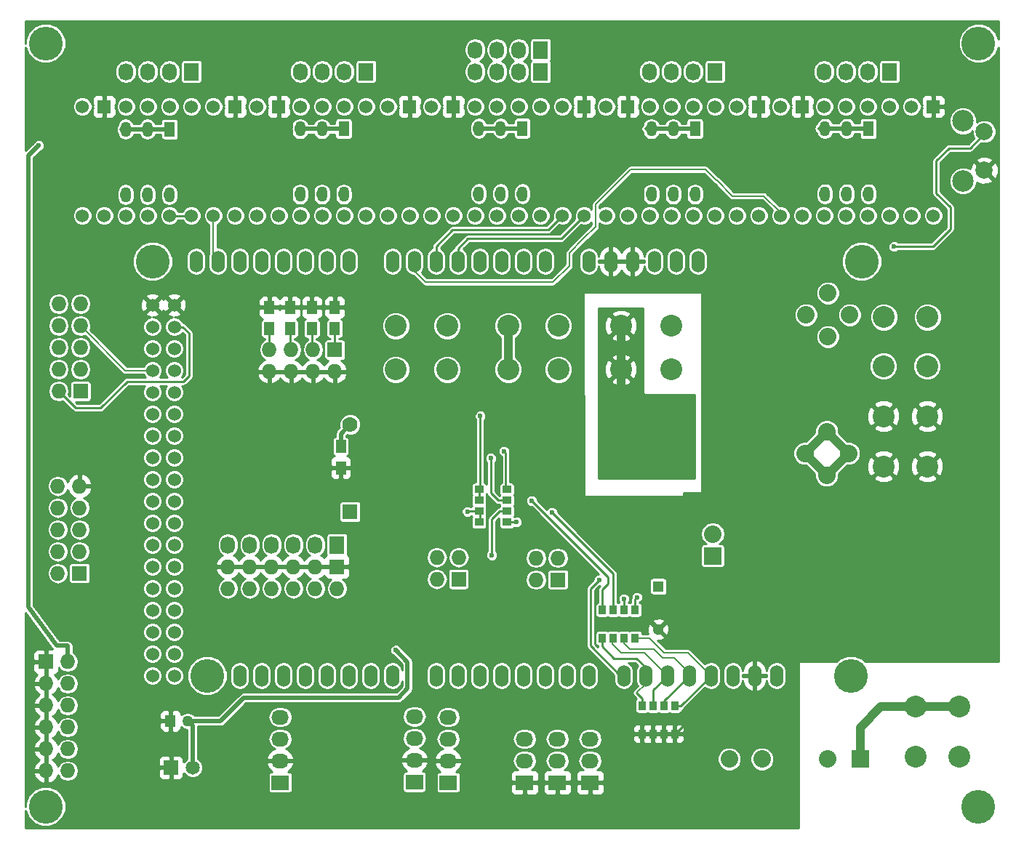
<source format=gbr>
G04 #@! TF.FileFunction,Copper,L2,Bot,Signal*
%FSLAX46Y46*%
G04 Gerber Fmt 4.6, Leading zero omitted, Abs format (unit mm)*
G04 Created by KiCad (PCBNEW 4.0.2-stable) date 4/20/2016 11:19:16 PM*
%MOMM*%
G01*
G04 APERTURE LIST*
%ADD10C,0.100000*%
%ADD11O,1.524000X2.540000*%
%ADD12C,3.937000*%
%ADD13C,1.524000*%
%ADD14C,2.540000*%
%ADD15R,1.016000X0.900000*%
%ADD16R,2.032000X2.032000*%
%ADD17C,2.032000*%
%ADD18R,1.524000X1.524000*%
%ADD19R,1.250000X1.500000*%
%ADD20R,2.032000X1.727200*%
%ADD21O,2.032000X1.727200*%
%ADD22R,1.727200X2.032000*%
%ADD23O,1.727200X2.032000*%
%ADD24C,2.000000*%
%ADD25C,2.500000*%
%ADD26R,1.727200X1.727200*%
%ADD27O,1.727200X1.727200*%
%ADD28O,1.270000X1.778000*%
%ADD29R,1.270000X1.778000*%
%ADD30R,0.900000X1.016000*%
%ADD31R,1.300000X1.300000*%
%ADD32C,1.300000*%
%ADD33C,1.778000*%
%ADD34R,1.778000X1.778000*%
%ADD35O,2.032000X2.032000*%
%ADD36R,1.651000X1.651000*%
%ADD37C,1.651000*%
%ADD38R,1.270000X1.397000*%
%ADD39C,1.270000*%
%ADD40C,0.600000*%
%ADD41C,0.508000*%
%ADD42C,0.250000*%
%ADD43C,0.203200*%
%ADD44C,1.016000*%
%ADD45C,0.254000*%
G04 APERTURE END LIST*
D10*
D11*
X148082000Y-124460000D03*
X145542000Y-124460000D03*
X143002000Y-124460000D03*
X140462000Y-124460000D03*
X137922000Y-124460000D03*
X135382000Y-124460000D03*
X132842000Y-124460000D03*
X130302000Y-124460000D03*
X125222000Y-76200000D03*
X127762000Y-76200000D03*
X130302000Y-76200000D03*
X132842000Y-76200000D03*
X143002000Y-76200000D03*
X148082000Y-76200000D03*
X150622000Y-76200000D03*
X140462000Y-76200000D03*
X137922000Y-76200000D03*
X135382000Y-76200000D03*
X153162000Y-76200000D03*
X155702000Y-76200000D03*
X158242000Y-76200000D03*
X165862000Y-76200000D03*
X163322000Y-76200000D03*
X160782000Y-76200000D03*
X170942000Y-76200000D03*
X173482000Y-76200000D03*
X176022000Y-76200000D03*
X181102000Y-76200000D03*
X183642000Y-76200000D03*
X153162000Y-124460000D03*
X155702000Y-124460000D03*
X158242000Y-124460000D03*
X160782000Y-124460000D03*
X163322000Y-124460000D03*
X165862000Y-124460000D03*
X168402000Y-124460000D03*
X170942000Y-124460000D03*
X175006000Y-124460000D03*
X177546000Y-124460000D03*
X180086000Y-124460000D03*
X182626000Y-124460000D03*
X185166000Y-124460000D03*
X187706000Y-124460000D03*
X190246000Y-124460000D03*
X192786000Y-124460000D03*
X178562000Y-76200000D03*
D12*
X120142000Y-76200000D03*
X126492000Y-124460000D03*
X201422000Y-124460000D03*
X202692000Y-76200000D03*
D13*
X122682000Y-121920000D03*
X120142000Y-121920000D03*
X122682000Y-119380000D03*
X120142000Y-119380000D03*
X122682000Y-116840000D03*
X120142000Y-116840000D03*
X122682000Y-114300000D03*
X120142000Y-114300000D03*
X122682000Y-124460000D03*
X120142000Y-124460000D03*
X120142000Y-111760000D03*
X122682000Y-111760000D03*
X122682000Y-109220000D03*
X120142000Y-109220000D03*
X122682000Y-106680000D03*
X120142000Y-106680000D03*
X122682000Y-104140000D03*
X120142000Y-104140000D03*
X122682000Y-101600000D03*
X120142000Y-101600000D03*
X122682000Y-99060000D03*
X120142000Y-99060000D03*
X122682000Y-96520000D03*
X120142000Y-96520000D03*
X122682000Y-93980000D03*
X120142000Y-93980000D03*
X122682000Y-91440000D03*
X120142000Y-91440000D03*
X122682000Y-88900000D03*
X120142000Y-88900000D03*
X122682000Y-86360000D03*
X120142000Y-86360000D03*
X122682000Y-83820000D03*
X120142000Y-83820000D03*
X122682000Y-81280000D03*
X120142000Y-81280000D03*
D14*
X174671091Y-83705444D03*
X174671091Y-88785444D03*
D15*
X158140400Y-106578400D03*
X158140400Y-102768400D03*
X158140400Y-105308400D03*
X158140400Y-104038400D03*
X161391600Y-105308400D03*
X161391600Y-106578400D03*
X161391600Y-102768400D03*
X161391600Y-104038400D03*
D16*
X202514200Y-134162800D03*
D17*
X198704200Y-134162800D03*
X191084200Y-134162800D03*
X187274200Y-134162800D03*
D18*
X170370500Y-58166000D03*
D13*
X167830500Y-58166000D03*
X165290500Y-58166000D03*
X162750500Y-58166000D03*
X160210500Y-58166000D03*
X157670500Y-58166000D03*
D18*
X155130500Y-58166000D03*
D13*
X152590500Y-58166000D03*
X152590500Y-70866000D03*
X155130500Y-70866000D03*
X157670500Y-70866000D03*
X160210500Y-70866000D03*
X162750500Y-70866000D03*
X165290500Y-70866000D03*
X167830500Y-70866000D03*
X170370500Y-70866000D03*
D18*
X211010500Y-58166000D03*
D13*
X208470500Y-58166000D03*
X205930500Y-58166000D03*
X203390500Y-58166000D03*
X200850500Y-58166000D03*
X198310500Y-58166000D03*
D18*
X195770500Y-58166000D03*
D13*
X193230500Y-58166000D03*
X193230500Y-70866000D03*
X195770500Y-70866000D03*
X198310500Y-70866000D03*
X200850500Y-70866000D03*
X203390500Y-70866000D03*
X205930500Y-70866000D03*
X208470500Y-70866000D03*
X211010500Y-70866000D03*
D14*
X205257400Y-82677000D03*
X210337400Y-82677000D03*
X205232000Y-88392000D03*
X210312000Y-88392000D03*
X205232000Y-94234000D03*
X210312000Y-94234000D03*
D18*
X129730500Y-58166000D03*
D13*
X127190500Y-58166000D03*
X124650500Y-58166000D03*
X122110500Y-58166000D03*
X119570500Y-58166000D03*
X117030500Y-58166000D03*
D18*
X114490500Y-58166000D03*
D13*
X111950500Y-58166000D03*
X111950500Y-70866000D03*
X114490500Y-70866000D03*
X117030500Y-70866000D03*
X119570500Y-70866000D03*
X122110500Y-70866000D03*
X124650500Y-70866000D03*
X127190500Y-70866000D03*
X129730500Y-70866000D03*
D14*
X180513090Y-83705444D03*
X180513090Y-88785444D03*
D18*
X150050500Y-58166000D03*
D13*
X147510500Y-58166000D03*
X144970500Y-58166000D03*
X142430500Y-58166000D03*
X139890500Y-58166000D03*
X137350500Y-58166000D03*
D18*
X134810500Y-58166000D03*
D13*
X132270500Y-58166000D03*
X132270500Y-70866000D03*
X134810500Y-70866000D03*
X137350500Y-70866000D03*
X139890500Y-70866000D03*
X142430500Y-70866000D03*
X144970500Y-70866000D03*
X147510500Y-70866000D03*
X150050500Y-70866000D03*
D18*
X190690500Y-58166000D03*
D13*
X188150500Y-58166000D03*
X185610500Y-58166000D03*
X183070500Y-58166000D03*
X180530500Y-58166000D03*
X177990500Y-58166000D03*
D18*
X175450500Y-58166000D03*
D13*
X172910500Y-58166000D03*
X172910500Y-70866000D03*
X175450500Y-70866000D03*
X177990500Y-70866000D03*
X180530500Y-70866000D03*
X183070500Y-70866000D03*
X185610500Y-70866000D03*
X188150500Y-70866000D03*
X190690500Y-70866000D03*
D19*
X133731000Y-84054000D03*
X133731000Y-81554000D03*
X136144000Y-84054000D03*
X136144000Y-81554000D03*
X138684000Y-84054000D03*
X138684000Y-81554000D03*
X141351000Y-84054000D03*
X141351000Y-81554000D03*
D14*
X205232000Y-100076000D03*
X210312000Y-100076000D03*
D20*
X135001000Y-136906000D03*
D21*
X135001000Y-134366000D03*
X135001000Y-131826000D03*
X135001000Y-129286000D03*
D22*
X205930500Y-54102000D03*
D23*
X203390500Y-54102000D03*
X200850500Y-54102000D03*
X198310500Y-54102000D03*
D22*
X185610500Y-54102000D03*
D23*
X183070500Y-54102000D03*
X180530500Y-54102000D03*
X177990500Y-54102000D03*
D22*
X165303200Y-51562000D03*
D23*
X162763200Y-51562000D03*
X160223200Y-51562000D03*
X157683200Y-51562000D03*
D22*
X165303200Y-54102000D03*
D23*
X162763200Y-54102000D03*
X160223200Y-54102000D03*
X157683200Y-54102000D03*
D22*
X144970500Y-54102000D03*
D23*
X142430500Y-54102000D03*
X139890500Y-54102000D03*
X137350500Y-54102000D03*
D22*
X124650500Y-54102000D03*
D23*
X122110500Y-54102000D03*
X119570500Y-54102000D03*
X117030500Y-54102000D03*
D14*
X167386000Y-88773000D03*
X167386000Y-83693000D03*
X161544000Y-88773000D03*
X161544000Y-83693000D03*
D24*
X216969600Y-65593600D03*
X216969600Y-61093600D03*
D25*
X214469600Y-66843600D03*
X214469600Y-59843600D03*
D14*
X154432000Y-83693000D03*
X154432000Y-88773000D03*
X148463000Y-88773000D03*
X148463000Y-83693000D03*
D26*
X141351000Y-86487000D03*
D27*
X141351000Y-89027000D03*
X138811000Y-86487000D03*
X138811000Y-89027000D03*
X136271000Y-86487000D03*
X136271000Y-89027000D03*
X133731000Y-86487000D03*
X133731000Y-89027000D03*
D26*
X141605000Y-111760000D03*
D27*
X141605000Y-114300000D03*
X139065000Y-111760000D03*
X139065000Y-114300000D03*
X136525000Y-111760000D03*
X136525000Y-114300000D03*
X133985000Y-111760000D03*
X133985000Y-114300000D03*
X131445000Y-111760000D03*
X131445000Y-114300000D03*
X128905000Y-111760000D03*
X128905000Y-114300000D03*
D22*
X141605000Y-109220000D03*
D23*
X139065000Y-109220000D03*
X136525000Y-109220000D03*
X133985000Y-109220000D03*
X131445000Y-109220000D03*
X128905000Y-109220000D03*
D20*
X163449000Y-136906000D03*
D21*
X163449000Y-134366000D03*
X163449000Y-131826000D03*
D20*
X167259000Y-136906000D03*
D21*
X167259000Y-134366000D03*
X167259000Y-131826000D03*
D20*
X171069000Y-136906000D03*
D21*
X171069000Y-134366000D03*
X171069000Y-131826000D03*
D20*
X154559000Y-136906000D03*
D21*
X154559000Y-134366000D03*
X154559000Y-131826000D03*
X154559000Y-129286000D03*
D20*
X150622000Y-136842500D03*
D21*
X150622000Y-134302500D03*
X150622000Y-131762500D03*
X150622000Y-129222500D03*
D14*
X208965800Y-128092200D03*
X214045800Y-128092200D03*
X208991200Y-133883400D03*
X214071200Y-133883400D03*
D17*
X201168000Y-98552000D03*
X196088000Y-98552000D03*
X198628000Y-96012000D03*
X198628000Y-101092000D03*
X201295000Y-82423000D03*
X196215000Y-82423000D03*
X198755000Y-79883000D03*
X198755000Y-84963000D03*
D28*
X203479400Y-68351400D03*
D29*
X203479400Y-60731400D03*
D28*
X200939400Y-68351400D03*
X200939400Y-60731400D03*
X198399400Y-68351400D03*
X198399400Y-60731400D03*
X183286400Y-68376800D03*
D29*
X183286400Y-60756800D03*
D28*
X180746400Y-68376800D03*
X180746400Y-60756800D03*
X178206400Y-68376800D03*
X178206400Y-60756800D03*
X163195000Y-68326000D03*
D29*
X163195000Y-60706000D03*
D28*
X160655000Y-68326000D03*
X160655000Y-60706000D03*
X158115000Y-68326000D03*
X158115000Y-60706000D03*
X142392400Y-68376800D03*
D29*
X142392400Y-60756800D03*
D28*
X139852400Y-68376800D03*
X139852400Y-60756800D03*
X137312400Y-68376800D03*
X137312400Y-60756800D03*
X122097800Y-68427600D03*
D29*
X122097800Y-60807600D03*
D28*
X119557800Y-68427600D03*
X119557800Y-60807600D03*
X117017800Y-68427600D03*
X117017800Y-60807600D03*
D19*
X142049500Y-97746500D03*
X142049500Y-100246500D03*
D12*
X107696000Y-50800000D03*
X216281000Y-50800000D03*
X107696000Y-139700000D03*
X216281000Y-139700000D03*
D30*
X176301400Y-120053100D03*
X172491400Y-120053100D03*
X175031400Y-120053100D03*
X173761400Y-120053100D03*
X175031400Y-116801900D03*
X176301400Y-116801900D03*
X172491400Y-116801900D03*
X173761400Y-116801900D03*
X177139600Y-127977900D03*
X180949600Y-127977900D03*
X178409600Y-127977900D03*
X179679600Y-127977900D03*
X178409600Y-131229100D03*
X177139600Y-131229100D03*
X180949600Y-131229100D03*
X179679600Y-131229100D03*
D31*
X179006500Y-114046000D03*
D32*
X179006500Y-119046000D03*
D33*
X143126460Y-95185980D03*
D34*
X143126460Y-105345980D03*
D26*
X167322500Y-113284000D03*
D27*
X164782500Y-113284000D03*
X167322500Y-110744000D03*
X164782500Y-110744000D03*
D26*
X155765500Y-113220500D03*
D27*
X153225500Y-113220500D03*
X155765500Y-110680500D03*
X153225500Y-110680500D03*
D16*
X185356500Y-110490000D03*
D35*
X185356500Y-107950000D03*
D26*
X107721400Y-122834400D03*
D27*
X110261400Y-122834400D03*
X107721400Y-125374400D03*
X110261400Y-125374400D03*
X107721400Y-127914400D03*
X110261400Y-127914400D03*
X107721400Y-130454400D03*
X110261400Y-130454400D03*
X107721400Y-132994400D03*
X110261400Y-132994400D03*
X107721400Y-135534400D03*
X110261400Y-135534400D03*
D36*
X122286600Y-135162800D03*
D37*
X124786600Y-135162800D03*
D38*
X122232600Y-129727200D03*
D39*
X124232600Y-129727200D03*
D26*
X111633000Y-112522000D03*
D27*
X109093000Y-112522000D03*
X111633000Y-109982000D03*
X109093000Y-109982000D03*
X111633000Y-107442000D03*
X109093000Y-107442000D03*
X111633000Y-104902000D03*
X109093000Y-104902000D03*
X111633000Y-102362000D03*
X109093000Y-102362000D03*
D26*
X111760000Y-91313000D03*
D27*
X109220000Y-91313000D03*
X111760000Y-88773000D03*
X109220000Y-88773000D03*
X111760000Y-86233000D03*
X109220000Y-86233000D03*
X111760000Y-83693000D03*
X109220000Y-83693000D03*
X111760000Y-81153000D03*
X109220000Y-81153000D03*
D40*
X130937000Y-104724200D03*
X206578200Y-111696500D03*
X195834000Y-75946000D03*
X180213000Y-108648500D03*
X139509500Y-130238500D03*
X149860000Y-119697500D03*
X161671000Y-119761000D03*
X182626000Y-129413000D03*
X182435500Y-136525000D03*
X182346600Y-104902000D03*
X189547500Y-110172500D03*
X212280500Y-111633000D03*
X203073000Y-116522500D03*
X138353800Y-102870000D03*
X137083800Y-102870000D03*
X135813800Y-102870000D03*
X147929600Y-67259200D03*
X194881500Y-91122500D03*
X127762000Y-67310000D03*
X188849000Y-67564000D03*
X168465500Y-67754500D03*
X156210000Y-99314000D03*
X169227500Y-99314000D03*
X107569000Y-67310000D03*
X206451200Y-74472800D03*
X148463000Y-121488200D03*
X156781500Y-105346500D03*
X159639000Y-110426500D03*
X161036000Y-98298000D03*
X172148500Y-113284000D03*
X159512000Y-99123500D03*
X162496500Y-106553000D03*
X164274500Y-104076500D03*
X175006000Y-115506500D03*
X166624000Y-105410000D03*
X176530000Y-115316000D03*
X106883200Y-62712600D03*
X158292800Y-94208600D03*
X181940200Y-95910400D03*
X177673000Y-100863400D03*
X177673000Y-96647000D03*
X174726600Y-93167200D03*
D41*
X206578200Y-111696500D02*
X206578200Y-111683800D01*
D42*
X177139600Y-131229100D02*
X178409600Y-131229100D01*
X178409600Y-131229100D02*
X179679600Y-131229100D01*
X179679600Y-131229100D02*
X180949600Y-131229100D01*
X180949600Y-131229100D02*
X182626000Y-129552700D01*
X182626000Y-129552700D02*
X182626000Y-129413000D01*
D41*
X212153500Y-111569500D02*
X212217000Y-111569500D01*
X212217000Y-111569500D02*
X212280500Y-111633000D01*
D42*
X141351000Y-81554000D02*
X138684000Y-81554000D01*
D43*
X131445000Y-111760000D02*
X133985000Y-111760000D01*
X133985000Y-111760000D02*
X136525000Y-111760000D01*
X136525000Y-111760000D02*
X139065000Y-111760000D01*
X139065000Y-111760000D02*
X141605000Y-111760000D01*
X128905000Y-111760000D02*
X131445000Y-111760000D01*
D42*
X141351000Y-89027000D02*
X138811000Y-89027000D01*
X138811000Y-89027000D02*
X136271000Y-89027000D01*
X136271000Y-89027000D02*
X133731000Y-89027000D01*
X141351000Y-81554000D02*
X142641000Y-81554000D01*
X142748000Y-89027000D02*
X141351000Y-89027000D01*
X143256000Y-88519000D02*
X142748000Y-89027000D01*
X143256000Y-82169000D02*
X143256000Y-88519000D01*
X142641000Y-81554000D02*
X143256000Y-82169000D01*
X133731000Y-81554000D02*
X136144000Y-81554000D01*
X136144000Y-81554000D02*
X138684000Y-81554000D01*
X216969600Y-61093600D02*
X216969600Y-61363600D01*
X216969600Y-61363600D02*
X215341200Y-62992000D01*
X215341200Y-62992000D02*
X212852000Y-62992000D01*
X212852000Y-62992000D02*
X211378800Y-64465200D01*
X211378800Y-64465200D02*
X211378800Y-68275200D01*
X211378800Y-68275200D02*
X213004400Y-69900800D01*
X213004400Y-69900800D02*
X213004400Y-72440800D01*
X213004400Y-72440800D02*
X210972400Y-74472800D01*
X210972400Y-74472800D02*
X206451200Y-74472800D01*
D43*
X185775600Y-66751200D02*
X184505600Y-65481200D01*
X175768000Y-65481200D02*
X174498000Y-66751200D01*
X184505600Y-65481200D02*
X175768000Y-65481200D01*
X185775600Y-66751200D02*
X185826400Y-66751200D01*
X187655200Y-68580000D02*
X191312800Y-68580000D01*
X185826400Y-66751200D02*
X187655200Y-68580000D01*
X193230500Y-70866000D02*
X193230500Y-70497700D01*
X193230500Y-70497700D02*
X191312800Y-68580000D01*
X171704000Y-72136000D02*
X170307000Y-73533000D01*
X168656000Y-75184000D02*
X170307000Y-73533000D01*
X168656000Y-76708000D02*
X168656000Y-75184000D01*
X166751000Y-78613000D02*
X168656000Y-76708000D01*
X151892000Y-78613000D02*
X166751000Y-78613000D01*
X150622000Y-77343000D02*
X151892000Y-78613000D01*
X174498000Y-66751200D02*
X171704000Y-69545200D01*
X171704000Y-69545200D02*
X171704000Y-72136000D01*
X150622000Y-76200000D02*
X150622000Y-77343000D01*
D42*
X141351000Y-84054000D02*
X141351000Y-86487000D01*
D41*
X124232600Y-129727200D02*
X128057400Y-129727200D01*
X149834600Y-122859800D02*
X148463000Y-121488200D01*
X149834600Y-125958600D02*
X149834600Y-122859800D01*
X148767800Y-127025400D02*
X149834600Y-125958600D01*
X130759200Y-127025400D02*
X148767800Y-127025400D01*
X128057400Y-129727200D02*
X130759200Y-127025400D01*
X124786600Y-135162800D02*
X124786600Y-130281200D01*
X124786600Y-130281200D02*
X124232600Y-129727200D01*
D42*
X158140400Y-105308400D02*
X156819600Y-105308400D01*
X156819600Y-105308400D02*
X156781500Y-105346500D01*
X158266000Y-105308000D02*
X158266000Y-106648000D01*
X136144000Y-84054000D02*
X136144000Y-86360000D01*
X136144000Y-86360000D02*
X136271000Y-86487000D01*
X138684000Y-84054000D02*
X138684000Y-86360000D01*
X138684000Y-86360000D02*
X138811000Y-86487000D01*
D41*
X139446000Y-60756800D02*
X141986000Y-60756800D01*
X139446000Y-60756800D02*
X136906000Y-60756800D01*
X163195000Y-60706000D02*
X160655000Y-60706000D01*
X160655000Y-60706000D02*
X158115000Y-60706000D01*
X182727600Y-60756800D02*
X180187600Y-60756800D01*
X180187600Y-60756800D02*
X177647600Y-60756800D01*
X202844400Y-60706000D02*
X200304400Y-60706000D01*
X200304400Y-60706000D02*
X197764400Y-60706000D01*
X116535200Y-60807600D02*
X119075200Y-60807600D01*
X119075200Y-60807600D02*
X121615200Y-60807600D01*
D43*
X127190500Y-70866000D02*
X127190500Y-75628500D01*
X127190500Y-75628500D02*
X127762000Y-76200000D01*
D42*
X153162000Y-76200000D02*
X153162000Y-74422000D01*
X166179500Y-72517000D02*
X167830500Y-70866000D01*
X155067000Y-72517000D02*
X166179500Y-72517000D01*
X153162000Y-74422000D02*
X155067000Y-72517000D01*
D43*
X153162000Y-76200000D02*
X153162000Y-75692000D01*
D42*
X155702000Y-76200000D02*
X155702000Y-74676000D01*
X167703500Y-73533000D02*
X170370500Y-70866000D01*
X156845000Y-73533000D02*
X167703500Y-73533000D01*
X155702000Y-74676000D02*
X156845000Y-73533000D01*
X122110500Y-70866000D02*
X124650500Y-70866000D01*
X133731000Y-84054000D02*
X133731000Y-86487000D01*
X159639000Y-110426500D02*
X159639000Y-106426000D01*
X159639000Y-106426000D02*
X159639000Y-106235500D01*
X159639000Y-106235500D02*
X160566100Y-105308400D01*
X160566100Y-105308400D02*
X161391600Y-105308400D01*
X161266000Y-98528000D02*
X161266000Y-102648000D01*
X161036000Y-98298000D02*
X161266000Y-98528000D01*
X122682000Y-83820000D02*
X123647200Y-83820000D01*
X123647200Y-83820000D02*
X124358400Y-84531200D01*
X124358400Y-84531200D02*
X124358400Y-89560400D01*
X124358400Y-89560400D02*
X123723400Y-90195400D01*
X123723400Y-90195400D02*
X117170200Y-90195400D01*
X111175800Y-93268800D02*
X109220000Y-91313000D01*
X114096800Y-93268800D02*
X111175800Y-93268800D01*
X117170200Y-90195400D02*
X114096800Y-93268800D01*
X171132500Y-120967500D02*
X174625000Y-124460000D01*
X171132500Y-114300000D02*
X171132500Y-120967500D01*
X172148500Y-113284000D02*
X171132500Y-114300000D01*
X174625000Y-124460000D02*
X175006000Y-124460000D01*
X179679600Y-127977900D02*
X179679600Y-127406400D01*
X179679600Y-127406400D02*
X182626000Y-124460000D01*
D43*
X182626000Y-124460000D02*
X182626000Y-124142500D01*
X182626000Y-124142500D02*
X180848000Y-122364500D01*
X180848000Y-122364500D02*
X179514500Y-122364500D01*
X179514500Y-122364500D02*
X178498500Y-121348500D01*
X178498500Y-121348500D02*
X175704500Y-121348500D01*
X175704500Y-121348500D02*
X175031400Y-120675400D01*
X175031400Y-120675400D02*
X175031400Y-120053100D01*
D42*
X177546000Y-124460000D02*
X177546000Y-123507500D01*
X177546000Y-123507500D02*
X176466500Y-122428000D01*
X172491400Y-121056400D02*
X172491400Y-120053100D01*
X173863000Y-122428000D02*
X172491400Y-121056400D01*
X176466500Y-122428000D02*
X173863000Y-122428000D01*
X177139600Y-127977900D02*
X177139600Y-127101600D01*
X177139600Y-127101600D02*
X176498250Y-126460250D01*
D43*
X177546000Y-124460000D02*
X177546000Y-125412500D01*
X177546000Y-125412500D02*
X176498250Y-126460250D01*
D41*
X142049500Y-97746500D02*
X142049500Y-96262940D01*
X142049500Y-96262940D02*
X143126460Y-95185980D01*
D42*
X161391600Y-104038400D02*
X160362900Y-104038400D01*
X159512000Y-103187500D02*
X159512000Y-99123500D01*
X160362900Y-104038400D02*
X159512000Y-103187500D01*
X161062400Y-103784400D02*
X161266000Y-103988000D01*
X161391600Y-106578400D02*
X162471100Y-106578400D01*
X162471100Y-106578400D02*
X162496500Y-106553000D01*
X180949600Y-127977900D02*
X181648100Y-127977900D01*
X181648100Y-127977900D02*
X185166000Y-124460000D01*
D43*
X176301400Y-120053100D02*
X177965100Y-120053100D01*
X182499000Y-121793000D02*
X185166000Y-124460000D01*
X179705000Y-121793000D02*
X182499000Y-121793000D01*
X177965100Y-120053100D02*
X179705000Y-121793000D01*
D44*
X161544000Y-83693000D02*
X161544000Y-88773000D01*
D42*
X172491400Y-116801900D02*
X172491400Y-114401600D01*
X173164500Y-112966500D02*
X164274500Y-104076500D01*
X173164500Y-113728500D02*
X173164500Y-112966500D01*
X172491400Y-114401600D02*
X173164500Y-113728500D01*
X175031400Y-116801900D02*
X175031400Y-115531900D01*
X175031400Y-115531900D02*
X175006000Y-115506500D01*
X173761400Y-116801900D02*
X173761400Y-112547400D01*
X173761400Y-112547400D02*
X166624000Y-105410000D01*
X176301400Y-115544600D02*
X176301400Y-116801900D01*
X176530000Y-115316000D02*
X176301400Y-115544600D01*
D41*
X110261400Y-122834400D02*
X110261400Y-120980200D01*
X110261400Y-120980200D02*
X108966000Y-120980200D01*
X108966000Y-120980200D02*
X105664000Y-116459000D01*
X105664000Y-116459000D02*
X105664000Y-63881000D01*
X105664000Y-63881000D02*
X106883200Y-62712600D01*
D42*
X158140400Y-102768400D02*
X158292800Y-102616000D01*
X158292800Y-102616000D02*
X158292800Y-94208600D01*
X158140400Y-104038400D02*
X158140400Y-102768400D01*
X158140400Y-102768400D02*
X158115000Y-102768400D01*
D44*
X198628000Y-96012000D02*
X201168000Y-98552000D01*
X201168000Y-98552000D02*
X198628000Y-101092000D01*
X198628000Y-101092000D02*
X196088000Y-98552000D01*
X196088000Y-98552000D02*
X198628000Y-96012000D01*
D43*
X116967000Y-88900000D02*
X111760000Y-83693000D01*
X120142000Y-88900000D02*
X116967000Y-88900000D01*
D42*
X178409600Y-127977900D02*
X178409600Y-126136400D01*
X178409600Y-126136400D02*
X180086000Y-124460000D01*
D43*
X173634400Y-120116600D02*
X173634400Y-120738900D01*
X177419000Y-121793000D02*
X180086000Y-124460000D01*
X174688500Y-121793000D02*
X177419000Y-121793000D01*
X173634400Y-120738900D02*
X174688500Y-121793000D01*
D44*
X214045800Y-128092200D02*
X208965800Y-128092200D01*
X208965800Y-128092200D02*
X204901800Y-128092200D01*
X204901800Y-128092200D02*
X202514200Y-130479800D01*
X202514200Y-130479800D02*
X202514200Y-134162800D01*
X202514200Y-134162800D02*
X202514200Y-130479800D01*
X204901800Y-128092200D02*
X214045800Y-128092200D01*
X202514200Y-130479800D02*
X204901800Y-128092200D01*
D42*
X178562000Y-76200000D02*
X179171600Y-75590400D01*
D41*
X181940200Y-95910400D02*
X181940200Y-95915480D01*
D44*
X174671091Y-88785444D02*
X174671091Y-93111691D01*
X174671091Y-93111691D02*
X174726600Y-93167200D01*
X174671091Y-83705444D02*
X174671091Y-88785444D01*
D45*
G36*
X177228500Y-91567000D02*
X177238506Y-91616410D01*
X177266947Y-91658035D01*
X177309341Y-91685315D01*
X177355500Y-91694000D01*
X183197500Y-91694000D01*
X183197500Y-101473000D01*
X172085000Y-101473000D01*
X172085000Y-90133221D01*
X173502919Y-90133221D01*
X173634611Y-90428101D01*
X174342127Y-90699705D01*
X175099723Y-90679880D01*
X175707571Y-90428101D01*
X175839263Y-90133221D01*
X174671091Y-88965049D01*
X173502919Y-90133221D01*
X172085000Y-90133221D01*
X172085000Y-88456480D01*
X172756830Y-88456480D01*
X172776655Y-89214076D01*
X173028434Y-89821924D01*
X173323314Y-89953616D01*
X174491486Y-88785444D01*
X174850696Y-88785444D01*
X176018868Y-89953616D01*
X176313748Y-89821924D01*
X176585352Y-89114408D01*
X176565527Y-88356812D01*
X176313748Y-87748964D01*
X176018868Y-87617272D01*
X174850696Y-88785444D01*
X174491486Y-88785444D01*
X173323314Y-87617272D01*
X173028434Y-87748964D01*
X172756830Y-88456480D01*
X172085000Y-88456480D01*
X172085000Y-87437667D01*
X173502919Y-87437667D01*
X174671091Y-88605839D01*
X175839263Y-87437667D01*
X175707571Y-87142787D01*
X175000055Y-86871183D01*
X174242459Y-86891008D01*
X173634611Y-87142787D01*
X173502919Y-87437667D01*
X172085000Y-87437667D01*
X172085000Y-85053221D01*
X173502919Y-85053221D01*
X173634611Y-85348101D01*
X174342127Y-85619705D01*
X175099723Y-85599880D01*
X175707571Y-85348101D01*
X175839263Y-85053221D01*
X174671091Y-83885049D01*
X173502919Y-85053221D01*
X172085000Y-85053221D01*
X172085000Y-83376480D01*
X172756830Y-83376480D01*
X172776655Y-84134076D01*
X173028434Y-84741924D01*
X173323314Y-84873616D01*
X174491486Y-83705444D01*
X174850696Y-83705444D01*
X176018868Y-84873616D01*
X176313748Y-84741924D01*
X176585352Y-84034408D01*
X176565527Y-83276812D01*
X176313748Y-82668964D01*
X176018868Y-82537272D01*
X174850696Y-83705444D01*
X174491486Y-83705444D01*
X173323314Y-82537272D01*
X173028434Y-82668964D01*
X172756830Y-83376480D01*
X172085000Y-83376480D01*
X172085000Y-82357667D01*
X173502919Y-82357667D01*
X174671091Y-83525839D01*
X175839263Y-82357667D01*
X175707571Y-82062787D01*
X175000055Y-81791183D01*
X174242459Y-81811008D01*
X173634611Y-82062787D01*
X173502919Y-82357667D01*
X172085000Y-82357667D01*
X172085000Y-81661000D01*
X177228500Y-81661000D01*
X177228500Y-91567000D01*
X177228500Y-91567000D01*
G37*
X177228500Y-91567000D02*
X177238506Y-91616410D01*
X177266947Y-91658035D01*
X177309341Y-91685315D01*
X177355500Y-91694000D01*
X183197500Y-91694000D01*
X183197500Y-101473000D01*
X172085000Y-101473000D01*
X172085000Y-90133221D01*
X173502919Y-90133221D01*
X173634611Y-90428101D01*
X174342127Y-90699705D01*
X175099723Y-90679880D01*
X175707571Y-90428101D01*
X175839263Y-90133221D01*
X174671091Y-88965049D01*
X173502919Y-90133221D01*
X172085000Y-90133221D01*
X172085000Y-88456480D01*
X172756830Y-88456480D01*
X172776655Y-89214076D01*
X173028434Y-89821924D01*
X173323314Y-89953616D01*
X174491486Y-88785444D01*
X174850696Y-88785444D01*
X176018868Y-89953616D01*
X176313748Y-89821924D01*
X176585352Y-89114408D01*
X176565527Y-88356812D01*
X176313748Y-87748964D01*
X176018868Y-87617272D01*
X174850696Y-88785444D01*
X174491486Y-88785444D01*
X173323314Y-87617272D01*
X173028434Y-87748964D01*
X172756830Y-88456480D01*
X172085000Y-88456480D01*
X172085000Y-87437667D01*
X173502919Y-87437667D01*
X174671091Y-88605839D01*
X175839263Y-87437667D01*
X175707571Y-87142787D01*
X175000055Y-86871183D01*
X174242459Y-86891008D01*
X173634611Y-87142787D01*
X173502919Y-87437667D01*
X172085000Y-87437667D01*
X172085000Y-85053221D01*
X173502919Y-85053221D01*
X173634611Y-85348101D01*
X174342127Y-85619705D01*
X175099723Y-85599880D01*
X175707571Y-85348101D01*
X175839263Y-85053221D01*
X174671091Y-83885049D01*
X173502919Y-85053221D01*
X172085000Y-85053221D01*
X172085000Y-83376480D01*
X172756830Y-83376480D01*
X172776655Y-84134076D01*
X173028434Y-84741924D01*
X173323314Y-84873616D01*
X174491486Y-83705444D01*
X174850696Y-83705444D01*
X176018868Y-84873616D01*
X176313748Y-84741924D01*
X176585352Y-84034408D01*
X176565527Y-83276812D01*
X176313748Y-82668964D01*
X176018868Y-82537272D01*
X174850696Y-83705444D01*
X174491486Y-83705444D01*
X173323314Y-82537272D01*
X173028434Y-82668964D01*
X172756830Y-83376480D01*
X172085000Y-83376480D01*
X172085000Y-82357667D01*
X173502919Y-82357667D01*
X174671091Y-83525839D01*
X175839263Y-82357667D01*
X175707571Y-82062787D01*
X175000055Y-81791183D01*
X174242459Y-81811008D01*
X173634611Y-82062787D01*
X173502919Y-82357667D01*
X172085000Y-82357667D01*
X172085000Y-81661000D01*
X177228500Y-81661000D01*
X177228500Y-91567000D01*
G36*
X218619000Y-50305889D02*
X218273970Y-49470854D01*
X217613622Y-48809353D01*
X216750395Y-48450909D01*
X215815706Y-48450093D01*
X214951854Y-48807030D01*
X214290353Y-49467378D01*
X213931909Y-50330605D01*
X213931093Y-51265294D01*
X214288030Y-52129146D01*
X214948378Y-52790647D01*
X215811605Y-53149091D01*
X216746294Y-53149907D01*
X217610146Y-52792970D01*
X218271647Y-52132622D01*
X218619000Y-51296105D01*
X218619000Y-122809000D01*
X203093677Y-122809000D01*
X202754622Y-122469353D01*
X201891395Y-122110909D01*
X200956706Y-122110093D01*
X200092854Y-122467030D01*
X199750287Y-122809000D01*
X195453000Y-122809000D01*
X195403590Y-122819006D01*
X195361965Y-122847447D01*
X195334685Y-122889841D01*
X195326000Y-122936000D01*
X195326000Y-142165000D01*
X105346500Y-142165000D01*
X105346500Y-140166279D01*
X105703030Y-141029146D01*
X106363378Y-141690647D01*
X107226605Y-142049091D01*
X108161294Y-142049907D01*
X109025146Y-141692970D01*
X109686647Y-141032622D01*
X110045091Y-140169395D01*
X110045907Y-139234706D01*
X109688970Y-138370854D01*
X109028622Y-137709353D01*
X108165395Y-137350909D01*
X107230706Y-137350093D01*
X106366854Y-137707030D01*
X105705353Y-138367378D01*
X105346909Y-139230605D01*
X105346500Y-139699095D01*
X105346500Y-135893426D01*
X106266442Y-135893426D01*
X106438712Y-136309347D01*
X106832910Y-136741221D01*
X107362373Y-136989368D01*
X107594400Y-136868869D01*
X107594400Y-135661400D01*
X106387583Y-135661400D01*
X106266442Y-135893426D01*
X105346500Y-135893426D01*
X105346500Y-133353426D01*
X106266442Y-133353426D01*
X106438712Y-133769347D01*
X106832910Y-134201221D01*
X106967713Y-134264400D01*
X106832910Y-134327579D01*
X106438712Y-134759453D01*
X106266442Y-135175374D01*
X106387583Y-135407400D01*
X107594400Y-135407400D01*
X107594400Y-133121400D01*
X106387583Y-133121400D01*
X106266442Y-133353426D01*
X105346500Y-133353426D01*
X105346500Y-130813426D01*
X106266442Y-130813426D01*
X106438712Y-131229347D01*
X106832910Y-131661221D01*
X106967713Y-131724400D01*
X106832910Y-131787579D01*
X106438712Y-132219453D01*
X106266442Y-132635374D01*
X106387583Y-132867400D01*
X107594400Y-132867400D01*
X107594400Y-130581400D01*
X106387583Y-130581400D01*
X106266442Y-130813426D01*
X105346500Y-130813426D01*
X105346500Y-128273426D01*
X106266442Y-128273426D01*
X106438712Y-128689347D01*
X106832910Y-129121221D01*
X106967713Y-129184400D01*
X106832910Y-129247579D01*
X106438712Y-129679453D01*
X106266442Y-130095374D01*
X106387583Y-130327400D01*
X107594400Y-130327400D01*
X107594400Y-128041400D01*
X106387583Y-128041400D01*
X106266442Y-128273426D01*
X105346500Y-128273426D01*
X105346500Y-125733426D01*
X106266442Y-125733426D01*
X106438712Y-126149347D01*
X106832910Y-126581221D01*
X106967713Y-126644400D01*
X106832910Y-126707579D01*
X106438712Y-127139453D01*
X106266442Y-127555374D01*
X106387583Y-127787400D01*
X107594400Y-127787400D01*
X107594400Y-125501400D01*
X106387583Y-125501400D01*
X106266442Y-125733426D01*
X105346500Y-125733426D01*
X105346500Y-123120150D01*
X106222800Y-123120150D01*
X106222800Y-123824310D01*
X106319473Y-124057699D01*
X106498102Y-124236327D01*
X106695520Y-124318100D01*
X106438712Y-124599453D01*
X106266442Y-125015374D01*
X106387583Y-125247400D01*
X107594400Y-125247400D01*
X107594400Y-122961400D01*
X106381550Y-122961400D01*
X106222800Y-123120150D01*
X105346500Y-123120150D01*
X105346500Y-121844490D01*
X106222800Y-121844490D01*
X106222800Y-122548650D01*
X106381550Y-122707400D01*
X107594400Y-122707400D01*
X107594400Y-121494550D01*
X107435650Y-121335800D01*
X106731491Y-121335800D01*
X106498102Y-121432473D01*
X106319473Y-121611101D01*
X106222800Y-121844490D01*
X105346500Y-121844490D01*
X105346500Y-117100925D01*
X108439386Y-121335800D01*
X108007150Y-121335800D01*
X107848400Y-121494550D01*
X107848400Y-122707400D01*
X107868400Y-122707400D01*
X107868400Y-122961400D01*
X107848400Y-122961400D01*
X107848400Y-125247400D01*
X107868400Y-125247400D01*
X107868400Y-125501400D01*
X107848400Y-125501400D01*
X107848400Y-127787400D01*
X107868400Y-127787400D01*
X107868400Y-128041400D01*
X107848400Y-128041400D01*
X107848400Y-130327400D01*
X107868400Y-130327400D01*
X107868400Y-130581400D01*
X107848400Y-130581400D01*
X107848400Y-132867400D01*
X107868400Y-132867400D01*
X107868400Y-133121400D01*
X107848400Y-133121400D01*
X107848400Y-135407400D01*
X107868400Y-135407400D01*
X107868400Y-135661400D01*
X107848400Y-135661400D01*
X107848400Y-136868869D01*
X108080427Y-136989368D01*
X108609890Y-136741221D01*
X109004088Y-136309347D01*
X109112241Y-136048228D01*
X109356952Y-136414465D01*
X109760729Y-136684260D01*
X110237017Y-136779000D01*
X110285783Y-136779000D01*
X110762071Y-136684260D01*
X111165848Y-136414465D01*
X111435643Y-136010688D01*
X111530383Y-135534400D01*
X111513307Y-135448550D01*
X120826100Y-135448550D01*
X120826100Y-136114610D01*
X120922773Y-136347999D01*
X121101402Y-136526627D01*
X121334791Y-136623300D01*
X122000850Y-136623300D01*
X122159600Y-136464550D01*
X122159600Y-135289800D01*
X120984850Y-135289800D01*
X120826100Y-135448550D01*
X111513307Y-135448550D01*
X111435643Y-135058112D01*
X111165848Y-134654335D01*
X110762071Y-134384540D01*
X110285783Y-134289800D01*
X110237017Y-134289800D01*
X109760729Y-134384540D01*
X109356952Y-134654335D01*
X109112241Y-135020572D01*
X109004088Y-134759453D01*
X108609890Y-134327579D01*
X108475087Y-134264400D01*
X108609890Y-134201221D01*
X109004088Y-133769347D01*
X109112241Y-133508228D01*
X109356952Y-133874465D01*
X109760729Y-134144260D01*
X110237017Y-134239000D01*
X110285783Y-134239000D01*
X110426598Y-134210990D01*
X120826100Y-134210990D01*
X120826100Y-134877050D01*
X120984850Y-135035800D01*
X122159600Y-135035800D01*
X122159600Y-133861050D01*
X122000850Y-133702300D01*
X121334791Y-133702300D01*
X121101402Y-133798973D01*
X120922773Y-133977601D01*
X120826100Y-134210990D01*
X110426598Y-134210990D01*
X110762071Y-134144260D01*
X111165848Y-133874465D01*
X111435643Y-133470688D01*
X111530383Y-132994400D01*
X111435643Y-132518112D01*
X111165848Y-132114335D01*
X110762071Y-131844540D01*
X110285783Y-131749800D01*
X110237017Y-131749800D01*
X109760729Y-131844540D01*
X109356952Y-132114335D01*
X109112241Y-132480572D01*
X109004088Y-132219453D01*
X108609890Y-131787579D01*
X108475087Y-131724400D01*
X108609890Y-131661221D01*
X109004088Y-131229347D01*
X109112241Y-130968228D01*
X109356952Y-131334465D01*
X109760729Y-131604260D01*
X110237017Y-131699000D01*
X110285783Y-131699000D01*
X110762071Y-131604260D01*
X111165848Y-131334465D01*
X111435643Y-130930688D01*
X111530383Y-130454400D01*
X111442573Y-130012950D01*
X120962600Y-130012950D01*
X120962600Y-130552010D01*
X121059273Y-130785399D01*
X121237902Y-130964027D01*
X121471291Y-131060700D01*
X121946850Y-131060700D01*
X122105600Y-130901950D01*
X122105600Y-129854200D01*
X121121350Y-129854200D01*
X120962600Y-130012950D01*
X111442573Y-130012950D01*
X111435643Y-129978112D01*
X111165848Y-129574335D01*
X110762071Y-129304540D01*
X110285783Y-129209800D01*
X110237017Y-129209800D01*
X109760729Y-129304540D01*
X109356952Y-129574335D01*
X109112241Y-129940572D01*
X109004088Y-129679453D01*
X108609890Y-129247579D01*
X108475087Y-129184400D01*
X108609890Y-129121221D01*
X109004088Y-128689347D01*
X109112241Y-128428228D01*
X109356952Y-128794465D01*
X109760729Y-129064260D01*
X110237017Y-129159000D01*
X110285783Y-129159000D01*
X110762071Y-129064260D01*
X111004326Y-128902390D01*
X120962600Y-128902390D01*
X120962600Y-129441450D01*
X121121350Y-129600200D01*
X122105600Y-129600200D01*
X122105600Y-128552450D01*
X122359600Y-128552450D01*
X122359600Y-129600200D01*
X122379600Y-129600200D01*
X122379600Y-129854200D01*
X122359600Y-129854200D01*
X122359600Y-130901950D01*
X122518350Y-131060700D01*
X122993909Y-131060700D01*
X123227298Y-130964027D01*
X123405927Y-130785399D01*
X123502600Y-130552010D01*
X123502600Y-130434021D01*
X123656331Y-130588021D01*
X124029618Y-130743024D01*
X124151600Y-130743130D01*
X124151600Y-134119741D01*
X124104065Y-134139382D01*
X123764375Y-134478480D01*
X123747100Y-134520083D01*
X123747100Y-134210990D01*
X123650427Y-133977601D01*
X123471798Y-133798973D01*
X123238409Y-133702300D01*
X122572350Y-133702300D01*
X122413600Y-133861050D01*
X122413600Y-135035800D01*
X122433600Y-135035800D01*
X122433600Y-135289800D01*
X122413600Y-135289800D01*
X122413600Y-136464550D01*
X122572350Y-136623300D01*
X123238409Y-136623300D01*
X123471798Y-136526627D01*
X123650427Y-136347999D01*
X123747100Y-136114610D01*
X123747100Y-135806413D01*
X123763182Y-135845335D01*
X124102280Y-136185025D01*
X124545559Y-136369090D01*
X125025535Y-136369509D01*
X125469135Y-136186218D01*
X125808825Y-135847120D01*
X125992890Y-135403841D01*
X125993309Y-134923865D01*
X125911151Y-134725026D01*
X133393642Y-134725026D01*
X133396291Y-134740791D01*
X133650268Y-135268036D01*
X134082183Y-135653936D01*
X133985000Y-135653936D01*
X133843810Y-135680503D01*
X133714135Y-135763946D01*
X133627141Y-135891266D01*
X133596536Y-136042400D01*
X133596536Y-137769600D01*
X133623103Y-137910790D01*
X133706546Y-138040465D01*
X133833866Y-138127459D01*
X133985000Y-138158064D01*
X136017000Y-138158064D01*
X136158190Y-138131497D01*
X136287865Y-138048054D01*
X136374859Y-137920734D01*
X136405464Y-137769600D01*
X136405464Y-136042400D01*
X136378897Y-135901210D01*
X136295454Y-135771535D01*
X136168134Y-135684541D01*
X136017000Y-135653936D01*
X135919817Y-135653936D01*
X136351732Y-135268036D01*
X136605709Y-134740791D01*
X136608358Y-134725026D01*
X136575205Y-134661526D01*
X149014642Y-134661526D01*
X149017291Y-134677291D01*
X149271268Y-135204536D01*
X149703183Y-135590436D01*
X149606000Y-135590436D01*
X149464810Y-135617003D01*
X149335135Y-135700446D01*
X149248141Y-135827766D01*
X149217536Y-135978900D01*
X149217536Y-137706100D01*
X149244103Y-137847290D01*
X149327546Y-137976965D01*
X149454866Y-138063959D01*
X149606000Y-138094564D01*
X151638000Y-138094564D01*
X151779190Y-138067997D01*
X151908865Y-137984554D01*
X151995859Y-137857234D01*
X152026464Y-137706100D01*
X152026464Y-135978900D01*
X151999897Y-135837710D01*
X151916454Y-135708035D01*
X151789134Y-135621041D01*
X151638000Y-135590436D01*
X151540817Y-135590436D01*
X151972732Y-135204536D01*
X152203714Y-134725026D01*
X152951642Y-134725026D01*
X152954291Y-134740791D01*
X153208268Y-135268036D01*
X153640183Y-135653936D01*
X153543000Y-135653936D01*
X153401810Y-135680503D01*
X153272135Y-135763946D01*
X153185141Y-135891266D01*
X153154536Y-136042400D01*
X153154536Y-137769600D01*
X153181103Y-137910790D01*
X153264546Y-138040465D01*
X153391866Y-138127459D01*
X153543000Y-138158064D01*
X155575000Y-138158064D01*
X155716190Y-138131497D01*
X155845865Y-138048054D01*
X155932859Y-137920734D01*
X155963464Y-137769600D01*
X155963464Y-137191750D01*
X161798000Y-137191750D01*
X161798000Y-137895910D01*
X161894673Y-138129299D01*
X162073302Y-138307927D01*
X162306691Y-138404600D01*
X163163250Y-138404600D01*
X163322000Y-138245850D01*
X163322000Y-137033000D01*
X163576000Y-137033000D01*
X163576000Y-138245850D01*
X163734750Y-138404600D01*
X164591309Y-138404600D01*
X164824698Y-138307927D01*
X165003327Y-138129299D01*
X165100000Y-137895910D01*
X165100000Y-137191750D01*
X165608000Y-137191750D01*
X165608000Y-137895910D01*
X165704673Y-138129299D01*
X165883302Y-138307927D01*
X166116691Y-138404600D01*
X166973250Y-138404600D01*
X167132000Y-138245850D01*
X167132000Y-137033000D01*
X167386000Y-137033000D01*
X167386000Y-138245850D01*
X167544750Y-138404600D01*
X168401309Y-138404600D01*
X168634698Y-138307927D01*
X168813327Y-138129299D01*
X168910000Y-137895910D01*
X168910000Y-137191750D01*
X169418000Y-137191750D01*
X169418000Y-137895910D01*
X169514673Y-138129299D01*
X169693302Y-138307927D01*
X169926691Y-138404600D01*
X170783250Y-138404600D01*
X170942000Y-138245850D01*
X170942000Y-137033000D01*
X171196000Y-137033000D01*
X171196000Y-138245850D01*
X171354750Y-138404600D01*
X172211309Y-138404600D01*
X172444698Y-138307927D01*
X172623327Y-138129299D01*
X172720000Y-137895910D01*
X172720000Y-137191750D01*
X172561250Y-137033000D01*
X171196000Y-137033000D01*
X170942000Y-137033000D01*
X169576750Y-137033000D01*
X169418000Y-137191750D01*
X168910000Y-137191750D01*
X168751250Y-137033000D01*
X167386000Y-137033000D01*
X167132000Y-137033000D01*
X165766750Y-137033000D01*
X165608000Y-137191750D01*
X165100000Y-137191750D01*
X164941250Y-137033000D01*
X163576000Y-137033000D01*
X163322000Y-137033000D01*
X161956750Y-137033000D01*
X161798000Y-137191750D01*
X155963464Y-137191750D01*
X155963464Y-136042400D01*
X155939697Y-135916090D01*
X161798000Y-135916090D01*
X161798000Y-136620250D01*
X161956750Y-136779000D01*
X163322000Y-136779000D01*
X163322000Y-136759000D01*
X163576000Y-136759000D01*
X163576000Y-136779000D01*
X164941250Y-136779000D01*
X165100000Y-136620250D01*
X165100000Y-135916090D01*
X165608000Y-135916090D01*
X165608000Y-136620250D01*
X165766750Y-136779000D01*
X167132000Y-136779000D01*
X167132000Y-136759000D01*
X167386000Y-136759000D01*
X167386000Y-136779000D01*
X168751250Y-136779000D01*
X168910000Y-136620250D01*
X168910000Y-135916090D01*
X169418000Y-135916090D01*
X169418000Y-136620250D01*
X169576750Y-136779000D01*
X170942000Y-136779000D01*
X170942000Y-136759000D01*
X171196000Y-136759000D01*
X171196000Y-136779000D01*
X172561250Y-136779000D01*
X172720000Y-136620250D01*
X172720000Y-135916090D01*
X172623327Y-135682701D01*
X172444698Y-135504073D01*
X172211309Y-135407400D01*
X171887379Y-135407400D01*
X172128834Y-135246065D01*
X172398629Y-134842288D01*
X172478756Y-134439461D01*
X185876958Y-134439461D01*
X186089190Y-134953103D01*
X186481830Y-135346429D01*
X186995100Y-135559557D01*
X187550861Y-135560042D01*
X188064503Y-135347810D01*
X188457829Y-134955170D01*
X188670957Y-134441900D01*
X188670959Y-134439461D01*
X189686958Y-134439461D01*
X189899190Y-134953103D01*
X190291830Y-135346429D01*
X190805100Y-135559557D01*
X191360861Y-135560042D01*
X191874503Y-135347810D01*
X192267829Y-134955170D01*
X192480957Y-134441900D01*
X192481442Y-133886139D01*
X192269210Y-133372497D01*
X191876570Y-132979171D01*
X191363300Y-132766043D01*
X190807539Y-132765558D01*
X190293897Y-132977790D01*
X189900571Y-133370430D01*
X189687443Y-133883700D01*
X189686958Y-134439461D01*
X188670959Y-134439461D01*
X188671442Y-133886139D01*
X188459210Y-133372497D01*
X188066570Y-132979171D01*
X187553300Y-132766043D01*
X186997539Y-132765558D01*
X186483897Y-132977790D01*
X186090571Y-133370430D01*
X185877443Y-133883700D01*
X185876958Y-134439461D01*
X172478756Y-134439461D01*
X172493369Y-134366000D01*
X172398629Y-133889712D01*
X172128834Y-133485935D01*
X171725057Y-133216140D01*
X171248769Y-133121400D01*
X170889231Y-133121400D01*
X170412943Y-133216140D01*
X170009166Y-133485935D01*
X169739371Y-133889712D01*
X169644631Y-134366000D01*
X169739371Y-134842288D01*
X170009166Y-135246065D01*
X170250621Y-135407400D01*
X169926691Y-135407400D01*
X169693302Y-135504073D01*
X169514673Y-135682701D01*
X169418000Y-135916090D01*
X168910000Y-135916090D01*
X168813327Y-135682701D01*
X168634698Y-135504073D01*
X168401309Y-135407400D01*
X168077379Y-135407400D01*
X168318834Y-135246065D01*
X168588629Y-134842288D01*
X168683369Y-134366000D01*
X168588629Y-133889712D01*
X168318834Y-133485935D01*
X167915057Y-133216140D01*
X167438769Y-133121400D01*
X167079231Y-133121400D01*
X166602943Y-133216140D01*
X166199166Y-133485935D01*
X165929371Y-133889712D01*
X165834631Y-134366000D01*
X165929371Y-134842288D01*
X166199166Y-135246065D01*
X166440621Y-135407400D01*
X166116691Y-135407400D01*
X165883302Y-135504073D01*
X165704673Y-135682701D01*
X165608000Y-135916090D01*
X165100000Y-135916090D01*
X165003327Y-135682701D01*
X164824698Y-135504073D01*
X164591309Y-135407400D01*
X164267379Y-135407400D01*
X164508834Y-135246065D01*
X164778629Y-134842288D01*
X164873369Y-134366000D01*
X164778629Y-133889712D01*
X164508834Y-133485935D01*
X164105057Y-133216140D01*
X163628769Y-133121400D01*
X163269231Y-133121400D01*
X162792943Y-133216140D01*
X162389166Y-133485935D01*
X162119371Y-133889712D01*
X162024631Y-134366000D01*
X162119371Y-134842288D01*
X162389166Y-135246065D01*
X162630621Y-135407400D01*
X162306691Y-135407400D01*
X162073302Y-135504073D01*
X161894673Y-135682701D01*
X161798000Y-135916090D01*
X155939697Y-135916090D01*
X155936897Y-135901210D01*
X155853454Y-135771535D01*
X155726134Y-135684541D01*
X155575000Y-135653936D01*
X155477817Y-135653936D01*
X155909732Y-135268036D01*
X156163709Y-134740791D01*
X156166358Y-134725026D01*
X156045217Y-134493000D01*
X154686000Y-134493000D01*
X154686000Y-134513000D01*
X154432000Y-134513000D01*
X154432000Y-134493000D01*
X153072783Y-134493000D01*
X152951642Y-134725026D01*
X152203714Y-134725026D01*
X152226709Y-134677291D01*
X152229358Y-134661526D01*
X152108217Y-134429500D01*
X150749000Y-134429500D01*
X150749000Y-134449500D01*
X150495000Y-134449500D01*
X150495000Y-134429500D01*
X149135783Y-134429500D01*
X149014642Y-134661526D01*
X136575205Y-134661526D01*
X136487217Y-134493000D01*
X135128000Y-134493000D01*
X135128000Y-134513000D01*
X134874000Y-134513000D01*
X134874000Y-134493000D01*
X133514783Y-134493000D01*
X133393642Y-134725026D01*
X125911151Y-134725026D01*
X125810018Y-134480265D01*
X125470920Y-134140575D01*
X125421600Y-134120096D01*
X125421600Y-134006974D01*
X133393642Y-134006974D01*
X133514783Y-134239000D01*
X134874000Y-134239000D01*
X134874000Y-134219000D01*
X135128000Y-134219000D01*
X135128000Y-134239000D01*
X136487217Y-134239000D01*
X136608358Y-134006974D01*
X136605709Y-133991209D01*
X136582715Y-133943474D01*
X149014642Y-133943474D01*
X149135783Y-134175500D01*
X150495000Y-134175500D01*
X150495000Y-134155500D01*
X150749000Y-134155500D01*
X150749000Y-134175500D01*
X152108217Y-134175500D01*
X152196204Y-134006974D01*
X152951642Y-134006974D01*
X153072783Y-134239000D01*
X154432000Y-134239000D01*
X154432000Y-134219000D01*
X154686000Y-134219000D01*
X154686000Y-134239000D01*
X156045217Y-134239000D01*
X156166358Y-134006974D01*
X156163709Y-133991209D01*
X155909732Y-133463964D01*
X155473320Y-133074046D01*
X155200757Y-132978704D01*
X155215057Y-132975860D01*
X155618834Y-132706065D01*
X155888629Y-132302288D01*
X155983369Y-131826000D01*
X162024631Y-131826000D01*
X162119371Y-132302288D01*
X162389166Y-132706065D01*
X162792943Y-132975860D01*
X163269231Y-133070600D01*
X163628769Y-133070600D01*
X164105057Y-132975860D01*
X164508834Y-132706065D01*
X164778629Y-132302288D01*
X164873369Y-131826000D01*
X165834631Y-131826000D01*
X165929371Y-132302288D01*
X166199166Y-132706065D01*
X166602943Y-132975860D01*
X167079231Y-133070600D01*
X167438769Y-133070600D01*
X167915057Y-132975860D01*
X168318834Y-132706065D01*
X168588629Y-132302288D01*
X168683369Y-131826000D01*
X169644631Y-131826000D01*
X169739371Y-132302288D01*
X170009166Y-132706065D01*
X170412943Y-132975860D01*
X170889231Y-133070600D01*
X171248769Y-133070600D01*
X171725057Y-132975860D01*
X172128834Y-132706065D01*
X172398629Y-132302288D01*
X172493369Y-131826000D01*
X172431478Y-131514850D01*
X176054600Y-131514850D01*
X176054600Y-131863409D01*
X176151273Y-132096798D01*
X176329901Y-132275427D01*
X176563290Y-132372100D01*
X176853850Y-132372100D01*
X177012600Y-132213350D01*
X177012600Y-131356100D01*
X177266600Y-131356100D01*
X177266600Y-132213350D01*
X177425350Y-132372100D01*
X177715910Y-132372100D01*
X177774600Y-132347790D01*
X177833290Y-132372100D01*
X178123850Y-132372100D01*
X178282600Y-132213350D01*
X178282600Y-131356100D01*
X178536600Y-131356100D01*
X178536600Y-132213350D01*
X178695350Y-132372100D01*
X178985910Y-132372100D01*
X179044600Y-132347790D01*
X179103290Y-132372100D01*
X179393850Y-132372100D01*
X179552600Y-132213350D01*
X179552600Y-131356100D01*
X179806600Y-131356100D01*
X179806600Y-132213350D01*
X179965350Y-132372100D01*
X180255910Y-132372100D01*
X180314600Y-132347790D01*
X180373290Y-132372100D01*
X180663850Y-132372100D01*
X180822600Y-132213350D01*
X180822600Y-131356100D01*
X181076600Y-131356100D01*
X181076600Y-132213350D01*
X181235350Y-132372100D01*
X181525910Y-132372100D01*
X181759299Y-132275427D01*
X181937927Y-132096798D01*
X182034600Y-131863409D01*
X182034600Y-131514850D01*
X181875850Y-131356100D01*
X181076600Y-131356100D01*
X180822600Y-131356100D01*
X179806600Y-131356100D01*
X179552600Y-131356100D01*
X178536600Y-131356100D01*
X178282600Y-131356100D01*
X177266600Y-131356100D01*
X177012600Y-131356100D01*
X176213350Y-131356100D01*
X176054600Y-131514850D01*
X172431478Y-131514850D01*
X172398629Y-131349712D01*
X172128834Y-130945935D01*
X171725057Y-130676140D01*
X171316090Y-130594791D01*
X176054600Y-130594791D01*
X176054600Y-130943350D01*
X176213350Y-131102100D01*
X177012600Y-131102100D01*
X177012600Y-130244850D01*
X177266600Y-130244850D01*
X177266600Y-131102100D01*
X178282600Y-131102100D01*
X178282600Y-130244850D01*
X178536600Y-130244850D01*
X178536600Y-131102100D01*
X179552600Y-131102100D01*
X179552600Y-130244850D01*
X179806600Y-130244850D01*
X179806600Y-131102100D01*
X180822600Y-131102100D01*
X180822600Y-130244850D01*
X181076600Y-130244850D01*
X181076600Y-131102100D01*
X181875850Y-131102100D01*
X182034600Y-130943350D01*
X182034600Y-130594791D01*
X181937927Y-130361402D01*
X181759299Y-130182773D01*
X181525910Y-130086100D01*
X181235350Y-130086100D01*
X181076600Y-130244850D01*
X180822600Y-130244850D01*
X180663850Y-130086100D01*
X180373290Y-130086100D01*
X180314600Y-130110410D01*
X180255910Y-130086100D01*
X179965350Y-130086100D01*
X179806600Y-130244850D01*
X179552600Y-130244850D01*
X179393850Y-130086100D01*
X179103290Y-130086100D01*
X179044600Y-130110410D01*
X178985910Y-130086100D01*
X178695350Y-130086100D01*
X178536600Y-130244850D01*
X178282600Y-130244850D01*
X178123850Y-130086100D01*
X177833290Y-130086100D01*
X177774600Y-130110410D01*
X177715910Y-130086100D01*
X177425350Y-130086100D01*
X177266600Y-130244850D01*
X177012600Y-130244850D01*
X176853850Y-130086100D01*
X176563290Y-130086100D01*
X176329901Y-130182773D01*
X176151273Y-130361402D01*
X176054600Y-130594791D01*
X171316090Y-130594791D01*
X171248769Y-130581400D01*
X170889231Y-130581400D01*
X170412943Y-130676140D01*
X170009166Y-130945935D01*
X169739371Y-131349712D01*
X169644631Y-131826000D01*
X168683369Y-131826000D01*
X168588629Y-131349712D01*
X168318834Y-130945935D01*
X167915057Y-130676140D01*
X167438769Y-130581400D01*
X167079231Y-130581400D01*
X166602943Y-130676140D01*
X166199166Y-130945935D01*
X165929371Y-131349712D01*
X165834631Y-131826000D01*
X164873369Y-131826000D01*
X164778629Y-131349712D01*
X164508834Y-130945935D01*
X164105057Y-130676140D01*
X163628769Y-130581400D01*
X163269231Y-130581400D01*
X162792943Y-130676140D01*
X162389166Y-130945935D01*
X162119371Y-131349712D01*
X162024631Y-131826000D01*
X155983369Y-131826000D01*
X155888629Y-131349712D01*
X155618834Y-130945935D01*
X155215057Y-130676140D01*
X154738769Y-130581400D01*
X154379231Y-130581400D01*
X153902943Y-130676140D01*
X153499166Y-130945935D01*
X153229371Y-131349712D01*
X153134631Y-131826000D01*
X153229371Y-132302288D01*
X153499166Y-132706065D01*
X153902943Y-132975860D01*
X153917243Y-132978704D01*
X153644680Y-133074046D01*
X153208268Y-133463964D01*
X152954291Y-133991209D01*
X152951642Y-134006974D01*
X152196204Y-134006974D01*
X152229358Y-133943474D01*
X152226709Y-133927709D01*
X151972732Y-133400464D01*
X151536320Y-133010546D01*
X151263757Y-132915204D01*
X151278057Y-132912360D01*
X151681834Y-132642565D01*
X151951629Y-132238788D01*
X152046369Y-131762500D01*
X151951629Y-131286212D01*
X151681834Y-130882435D01*
X151278057Y-130612640D01*
X150801769Y-130517900D01*
X150442231Y-130517900D01*
X149965943Y-130612640D01*
X149562166Y-130882435D01*
X149292371Y-131286212D01*
X149197631Y-131762500D01*
X149292371Y-132238788D01*
X149562166Y-132642565D01*
X149965943Y-132912360D01*
X149980243Y-132915204D01*
X149707680Y-133010546D01*
X149271268Y-133400464D01*
X149017291Y-133927709D01*
X149014642Y-133943474D01*
X136582715Y-133943474D01*
X136351732Y-133463964D01*
X135915320Y-133074046D01*
X135642757Y-132978704D01*
X135657057Y-132975860D01*
X136060834Y-132706065D01*
X136330629Y-132302288D01*
X136425369Y-131826000D01*
X136330629Y-131349712D01*
X136060834Y-130945935D01*
X135657057Y-130676140D01*
X135180769Y-130581400D01*
X134821231Y-130581400D01*
X134344943Y-130676140D01*
X133941166Y-130945935D01*
X133671371Y-131349712D01*
X133576631Y-131826000D01*
X133671371Y-132302288D01*
X133941166Y-132706065D01*
X134344943Y-132975860D01*
X134359243Y-132978704D01*
X134086680Y-133074046D01*
X133650268Y-133463964D01*
X133396291Y-133991209D01*
X133393642Y-134006974D01*
X125421600Y-134006974D01*
X125421600Y-130362200D01*
X128057400Y-130362200D01*
X128300404Y-130313864D01*
X128506413Y-130176213D01*
X129396626Y-129286000D01*
X133576631Y-129286000D01*
X133671371Y-129762288D01*
X133941166Y-130166065D01*
X134344943Y-130435860D01*
X134821231Y-130530600D01*
X135180769Y-130530600D01*
X135657057Y-130435860D01*
X136060834Y-130166065D01*
X136330629Y-129762288D01*
X136425369Y-129286000D01*
X136412739Y-129222500D01*
X149197631Y-129222500D01*
X149292371Y-129698788D01*
X149562166Y-130102565D01*
X149965943Y-130372360D01*
X150442231Y-130467100D01*
X150801769Y-130467100D01*
X151278057Y-130372360D01*
X151681834Y-130102565D01*
X151951629Y-129698788D01*
X152033738Y-129286000D01*
X153134631Y-129286000D01*
X153229371Y-129762288D01*
X153499166Y-130166065D01*
X153902943Y-130435860D01*
X154379231Y-130530600D01*
X154738769Y-130530600D01*
X155215057Y-130435860D01*
X155618834Y-130166065D01*
X155888629Y-129762288D01*
X155983369Y-129286000D01*
X155888629Y-128809712D01*
X155618834Y-128405935D01*
X155215057Y-128136140D01*
X154738769Y-128041400D01*
X154379231Y-128041400D01*
X153902943Y-128136140D01*
X153499166Y-128405935D01*
X153229371Y-128809712D01*
X153134631Y-129286000D01*
X152033738Y-129286000D01*
X152046369Y-129222500D01*
X151951629Y-128746212D01*
X151681834Y-128342435D01*
X151278057Y-128072640D01*
X150801769Y-127977900D01*
X150442231Y-127977900D01*
X149965943Y-128072640D01*
X149562166Y-128342435D01*
X149292371Y-128746212D01*
X149197631Y-129222500D01*
X136412739Y-129222500D01*
X136330629Y-128809712D01*
X136060834Y-128405935D01*
X135657057Y-128136140D01*
X135180769Y-128041400D01*
X134821231Y-128041400D01*
X134344943Y-128136140D01*
X133941166Y-128405935D01*
X133671371Y-128809712D01*
X133576631Y-129286000D01*
X129396626Y-129286000D01*
X131022226Y-127660400D01*
X148767800Y-127660400D01*
X149010804Y-127612064D01*
X149216813Y-127474413D01*
X150283613Y-126407613D01*
X150421264Y-126201604D01*
X150469600Y-125958600D01*
X150469600Y-123919655D01*
X152019000Y-123919655D01*
X152019000Y-125000345D01*
X152106006Y-125437752D01*
X152353777Y-125808568D01*
X152724593Y-126056339D01*
X153162000Y-126143345D01*
X153599407Y-126056339D01*
X153970223Y-125808568D01*
X154217994Y-125437752D01*
X154305000Y-125000345D01*
X154305000Y-123919655D01*
X154559000Y-123919655D01*
X154559000Y-125000345D01*
X154646006Y-125437752D01*
X154893777Y-125808568D01*
X155264593Y-126056339D01*
X155702000Y-126143345D01*
X156139407Y-126056339D01*
X156510223Y-125808568D01*
X156757994Y-125437752D01*
X156845000Y-125000345D01*
X156845000Y-123919655D01*
X157099000Y-123919655D01*
X157099000Y-125000345D01*
X157186006Y-125437752D01*
X157433777Y-125808568D01*
X157804593Y-126056339D01*
X158242000Y-126143345D01*
X158679407Y-126056339D01*
X159050223Y-125808568D01*
X159297994Y-125437752D01*
X159385000Y-125000345D01*
X159385000Y-123919655D01*
X159639000Y-123919655D01*
X159639000Y-125000345D01*
X159726006Y-125437752D01*
X159973777Y-125808568D01*
X160344593Y-126056339D01*
X160782000Y-126143345D01*
X161219407Y-126056339D01*
X161590223Y-125808568D01*
X161837994Y-125437752D01*
X161925000Y-125000345D01*
X161925000Y-123919655D01*
X162179000Y-123919655D01*
X162179000Y-125000345D01*
X162266006Y-125437752D01*
X162513777Y-125808568D01*
X162884593Y-126056339D01*
X163322000Y-126143345D01*
X163759407Y-126056339D01*
X164130223Y-125808568D01*
X164377994Y-125437752D01*
X164465000Y-125000345D01*
X164465000Y-123919655D01*
X164719000Y-123919655D01*
X164719000Y-125000345D01*
X164806006Y-125437752D01*
X165053777Y-125808568D01*
X165424593Y-126056339D01*
X165862000Y-126143345D01*
X166299407Y-126056339D01*
X166670223Y-125808568D01*
X166917994Y-125437752D01*
X167005000Y-125000345D01*
X167005000Y-123919655D01*
X167259000Y-123919655D01*
X167259000Y-125000345D01*
X167346006Y-125437752D01*
X167593777Y-125808568D01*
X167964593Y-126056339D01*
X168402000Y-126143345D01*
X168839407Y-126056339D01*
X169210223Y-125808568D01*
X169457994Y-125437752D01*
X169545000Y-125000345D01*
X169545000Y-123919655D01*
X169799000Y-123919655D01*
X169799000Y-125000345D01*
X169886006Y-125437752D01*
X170133777Y-125808568D01*
X170504593Y-126056339D01*
X170942000Y-126143345D01*
X171379407Y-126056339D01*
X171750223Y-125808568D01*
X171997994Y-125437752D01*
X172085000Y-125000345D01*
X172085000Y-123919655D01*
X171997994Y-123482248D01*
X171750223Y-123111432D01*
X171379407Y-122863661D01*
X170942000Y-122776655D01*
X170504593Y-122863661D01*
X170133777Y-123111432D01*
X169886006Y-123482248D01*
X169799000Y-123919655D01*
X169545000Y-123919655D01*
X169457994Y-123482248D01*
X169210223Y-123111432D01*
X168839407Y-122863661D01*
X168402000Y-122776655D01*
X167964593Y-122863661D01*
X167593777Y-123111432D01*
X167346006Y-123482248D01*
X167259000Y-123919655D01*
X167005000Y-123919655D01*
X166917994Y-123482248D01*
X166670223Y-123111432D01*
X166299407Y-122863661D01*
X165862000Y-122776655D01*
X165424593Y-122863661D01*
X165053777Y-123111432D01*
X164806006Y-123482248D01*
X164719000Y-123919655D01*
X164465000Y-123919655D01*
X164377994Y-123482248D01*
X164130223Y-123111432D01*
X163759407Y-122863661D01*
X163322000Y-122776655D01*
X162884593Y-122863661D01*
X162513777Y-123111432D01*
X162266006Y-123482248D01*
X162179000Y-123919655D01*
X161925000Y-123919655D01*
X161837994Y-123482248D01*
X161590223Y-123111432D01*
X161219407Y-122863661D01*
X160782000Y-122776655D01*
X160344593Y-122863661D01*
X159973777Y-123111432D01*
X159726006Y-123482248D01*
X159639000Y-123919655D01*
X159385000Y-123919655D01*
X159297994Y-123482248D01*
X159050223Y-123111432D01*
X158679407Y-122863661D01*
X158242000Y-122776655D01*
X157804593Y-122863661D01*
X157433777Y-123111432D01*
X157186006Y-123482248D01*
X157099000Y-123919655D01*
X156845000Y-123919655D01*
X156757994Y-123482248D01*
X156510223Y-123111432D01*
X156139407Y-122863661D01*
X155702000Y-122776655D01*
X155264593Y-122863661D01*
X154893777Y-123111432D01*
X154646006Y-123482248D01*
X154559000Y-123919655D01*
X154305000Y-123919655D01*
X154217994Y-123482248D01*
X153970223Y-123111432D01*
X153599407Y-122863661D01*
X153162000Y-122776655D01*
X152724593Y-122863661D01*
X152353777Y-123111432D01*
X152106006Y-123482248D01*
X152019000Y-123919655D01*
X150469600Y-123919655D01*
X150469600Y-122859800D01*
X150421264Y-122616796D01*
X150421264Y-122616795D01*
X150283613Y-122410787D01*
X149086350Y-121213524D01*
X149040661Y-121102948D01*
X148849259Y-120911213D01*
X148599054Y-120807318D01*
X148328135Y-120807082D01*
X148077748Y-120910539D01*
X147886013Y-121101941D01*
X147782118Y-121352146D01*
X147781882Y-121623065D01*
X147885339Y-121873452D01*
X148076741Y-122065187D01*
X148188274Y-122111500D01*
X149199600Y-123122826D01*
X149199600Y-123791961D01*
X149137994Y-123482248D01*
X148890223Y-123111432D01*
X148519407Y-122863661D01*
X148082000Y-122776655D01*
X147644593Y-122863661D01*
X147273777Y-123111432D01*
X147026006Y-123482248D01*
X146939000Y-123919655D01*
X146939000Y-125000345D01*
X147026006Y-125437752D01*
X147273777Y-125808568D01*
X147644593Y-126056339D01*
X148082000Y-126143345D01*
X148519407Y-126056339D01*
X148890223Y-125808568D01*
X149137994Y-125437752D01*
X149199600Y-125128039D01*
X149199600Y-125695574D01*
X148504774Y-126390400D01*
X130759200Y-126390400D01*
X130516196Y-126438736D01*
X130310187Y-126576387D01*
X127794374Y-129092200D01*
X125034296Y-129092200D01*
X124808869Y-128866379D01*
X124435582Y-128711376D01*
X124031392Y-128711024D01*
X123657834Y-128865375D01*
X123502600Y-129020338D01*
X123502600Y-128902390D01*
X123405927Y-128669001D01*
X123227298Y-128490373D01*
X122993909Y-128393700D01*
X122518350Y-128393700D01*
X122359600Y-128552450D01*
X122105600Y-128552450D01*
X121946850Y-128393700D01*
X121471291Y-128393700D01*
X121237902Y-128490373D01*
X121059273Y-128669001D01*
X120962600Y-128902390D01*
X111004326Y-128902390D01*
X111165848Y-128794465D01*
X111435643Y-128390688D01*
X111530383Y-127914400D01*
X111435643Y-127438112D01*
X111165848Y-127034335D01*
X110762071Y-126764540D01*
X110285783Y-126669800D01*
X110237017Y-126669800D01*
X109760729Y-126764540D01*
X109356952Y-127034335D01*
X109112241Y-127400572D01*
X109004088Y-127139453D01*
X108609890Y-126707579D01*
X108475087Y-126644400D01*
X108609890Y-126581221D01*
X109004088Y-126149347D01*
X109112241Y-125888228D01*
X109356952Y-126254465D01*
X109760729Y-126524260D01*
X110237017Y-126619000D01*
X110285783Y-126619000D01*
X110762071Y-126524260D01*
X111165848Y-126254465D01*
X111435643Y-125850688D01*
X111530383Y-125374400D01*
X111435643Y-124898112D01*
X111294155Y-124686359D01*
X118998802Y-124686359D01*
X119172446Y-125106612D01*
X119493697Y-125428423D01*
X119913646Y-125602801D01*
X120368359Y-125603198D01*
X120788612Y-125429554D01*
X121110423Y-125108303D01*
X121284801Y-124688354D01*
X121284802Y-124686359D01*
X121538802Y-124686359D01*
X121712446Y-125106612D01*
X122033697Y-125428423D01*
X122453646Y-125602801D01*
X122908359Y-125603198D01*
X123328612Y-125429554D01*
X123650423Y-125108303D01*
X123726414Y-124925294D01*
X124142093Y-124925294D01*
X124499030Y-125789146D01*
X125159378Y-126450647D01*
X126022605Y-126809091D01*
X126957294Y-126809907D01*
X127821146Y-126452970D01*
X128482647Y-125792622D01*
X128841091Y-124929395D01*
X128841907Y-123994706D01*
X128810897Y-123919655D01*
X129159000Y-123919655D01*
X129159000Y-125000345D01*
X129246006Y-125437752D01*
X129493777Y-125808568D01*
X129864593Y-126056339D01*
X130302000Y-126143345D01*
X130739407Y-126056339D01*
X131110223Y-125808568D01*
X131357994Y-125437752D01*
X131445000Y-125000345D01*
X131445000Y-123919655D01*
X131699000Y-123919655D01*
X131699000Y-125000345D01*
X131786006Y-125437752D01*
X132033777Y-125808568D01*
X132404593Y-126056339D01*
X132842000Y-126143345D01*
X133279407Y-126056339D01*
X133650223Y-125808568D01*
X133897994Y-125437752D01*
X133985000Y-125000345D01*
X133985000Y-123919655D01*
X134239000Y-123919655D01*
X134239000Y-125000345D01*
X134326006Y-125437752D01*
X134573777Y-125808568D01*
X134944593Y-126056339D01*
X135382000Y-126143345D01*
X135819407Y-126056339D01*
X136190223Y-125808568D01*
X136437994Y-125437752D01*
X136525000Y-125000345D01*
X136525000Y-123919655D01*
X136779000Y-123919655D01*
X136779000Y-125000345D01*
X136866006Y-125437752D01*
X137113777Y-125808568D01*
X137484593Y-126056339D01*
X137922000Y-126143345D01*
X138359407Y-126056339D01*
X138730223Y-125808568D01*
X138977994Y-125437752D01*
X139065000Y-125000345D01*
X139065000Y-123919655D01*
X139319000Y-123919655D01*
X139319000Y-125000345D01*
X139406006Y-125437752D01*
X139653777Y-125808568D01*
X140024593Y-126056339D01*
X140462000Y-126143345D01*
X140899407Y-126056339D01*
X141270223Y-125808568D01*
X141517994Y-125437752D01*
X141605000Y-125000345D01*
X141605000Y-123919655D01*
X141859000Y-123919655D01*
X141859000Y-125000345D01*
X141946006Y-125437752D01*
X142193777Y-125808568D01*
X142564593Y-126056339D01*
X143002000Y-126143345D01*
X143439407Y-126056339D01*
X143810223Y-125808568D01*
X144057994Y-125437752D01*
X144145000Y-125000345D01*
X144145000Y-123919655D01*
X144399000Y-123919655D01*
X144399000Y-125000345D01*
X144486006Y-125437752D01*
X144733777Y-125808568D01*
X145104593Y-126056339D01*
X145542000Y-126143345D01*
X145979407Y-126056339D01*
X146350223Y-125808568D01*
X146597994Y-125437752D01*
X146685000Y-125000345D01*
X146685000Y-123919655D01*
X146597994Y-123482248D01*
X146350223Y-123111432D01*
X145979407Y-122863661D01*
X145542000Y-122776655D01*
X145104593Y-122863661D01*
X144733777Y-123111432D01*
X144486006Y-123482248D01*
X144399000Y-123919655D01*
X144145000Y-123919655D01*
X144057994Y-123482248D01*
X143810223Y-123111432D01*
X143439407Y-122863661D01*
X143002000Y-122776655D01*
X142564593Y-122863661D01*
X142193777Y-123111432D01*
X141946006Y-123482248D01*
X141859000Y-123919655D01*
X141605000Y-123919655D01*
X141517994Y-123482248D01*
X141270223Y-123111432D01*
X140899407Y-122863661D01*
X140462000Y-122776655D01*
X140024593Y-122863661D01*
X139653777Y-123111432D01*
X139406006Y-123482248D01*
X139319000Y-123919655D01*
X139065000Y-123919655D01*
X138977994Y-123482248D01*
X138730223Y-123111432D01*
X138359407Y-122863661D01*
X137922000Y-122776655D01*
X137484593Y-122863661D01*
X137113777Y-123111432D01*
X136866006Y-123482248D01*
X136779000Y-123919655D01*
X136525000Y-123919655D01*
X136437994Y-123482248D01*
X136190223Y-123111432D01*
X135819407Y-122863661D01*
X135382000Y-122776655D01*
X134944593Y-122863661D01*
X134573777Y-123111432D01*
X134326006Y-123482248D01*
X134239000Y-123919655D01*
X133985000Y-123919655D01*
X133897994Y-123482248D01*
X133650223Y-123111432D01*
X133279407Y-122863661D01*
X132842000Y-122776655D01*
X132404593Y-122863661D01*
X132033777Y-123111432D01*
X131786006Y-123482248D01*
X131699000Y-123919655D01*
X131445000Y-123919655D01*
X131357994Y-123482248D01*
X131110223Y-123111432D01*
X130739407Y-122863661D01*
X130302000Y-122776655D01*
X129864593Y-122863661D01*
X129493777Y-123111432D01*
X129246006Y-123482248D01*
X129159000Y-123919655D01*
X128810897Y-123919655D01*
X128484970Y-123130854D01*
X127824622Y-122469353D01*
X126961395Y-122110909D01*
X126026706Y-122110093D01*
X125162854Y-122467030D01*
X124501353Y-123127378D01*
X124142909Y-123990605D01*
X124142093Y-124925294D01*
X123726414Y-124925294D01*
X123824801Y-124688354D01*
X123825198Y-124233641D01*
X123651554Y-123813388D01*
X123330303Y-123491577D01*
X122910354Y-123317199D01*
X122455641Y-123316802D01*
X122035388Y-123490446D01*
X121713577Y-123811697D01*
X121539199Y-124231646D01*
X121538802Y-124686359D01*
X121284802Y-124686359D01*
X121285198Y-124233641D01*
X121111554Y-123813388D01*
X120790303Y-123491577D01*
X120370354Y-123317199D01*
X119915641Y-123316802D01*
X119495388Y-123490446D01*
X119173577Y-123811697D01*
X118999199Y-124231646D01*
X118998802Y-124686359D01*
X111294155Y-124686359D01*
X111165848Y-124494335D01*
X110762071Y-124224540D01*
X110285783Y-124129800D01*
X110237017Y-124129800D01*
X109760729Y-124224540D01*
X109356952Y-124494335D01*
X109112241Y-124860572D01*
X109004088Y-124599453D01*
X108747280Y-124318100D01*
X108944698Y-124236327D01*
X109123327Y-124057699D01*
X109220000Y-123824310D01*
X109220000Y-123509502D01*
X109356952Y-123714465D01*
X109760729Y-123984260D01*
X110237017Y-124079000D01*
X110285783Y-124079000D01*
X110762071Y-123984260D01*
X111165848Y-123714465D01*
X111435643Y-123310688D01*
X111530383Y-122834400D01*
X111435643Y-122358112D01*
X111294155Y-122146359D01*
X118998802Y-122146359D01*
X119172446Y-122566612D01*
X119493697Y-122888423D01*
X119913646Y-123062801D01*
X120368359Y-123063198D01*
X120788612Y-122889554D01*
X121110423Y-122568303D01*
X121284801Y-122148354D01*
X121284802Y-122146359D01*
X121538802Y-122146359D01*
X121712446Y-122566612D01*
X122033697Y-122888423D01*
X122453646Y-123062801D01*
X122908359Y-123063198D01*
X123328612Y-122889554D01*
X123650423Y-122568303D01*
X123824801Y-122148354D01*
X123825198Y-121693641D01*
X123651554Y-121273388D01*
X123330303Y-120951577D01*
X122910354Y-120777199D01*
X122455641Y-120776802D01*
X122035388Y-120950446D01*
X121713577Y-121271697D01*
X121539199Y-121691646D01*
X121538802Y-122146359D01*
X121284802Y-122146359D01*
X121285198Y-121693641D01*
X121111554Y-121273388D01*
X120790303Y-120951577D01*
X120370354Y-120777199D01*
X119915641Y-120776802D01*
X119495388Y-120950446D01*
X119173577Y-121271697D01*
X118999199Y-121691646D01*
X118998802Y-122146359D01*
X111294155Y-122146359D01*
X111165848Y-121954335D01*
X110896400Y-121774296D01*
X110896400Y-120980200D01*
X110848064Y-120737196D01*
X110710413Y-120531187D01*
X110504404Y-120393536D01*
X110261400Y-120345200D01*
X109288558Y-120345200D01*
X108748956Y-119606359D01*
X118998802Y-119606359D01*
X119172446Y-120026612D01*
X119493697Y-120348423D01*
X119913646Y-120522801D01*
X120368359Y-120523198D01*
X120788612Y-120349554D01*
X121110423Y-120028303D01*
X121284801Y-119608354D01*
X121284802Y-119606359D01*
X121538802Y-119606359D01*
X121712446Y-120026612D01*
X122033697Y-120348423D01*
X122453646Y-120522801D01*
X122908359Y-120523198D01*
X123328612Y-120349554D01*
X123650423Y-120028303D01*
X123824801Y-119608354D01*
X123825198Y-119153641D01*
X123651554Y-118733388D01*
X123330303Y-118411577D01*
X122910354Y-118237199D01*
X122455641Y-118236802D01*
X122035388Y-118410446D01*
X121713577Y-118731697D01*
X121539199Y-119151646D01*
X121538802Y-119606359D01*
X121284802Y-119606359D01*
X121285198Y-119153641D01*
X121111554Y-118733388D01*
X120790303Y-118411577D01*
X120370354Y-118237199D01*
X119915641Y-118236802D01*
X119495388Y-118410446D01*
X119173577Y-118731697D01*
X118999199Y-119151646D01*
X118998802Y-119606359D01*
X108748956Y-119606359D01*
X106893900Y-117066359D01*
X118998802Y-117066359D01*
X119172446Y-117486612D01*
X119493697Y-117808423D01*
X119913646Y-117982801D01*
X120368359Y-117983198D01*
X120788612Y-117809554D01*
X121110423Y-117488303D01*
X121284801Y-117068354D01*
X121284802Y-117066359D01*
X121538802Y-117066359D01*
X121712446Y-117486612D01*
X122033697Y-117808423D01*
X122453646Y-117982801D01*
X122908359Y-117983198D01*
X123328612Y-117809554D01*
X123650423Y-117488303D01*
X123824801Y-117068354D01*
X123825198Y-116613641D01*
X123651554Y-116193388D01*
X123330303Y-115871577D01*
X122910354Y-115697199D01*
X122455641Y-115696802D01*
X122035388Y-115870446D01*
X121713577Y-116191697D01*
X121539199Y-116611646D01*
X121538802Y-117066359D01*
X121284802Y-117066359D01*
X121285198Y-116613641D01*
X121111554Y-116193388D01*
X120790303Y-115871577D01*
X120370354Y-115697199D01*
X119915641Y-115696802D01*
X119495388Y-115870446D01*
X119173577Y-116191697D01*
X118999199Y-116611646D01*
X118998802Y-117066359D01*
X106893900Y-117066359D01*
X106299000Y-116251805D01*
X106299000Y-114526359D01*
X118998802Y-114526359D01*
X119172446Y-114946612D01*
X119493697Y-115268423D01*
X119913646Y-115442801D01*
X120368359Y-115443198D01*
X120788612Y-115269554D01*
X121110423Y-114948303D01*
X121284801Y-114528354D01*
X121284802Y-114526359D01*
X121538802Y-114526359D01*
X121712446Y-114946612D01*
X122033697Y-115268423D01*
X122453646Y-115442801D01*
X122908359Y-115443198D01*
X123328612Y-115269554D01*
X123650423Y-114948303D01*
X123824801Y-114528354D01*
X123825198Y-114073641D01*
X123651554Y-113653388D01*
X123330303Y-113331577D01*
X122910354Y-113157199D01*
X122455641Y-113156802D01*
X122035388Y-113330446D01*
X121713577Y-113651697D01*
X121539199Y-114071646D01*
X121538802Y-114526359D01*
X121284802Y-114526359D01*
X121285198Y-114073641D01*
X121111554Y-113653388D01*
X120790303Y-113331577D01*
X120370354Y-113157199D01*
X119915641Y-113156802D01*
X119495388Y-113330446D01*
X119173577Y-113651697D01*
X118999199Y-114071646D01*
X118998802Y-114526359D01*
X106299000Y-114526359D01*
X106299000Y-112497617D01*
X107848400Y-112497617D01*
X107848400Y-112546383D01*
X107943140Y-113022671D01*
X108212935Y-113426448D01*
X108616712Y-113696243D01*
X109093000Y-113790983D01*
X109569288Y-113696243D01*
X109973065Y-113426448D01*
X110242860Y-113022671D01*
X110337600Y-112546383D01*
X110337600Y-112497617D01*
X110242860Y-112021329D01*
X110000359Y-111658400D01*
X110380936Y-111658400D01*
X110380936Y-113385600D01*
X110407503Y-113526790D01*
X110490946Y-113656465D01*
X110618266Y-113743459D01*
X110769400Y-113774064D01*
X112496600Y-113774064D01*
X112637790Y-113747497D01*
X112767465Y-113664054D01*
X112854459Y-113536734D01*
X112885064Y-113385600D01*
X112885064Y-111986359D01*
X118998802Y-111986359D01*
X119172446Y-112406612D01*
X119493697Y-112728423D01*
X119913646Y-112902801D01*
X120368359Y-112903198D01*
X120788612Y-112729554D01*
X121110423Y-112408303D01*
X121284801Y-111988354D01*
X121284802Y-111986359D01*
X121538802Y-111986359D01*
X121712446Y-112406612D01*
X122033697Y-112728423D01*
X122453646Y-112902801D01*
X122908359Y-112903198D01*
X123328612Y-112729554D01*
X123650423Y-112408303D01*
X123770540Y-112119027D01*
X127450032Y-112119027D01*
X127698179Y-112648490D01*
X128130053Y-113042688D01*
X128391172Y-113150841D01*
X128024935Y-113395552D01*
X127755140Y-113799329D01*
X127660400Y-114275617D01*
X127660400Y-114324383D01*
X127755140Y-114800671D01*
X128024935Y-115204448D01*
X128428712Y-115474243D01*
X128905000Y-115568983D01*
X129381288Y-115474243D01*
X129785065Y-115204448D01*
X130054860Y-114800671D01*
X130149600Y-114324383D01*
X130149600Y-114275617D01*
X130054860Y-113799329D01*
X129785065Y-113395552D01*
X129418828Y-113150841D01*
X129679947Y-113042688D01*
X130111821Y-112648490D01*
X130175000Y-112513687D01*
X130238179Y-112648490D01*
X130670053Y-113042688D01*
X130931172Y-113150841D01*
X130564935Y-113395552D01*
X130295140Y-113799329D01*
X130200400Y-114275617D01*
X130200400Y-114324383D01*
X130295140Y-114800671D01*
X130564935Y-115204448D01*
X130968712Y-115474243D01*
X131445000Y-115568983D01*
X131921288Y-115474243D01*
X132325065Y-115204448D01*
X132594860Y-114800671D01*
X132689600Y-114324383D01*
X132689600Y-114275617D01*
X132594860Y-113799329D01*
X132325065Y-113395552D01*
X131958828Y-113150841D01*
X132219947Y-113042688D01*
X132651821Y-112648490D01*
X132715000Y-112513687D01*
X132778179Y-112648490D01*
X133210053Y-113042688D01*
X133471172Y-113150841D01*
X133104935Y-113395552D01*
X132835140Y-113799329D01*
X132740400Y-114275617D01*
X132740400Y-114324383D01*
X132835140Y-114800671D01*
X133104935Y-115204448D01*
X133508712Y-115474243D01*
X133985000Y-115568983D01*
X134461288Y-115474243D01*
X134865065Y-115204448D01*
X135134860Y-114800671D01*
X135229600Y-114324383D01*
X135229600Y-114275617D01*
X135134860Y-113799329D01*
X134865065Y-113395552D01*
X134498828Y-113150841D01*
X134759947Y-113042688D01*
X135191821Y-112648490D01*
X135255000Y-112513687D01*
X135318179Y-112648490D01*
X135750053Y-113042688D01*
X136011172Y-113150841D01*
X135644935Y-113395552D01*
X135375140Y-113799329D01*
X135280400Y-114275617D01*
X135280400Y-114324383D01*
X135375140Y-114800671D01*
X135644935Y-115204448D01*
X136048712Y-115474243D01*
X136525000Y-115568983D01*
X137001288Y-115474243D01*
X137405065Y-115204448D01*
X137674860Y-114800671D01*
X137769600Y-114324383D01*
X137769600Y-114275617D01*
X137674860Y-113799329D01*
X137405065Y-113395552D01*
X137038828Y-113150841D01*
X137299947Y-113042688D01*
X137731821Y-112648490D01*
X137795000Y-112513687D01*
X137858179Y-112648490D01*
X138290053Y-113042688D01*
X138551172Y-113150841D01*
X138184935Y-113395552D01*
X137915140Y-113799329D01*
X137820400Y-114275617D01*
X137820400Y-114324383D01*
X137915140Y-114800671D01*
X138184935Y-115204448D01*
X138588712Y-115474243D01*
X139065000Y-115568983D01*
X139541288Y-115474243D01*
X139945065Y-115204448D01*
X140214860Y-114800671D01*
X140309600Y-114324383D01*
X140309600Y-114275617D01*
X140214860Y-113799329D01*
X139945065Y-113395552D01*
X139578828Y-113150841D01*
X139839947Y-113042688D01*
X140121300Y-112785880D01*
X140203073Y-112983298D01*
X140381701Y-113161927D01*
X140615090Y-113258600D01*
X140929898Y-113258600D01*
X140724935Y-113395552D01*
X140455140Y-113799329D01*
X140360400Y-114275617D01*
X140360400Y-114324383D01*
X140455140Y-114800671D01*
X140724935Y-115204448D01*
X141128712Y-115474243D01*
X141605000Y-115568983D01*
X142081288Y-115474243D01*
X142485065Y-115204448D01*
X142754860Y-114800671D01*
X142849600Y-114324383D01*
X142849600Y-114275617D01*
X142754860Y-113799329D01*
X142485065Y-113395552D01*
X142280102Y-113258600D01*
X142594910Y-113258600D01*
X142686891Y-113220500D01*
X151956517Y-113220500D01*
X152051257Y-113696788D01*
X152321052Y-114100565D01*
X152724829Y-114370360D01*
X153201117Y-114465100D01*
X153249883Y-114465100D01*
X153726171Y-114370360D01*
X154129948Y-114100565D01*
X154399743Y-113696788D01*
X154494483Y-113220500D01*
X154399743Y-112744212D01*
X154140950Y-112356900D01*
X154513436Y-112356900D01*
X154513436Y-114084100D01*
X154540003Y-114225290D01*
X154623446Y-114354965D01*
X154750766Y-114441959D01*
X154901900Y-114472564D01*
X156629100Y-114472564D01*
X156770290Y-114445997D01*
X156899965Y-114362554D01*
X156986959Y-114235234D01*
X157017564Y-114084100D01*
X157017564Y-113284000D01*
X163513517Y-113284000D01*
X163608257Y-113760288D01*
X163878052Y-114164065D01*
X164281829Y-114433860D01*
X164758117Y-114528600D01*
X164806883Y-114528600D01*
X165283171Y-114433860D01*
X165686948Y-114164065D01*
X165956743Y-113760288D01*
X166051483Y-113284000D01*
X165956743Y-112807712D01*
X165697950Y-112420400D01*
X166070436Y-112420400D01*
X166070436Y-114147600D01*
X166097003Y-114288790D01*
X166180446Y-114418465D01*
X166307766Y-114505459D01*
X166458900Y-114536064D01*
X168186100Y-114536064D01*
X168327290Y-114509497D01*
X168456965Y-114426054D01*
X168543959Y-114298734D01*
X168574564Y-114147600D01*
X168574564Y-112420400D01*
X168547997Y-112279210D01*
X168464554Y-112149535D01*
X168337234Y-112062541D01*
X168186100Y-112031936D01*
X166458900Y-112031936D01*
X166317710Y-112058503D01*
X166188035Y-112141946D01*
X166101041Y-112269266D01*
X166070436Y-112420400D01*
X165697950Y-112420400D01*
X165686948Y-112403935D01*
X165283171Y-112134140D01*
X164806883Y-112039400D01*
X164758117Y-112039400D01*
X164281829Y-112134140D01*
X163878052Y-112403935D01*
X163608257Y-112807712D01*
X163513517Y-113284000D01*
X157017564Y-113284000D01*
X157017564Y-112356900D01*
X156990997Y-112215710D01*
X156907554Y-112086035D01*
X156780234Y-111999041D01*
X156629100Y-111968436D01*
X154901900Y-111968436D01*
X154760710Y-111995003D01*
X154631035Y-112078446D01*
X154544041Y-112205766D01*
X154513436Y-112356900D01*
X154140950Y-112356900D01*
X154129948Y-112340435D01*
X153726171Y-112070640D01*
X153249883Y-111975900D01*
X153201117Y-111975900D01*
X152724829Y-112070640D01*
X152321052Y-112340435D01*
X152051257Y-112744212D01*
X151956517Y-113220500D01*
X142686891Y-113220500D01*
X142828299Y-113161927D01*
X143006927Y-112983298D01*
X143103600Y-112749909D01*
X143103600Y-112045750D01*
X142944850Y-111887000D01*
X141732000Y-111887000D01*
X141732000Y-111907000D01*
X141478000Y-111907000D01*
X141478000Y-111887000D01*
X139192000Y-111887000D01*
X139192000Y-111907000D01*
X138938000Y-111907000D01*
X138938000Y-111887000D01*
X136652000Y-111887000D01*
X136652000Y-111907000D01*
X136398000Y-111907000D01*
X136398000Y-111887000D01*
X134112000Y-111887000D01*
X134112000Y-111907000D01*
X133858000Y-111907000D01*
X133858000Y-111887000D01*
X131572000Y-111887000D01*
X131572000Y-111907000D01*
X131318000Y-111907000D01*
X131318000Y-111887000D01*
X129032000Y-111887000D01*
X129032000Y-111907000D01*
X128778000Y-111907000D01*
X128778000Y-111887000D01*
X127570531Y-111887000D01*
X127450032Y-112119027D01*
X123770540Y-112119027D01*
X123824801Y-111988354D01*
X123825198Y-111533641D01*
X123770382Y-111400973D01*
X127450032Y-111400973D01*
X127570531Y-111633000D01*
X128778000Y-111633000D01*
X128778000Y-111613000D01*
X129032000Y-111613000D01*
X129032000Y-111633000D01*
X131318000Y-111633000D01*
X131318000Y-111613000D01*
X131572000Y-111613000D01*
X131572000Y-111633000D01*
X133858000Y-111633000D01*
X133858000Y-111613000D01*
X134112000Y-111613000D01*
X134112000Y-111633000D01*
X136398000Y-111633000D01*
X136398000Y-111613000D01*
X136652000Y-111613000D01*
X136652000Y-111633000D01*
X138938000Y-111633000D01*
X138938000Y-111613000D01*
X139192000Y-111613000D01*
X139192000Y-111633000D01*
X141478000Y-111633000D01*
X141478000Y-111613000D01*
X141732000Y-111613000D01*
X141732000Y-111633000D01*
X142944850Y-111633000D01*
X143103600Y-111474250D01*
X143103600Y-110770091D01*
X143066491Y-110680500D01*
X151956517Y-110680500D01*
X152051257Y-111156788D01*
X152321052Y-111560565D01*
X152724829Y-111830360D01*
X153201117Y-111925100D01*
X153249883Y-111925100D01*
X153726171Y-111830360D01*
X154129948Y-111560565D01*
X154399743Y-111156788D01*
X154494483Y-110680500D01*
X154496517Y-110680500D01*
X154591257Y-111156788D01*
X154861052Y-111560565D01*
X155264829Y-111830360D01*
X155741117Y-111925100D01*
X155789883Y-111925100D01*
X156266171Y-111830360D01*
X156669948Y-111560565D01*
X156939743Y-111156788D01*
X157034483Y-110680500D01*
X156939743Y-110204212D01*
X156669948Y-109800435D01*
X156266171Y-109530640D01*
X155789883Y-109435900D01*
X155741117Y-109435900D01*
X155264829Y-109530640D01*
X154861052Y-109800435D01*
X154591257Y-110204212D01*
X154496517Y-110680500D01*
X154494483Y-110680500D01*
X154399743Y-110204212D01*
X154129948Y-109800435D01*
X153726171Y-109530640D01*
X153249883Y-109435900D01*
X153201117Y-109435900D01*
X152724829Y-109530640D01*
X152321052Y-109800435D01*
X152051257Y-110204212D01*
X151956517Y-110680500D01*
X143066491Y-110680500D01*
X143006927Y-110536702D01*
X142831663Y-110361437D01*
X142857064Y-110236000D01*
X142857064Y-108204000D01*
X142830497Y-108062810D01*
X142747054Y-107933135D01*
X142619734Y-107846141D01*
X142468600Y-107815536D01*
X140741400Y-107815536D01*
X140600210Y-107842103D01*
X140470535Y-107925546D01*
X140383541Y-108052866D01*
X140352936Y-108204000D01*
X140352936Y-110236000D01*
X140376824Y-110362950D01*
X140203073Y-110536702D01*
X140121300Y-110734120D01*
X139839947Y-110477312D01*
X139722389Y-110428621D01*
X139945065Y-110279834D01*
X140214860Y-109876057D01*
X140309600Y-109399769D01*
X140309600Y-109040231D01*
X140214860Y-108563943D01*
X139945065Y-108160166D01*
X139541288Y-107890371D01*
X139065000Y-107795631D01*
X138588712Y-107890371D01*
X138184935Y-108160166D01*
X137915140Y-108563943D01*
X137820400Y-109040231D01*
X137820400Y-109399769D01*
X137915140Y-109876057D01*
X138184935Y-110279834D01*
X138407611Y-110428621D01*
X138290053Y-110477312D01*
X137858179Y-110871510D01*
X137795000Y-111006313D01*
X137731821Y-110871510D01*
X137299947Y-110477312D01*
X137182389Y-110428621D01*
X137405065Y-110279834D01*
X137674860Y-109876057D01*
X137769600Y-109399769D01*
X137769600Y-109040231D01*
X137674860Y-108563943D01*
X137405065Y-108160166D01*
X137001288Y-107890371D01*
X136525000Y-107795631D01*
X136048712Y-107890371D01*
X135644935Y-108160166D01*
X135375140Y-108563943D01*
X135280400Y-109040231D01*
X135280400Y-109399769D01*
X135375140Y-109876057D01*
X135644935Y-110279834D01*
X135867611Y-110428621D01*
X135750053Y-110477312D01*
X135318179Y-110871510D01*
X135255000Y-111006313D01*
X135191821Y-110871510D01*
X134759947Y-110477312D01*
X134642389Y-110428621D01*
X134865065Y-110279834D01*
X135134860Y-109876057D01*
X135229600Y-109399769D01*
X135229600Y-109040231D01*
X135134860Y-108563943D01*
X134865065Y-108160166D01*
X134461288Y-107890371D01*
X133985000Y-107795631D01*
X133508712Y-107890371D01*
X133104935Y-108160166D01*
X132835140Y-108563943D01*
X132740400Y-109040231D01*
X132740400Y-109399769D01*
X132835140Y-109876057D01*
X133104935Y-110279834D01*
X133327611Y-110428621D01*
X133210053Y-110477312D01*
X132778179Y-110871510D01*
X132715000Y-111006313D01*
X132651821Y-110871510D01*
X132219947Y-110477312D01*
X132102389Y-110428621D01*
X132325065Y-110279834D01*
X132594860Y-109876057D01*
X132689600Y-109399769D01*
X132689600Y-109040231D01*
X132594860Y-108563943D01*
X132325065Y-108160166D01*
X131921288Y-107890371D01*
X131445000Y-107795631D01*
X130968712Y-107890371D01*
X130564935Y-108160166D01*
X130295140Y-108563943D01*
X130200400Y-109040231D01*
X130200400Y-109399769D01*
X130295140Y-109876057D01*
X130564935Y-110279834D01*
X130787611Y-110428621D01*
X130670053Y-110477312D01*
X130238179Y-110871510D01*
X130175000Y-111006313D01*
X130111821Y-110871510D01*
X129679947Y-110477312D01*
X129562389Y-110428621D01*
X129785065Y-110279834D01*
X130054860Y-109876057D01*
X130149600Y-109399769D01*
X130149600Y-109040231D01*
X130054860Y-108563943D01*
X129785065Y-108160166D01*
X129381288Y-107890371D01*
X128905000Y-107795631D01*
X128428712Y-107890371D01*
X128024935Y-108160166D01*
X127755140Y-108563943D01*
X127660400Y-109040231D01*
X127660400Y-109399769D01*
X127755140Y-109876057D01*
X128024935Y-110279834D01*
X128247611Y-110428621D01*
X128130053Y-110477312D01*
X127698179Y-110871510D01*
X127450032Y-111400973D01*
X123770382Y-111400973D01*
X123651554Y-111113388D01*
X123330303Y-110791577D01*
X122910354Y-110617199D01*
X122455641Y-110616802D01*
X122035388Y-110790446D01*
X121713577Y-111111697D01*
X121539199Y-111531646D01*
X121538802Y-111986359D01*
X121284802Y-111986359D01*
X121285198Y-111533641D01*
X121111554Y-111113388D01*
X120790303Y-110791577D01*
X120370354Y-110617199D01*
X119915641Y-110616802D01*
X119495388Y-110790446D01*
X119173577Y-111111697D01*
X118999199Y-111531646D01*
X118998802Y-111986359D01*
X112885064Y-111986359D01*
X112885064Y-111658400D01*
X112858497Y-111517210D01*
X112775054Y-111387535D01*
X112647734Y-111300541D01*
X112496600Y-111269936D01*
X110769400Y-111269936D01*
X110628210Y-111296503D01*
X110498535Y-111379946D01*
X110411541Y-111507266D01*
X110380936Y-111658400D01*
X110000359Y-111658400D01*
X109973065Y-111617552D01*
X109569288Y-111347757D01*
X109093000Y-111253017D01*
X108616712Y-111347757D01*
X108212935Y-111617552D01*
X107943140Y-112021329D01*
X107848400Y-112497617D01*
X106299000Y-112497617D01*
X106299000Y-109957617D01*
X107848400Y-109957617D01*
X107848400Y-110006383D01*
X107943140Y-110482671D01*
X108212935Y-110886448D01*
X108616712Y-111156243D01*
X109093000Y-111250983D01*
X109569288Y-111156243D01*
X109973065Y-110886448D01*
X110242860Y-110482671D01*
X110337600Y-110006383D01*
X110337600Y-109957617D01*
X110388400Y-109957617D01*
X110388400Y-110006383D01*
X110483140Y-110482671D01*
X110752935Y-110886448D01*
X111156712Y-111156243D01*
X111633000Y-111250983D01*
X112109288Y-111156243D01*
X112513065Y-110886448D01*
X112782860Y-110482671D01*
X112877600Y-110006383D01*
X112877600Y-109957617D01*
X112782860Y-109481329D01*
X112759494Y-109446359D01*
X118998802Y-109446359D01*
X119172446Y-109866612D01*
X119493697Y-110188423D01*
X119913646Y-110362801D01*
X120368359Y-110363198D01*
X120788612Y-110189554D01*
X121110423Y-109868303D01*
X121284801Y-109448354D01*
X121284802Y-109446359D01*
X121538802Y-109446359D01*
X121712446Y-109866612D01*
X122033697Y-110188423D01*
X122453646Y-110362801D01*
X122908359Y-110363198D01*
X123328612Y-110189554D01*
X123650423Y-109868303D01*
X123824801Y-109448354D01*
X123825198Y-108993641D01*
X123651554Y-108573388D01*
X123330303Y-108251577D01*
X122910354Y-108077199D01*
X122455641Y-108076802D01*
X122035388Y-108250446D01*
X121713577Y-108571697D01*
X121539199Y-108991646D01*
X121538802Y-109446359D01*
X121284802Y-109446359D01*
X121285198Y-108993641D01*
X121111554Y-108573388D01*
X120790303Y-108251577D01*
X120370354Y-108077199D01*
X119915641Y-108076802D01*
X119495388Y-108250446D01*
X119173577Y-108571697D01*
X118999199Y-108991646D01*
X118998802Y-109446359D01*
X112759494Y-109446359D01*
X112513065Y-109077552D01*
X112109288Y-108807757D01*
X111633000Y-108713017D01*
X111156712Y-108807757D01*
X110752935Y-109077552D01*
X110483140Y-109481329D01*
X110388400Y-109957617D01*
X110337600Y-109957617D01*
X110242860Y-109481329D01*
X109973065Y-109077552D01*
X109569288Y-108807757D01*
X109093000Y-108713017D01*
X108616712Y-108807757D01*
X108212935Y-109077552D01*
X107943140Y-109481329D01*
X107848400Y-109957617D01*
X106299000Y-109957617D01*
X106299000Y-107417617D01*
X107848400Y-107417617D01*
X107848400Y-107466383D01*
X107943140Y-107942671D01*
X108212935Y-108346448D01*
X108616712Y-108616243D01*
X109093000Y-108710983D01*
X109569288Y-108616243D01*
X109973065Y-108346448D01*
X110242860Y-107942671D01*
X110337600Y-107466383D01*
X110337600Y-107417617D01*
X110388400Y-107417617D01*
X110388400Y-107466383D01*
X110483140Y-107942671D01*
X110752935Y-108346448D01*
X111156712Y-108616243D01*
X111633000Y-108710983D01*
X112109288Y-108616243D01*
X112513065Y-108346448D01*
X112782860Y-107942671D01*
X112877600Y-107466383D01*
X112877600Y-107417617D01*
X112782860Y-106941329D01*
X112759494Y-106906359D01*
X118998802Y-106906359D01*
X119172446Y-107326612D01*
X119493697Y-107648423D01*
X119913646Y-107822801D01*
X120368359Y-107823198D01*
X120788612Y-107649554D01*
X121110423Y-107328303D01*
X121284801Y-106908354D01*
X121284802Y-106906359D01*
X121538802Y-106906359D01*
X121712446Y-107326612D01*
X122033697Y-107648423D01*
X122453646Y-107822801D01*
X122908359Y-107823198D01*
X123328612Y-107649554D01*
X123650423Y-107328303D01*
X123824801Y-106908354D01*
X123825198Y-106453641D01*
X123651554Y-106033388D01*
X123330303Y-105711577D01*
X122910354Y-105537199D01*
X122455641Y-105536802D01*
X122035388Y-105710446D01*
X121713577Y-106031697D01*
X121539199Y-106451646D01*
X121538802Y-106906359D01*
X121284802Y-106906359D01*
X121285198Y-106453641D01*
X121111554Y-106033388D01*
X120790303Y-105711577D01*
X120370354Y-105537199D01*
X119915641Y-105536802D01*
X119495388Y-105710446D01*
X119173577Y-106031697D01*
X118999199Y-106451646D01*
X118998802Y-106906359D01*
X112759494Y-106906359D01*
X112513065Y-106537552D01*
X112109288Y-106267757D01*
X111633000Y-106173017D01*
X111156712Y-106267757D01*
X110752935Y-106537552D01*
X110483140Y-106941329D01*
X110388400Y-107417617D01*
X110337600Y-107417617D01*
X110242860Y-106941329D01*
X109973065Y-106537552D01*
X109569288Y-106267757D01*
X109093000Y-106173017D01*
X108616712Y-106267757D01*
X108212935Y-106537552D01*
X107943140Y-106941329D01*
X107848400Y-107417617D01*
X106299000Y-107417617D01*
X106299000Y-104877617D01*
X107848400Y-104877617D01*
X107848400Y-104926383D01*
X107943140Y-105402671D01*
X108212935Y-105806448D01*
X108616712Y-106076243D01*
X109093000Y-106170983D01*
X109569288Y-106076243D01*
X109973065Y-105806448D01*
X110242860Y-105402671D01*
X110337600Y-104926383D01*
X110337600Y-104877617D01*
X110242860Y-104401329D01*
X109973065Y-103997552D01*
X109569288Y-103727757D01*
X109093000Y-103633017D01*
X108616712Y-103727757D01*
X108212935Y-103997552D01*
X107943140Y-104401329D01*
X107848400Y-104877617D01*
X106299000Y-104877617D01*
X106299000Y-102337617D01*
X107848400Y-102337617D01*
X107848400Y-102386383D01*
X107943140Y-102862671D01*
X108212935Y-103266448D01*
X108616712Y-103536243D01*
X109093000Y-103630983D01*
X109569288Y-103536243D01*
X109973065Y-103266448D01*
X110242860Y-102862671D01*
X110243324Y-102860338D01*
X110426179Y-103250490D01*
X110858053Y-103644688D01*
X111119172Y-103752841D01*
X110752935Y-103997552D01*
X110483140Y-104401329D01*
X110388400Y-104877617D01*
X110388400Y-104926383D01*
X110483140Y-105402671D01*
X110752935Y-105806448D01*
X111156712Y-106076243D01*
X111633000Y-106170983D01*
X112109288Y-106076243D01*
X112513065Y-105806448D01*
X112782860Y-105402671D01*
X112877600Y-104926383D01*
X112877600Y-104877617D01*
X112782860Y-104401329D01*
X112759494Y-104366359D01*
X118998802Y-104366359D01*
X119172446Y-104786612D01*
X119493697Y-105108423D01*
X119913646Y-105282801D01*
X120368359Y-105283198D01*
X120788612Y-105109554D01*
X121110423Y-104788303D01*
X121284801Y-104368354D01*
X121284802Y-104366359D01*
X121538802Y-104366359D01*
X121712446Y-104786612D01*
X122033697Y-105108423D01*
X122453646Y-105282801D01*
X122908359Y-105283198D01*
X123328612Y-105109554D01*
X123650423Y-104788303D01*
X123788000Y-104456980D01*
X141848996Y-104456980D01*
X141848996Y-106234980D01*
X141875563Y-106376170D01*
X141959006Y-106505845D01*
X142086326Y-106592839D01*
X142237460Y-106623444D01*
X144015460Y-106623444D01*
X144156650Y-106596877D01*
X144286325Y-106513434D01*
X144373319Y-106386114D01*
X144403924Y-106234980D01*
X144403924Y-105481365D01*
X156100382Y-105481365D01*
X156203839Y-105731752D01*
X156395241Y-105923487D01*
X156645446Y-106027382D01*
X156916365Y-106027618D01*
X157166752Y-105924161D01*
X157257989Y-105833083D01*
X157270503Y-105899590D01*
X157298202Y-105942636D01*
X157274541Y-105977266D01*
X157243936Y-106128400D01*
X157243936Y-107028400D01*
X157270503Y-107169590D01*
X157353946Y-107299265D01*
X157481266Y-107386259D01*
X157632400Y-107416864D01*
X158648400Y-107416864D01*
X158789590Y-107390297D01*
X158919265Y-107306854D01*
X159006259Y-107179534D01*
X159036864Y-107028400D01*
X159036864Y-106128400D01*
X159010297Y-105987210D01*
X158982598Y-105944164D01*
X159006259Y-105909534D01*
X159036864Y-105758400D01*
X159036864Y-104858400D01*
X159010297Y-104717210D01*
X158982598Y-104674164D01*
X159006259Y-104639534D01*
X159036864Y-104488400D01*
X159036864Y-103588400D01*
X159010297Y-103447210D01*
X158982598Y-103404164D01*
X159006259Y-103369534D01*
X159024395Y-103279976D01*
X159044517Y-103381138D01*
X159154204Y-103545296D01*
X160005104Y-104396196D01*
X160169262Y-104505883D01*
X160362900Y-104544400D01*
X160505673Y-104544400D01*
X160521703Y-104629590D01*
X160549402Y-104672636D01*
X160525741Y-104707266D01*
X160503974Y-104814758D01*
X160372462Y-104840917D01*
X160208304Y-104950604D01*
X159281204Y-105877704D01*
X159171517Y-106041862D01*
X159133000Y-106235500D01*
X159133000Y-109969377D01*
X159062013Y-110040241D01*
X158958118Y-110290446D01*
X158957882Y-110561365D01*
X159061339Y-110811752D01*
X159252741Y-111003487D01*
X159502946Y-111107382D01*
X159773865Y-111107618D01*
X160024252Y-111004161D01*
X160215987Y-110812759D01*
X160244538Y-110744000D01*
X163513517Y-110744000D01*
X163608257Y-111220288D01*
X163878052Y-111624065D01*
X164281829Y-111893860D01*
X164758117Y-111988600D01*
X164806883Y-111988600D01*
X165283171Y-111893860D01*
X165686948Y-111624065D01*
X165956743Y-111220288D01*
X166051483Y-110744000D01*
X166053517Y-110744000D01*
X166148257Y-111220288D01*
X166418052Y-111624065D01*
X166821829Y-111893860D01*
X167298117Y-111988600D01*
X167346883Y-111988600D01*
X167823171Y-111893860D01*
X168226948Y-111624065D01*
X168496743Y-111220288D01*
X168591483Y-110744000D01*
X168496743Y-110267712D01*
X168226948Y-109863935D01*
X167823171Y-109594140D01*
X167346883Y-109499400D01*
X167298117Y-109499400D01*
X166821829Y-109594140D01*
X166418052Y-109863935D01*
X166148257Y-110267712D01*
X166053517Y-110744000D01*
X166051483Y-110744000D01*
X165956743Y-110267712D01*
X165686948Y-109863935D01*
X165283171Y-109594140D01*
X164806883Y-109499400D01*
X164758117Y-109499400D01*
X164281829Y-109594140D01*
X163878052Y-109863935D01*
X163608257Y-110267712D01*
X163513517Y-110744000D01*
X160244538Y-110744000D01*
X160319882Y-110562554D01*
X160320118Y-110291635D01*
X160216661Y-110041248D01*
X160145000Y-109969462D01*
X160145000Y-106445092D01*
X160503628Y-106086464D01*
X160495136Y-106128400D01*
X160495136Y-107028400D01*
X160521703Y-107169590D01*
X160605146Y-107299265D01*
X160732466Y-107386259D01*
X160883600Y-107416864D01*
X161899600Y-107416864D01*
X162040790Y-107390297D01*
X162170465Y-107306854D01*
X162251293Y-107188558D01*
X162360446Y-107233882D01*
X162631365Y-107234118D01*
X162881752Y-107130661D01*
X163073487Y-106939259D01*
X163177382Y-106689054D01*
X163177618Y-106418135D01*
X163074161Y-106167748D01*
X162882759Y-105976013D01*
X162632554Y-105872118D01*
X162361635Y-105871882D01*
X162252325Y-105917048D01*
X162257459Y-105909534D01*
X162288064Y-105758400D01*
X162288064Y-104858400D01*
X162261497Y-104717210D01*
X162233798Y-104674164D01*
X162257459Y-104639534D01*
X162288064Y-104488400D01*
X162288064Y-104211365D01*
X163593382Y-104211365D01*
X163696839Y-104461752D01*
X163888241Y-104653487D01*
X164138446Y-104757382D01*
X164239878Y-104757470D01*
X172085352Y-112602944D01*
X172013635Y-112602882D01*
X171763248Y-112706339D01*
X171571513Y-112897741D01*
X171467618Y-113147946D01*
X171467530Y-113249378D01*
X170774704Y-113942204D01*
X170665017Y-114106362D01*
X170626500Y-114300000D01*
X170626500Y-120967500D01*
X170665017Y-121161138D01*
X170774704Y-121325296D01*
X173863000Y-124413592D01*
X173863000Y-125000345D01*
X173950006Y-125437752D01*
X174197777Y-125808568D01*
X174568593Y-126056339D01*
X175006000Y-126143345D01*
X175443407Y-126056339D01*
X175814223Y-125808568D01*
X176061994Y-125437752D01*
X176149000Y-125000345D01*
X176149000Y-123919655D01*
X176061994Y-123482248D01*
X175814223Y-123111432D01*
X175548677Y-122934000D01*
X176256908Y-122934000D01*
X176616237Y-123293329D01*
X176490006Y-123482248D01*
X176403000Y-123919655D01*
X176403000Y-125000345D01*
X176490006Y-125437752D01*
X176629492Y-125646508D01*
X176240183Y-126035817D01*
X176140454Y-126102454D01*
X176030767Y-126266612D01*
X175992250Y-126460250D01*
X176030767Y-126653888D01*
X176140454Y-126818046D01*
X176476612Y-127154204D01*
X176418735Y-127191446D01*
X176331741Y-127318766D01*
X176301136Y-127469900D01*
X176301136Y-128485900D01*
X176327703Y-128627090D01*
X176411146Y-128756765D01*
X176538466Y-128843759D01*
X176689600Y-128874364D01*
X177589600Y-128874364D01*
X177730790Y-128847797D01*
X177773836Y-128820098D01*
X177808466Y-128843759D01*
X177959600Y-128874364D01*
X178859600Y-128874364D01*
X179000790Y-128847797D01*
X179043836Y-128820098D01*
X179078466Y-128843759D01*
X179229600Y-128874364D01*
X180129600Y-128874364D01*
X180270790Y-128847797D01*
X180313836Y-128820098D01*
X180348466Y-128843759D01*
X180499600Y-128874364D01*
X181399600Y-128874364D01*
X181540790Y-128847797D01*
X181670465Y-128764354D01*
X181757459Y-128637034D01*
X181788064Y-128485900D01*
X181788064Y-128456059D01*
X181841738Y-128445383D01*
X182005896Y-128335696D01*
X184462830Y-125878762D01*
X184728593Y-126056339D01*
X185166000Y-126143345D01*
X185603407Y-126056339D01*
X185974223Y-125808568D01*
X186221994Y-125437752D01*
X186309000Y-125000345D01*
X186309000Y-123919655D01*
X186563000Y-123919655D01*
X186563000Y-125000345D01*
X186650006Y-125437752D01*
X186897777Y-125808568D01*
X187268593Y-126056339D01*
X187706000Y-126143345D01*
X188143407Y-126056339D01*
X188514223Y-125808568D01*
X188761994Y-125437752D01*
X188849000Y-125000345D01*
X188849000Y-125095000D01*
X189003941Y-125619941D01*
X189347974Y-126045630D01*
X189828723Y-126307260D01*
X189902930Y-126322220D01*
X190119000Y-126199720D01*
X190119000Y-124587000D01*
X188849000Y-124587000D01*
X188849000Y-124333000D01*
X190119000Y-124333000D01*
X190119000Y-122720280D01*
X190373000Y-122720280D01*
X190373000Y-124333000D01*
X191643000Y-124333000D01*
X191643000Y-124587000D01*
X190373000Y-124587000D01*
X190373000Y-126199720D01*
X190589070Y-126322220D01*
X190663277Y-126307260D01*
X191144026Y-126045630D01*
X191488059Y-125619941D01*
X191643000Y-125095000D01*
X191643000Y-125000345D01*
X191730006Y-125437752D01*
X191977777Y-125808568D01*
X192348593Y-126056339D01*
X192786000Y-126143345D01*
X193223407Y-126056339D01*
X193594223Y-125808568D01*
X193841994Y-125437752D01*
X193929000Y-125000345D01*
X193929000Y-123919655D01*
X193841994Y-123482248D01*
X193594223Y-123111432D01*
X193223407Y-122863661D01*
X192786000Y-122776655D01*
X192348593Y-122863661D01*
X191977777Y-123111432D01*
X191730006Y-123482248D01*
X191643000Y-123919655D01*
X191643000Y-123825000D01*
X191488059Y-123300059D01*
X191144026Y-122874370D01*
X190663277Y-122612740D01*
X190589070Y-122597780D01*
X190373000Y-122720280D01*
X190119000Y-122720280D01*
X189902930Y-122597780D01*
X189828723Y-122612740D01*
X189347974Y-122874370D01*
X189003941Y-123300059D01*
X188849000Y-123825000D01*
X188849000Y-123919655D01*
X188761994Y-123482248D01*
X188514223Y-123111432D01*
X188143407Y-122863661D01*
X187706000Y-122776655D01*
X187268593Y-122863661D01*
X186897777Y-123111432D01*
X186650006Y-123482248D01*
X186563000Y-123919655D01*
X186309000Y-123919655D01*
X186221994Y-123482248D01*
X185974223Y-123111432D01*
X185603407Y-122863661D01*
X185166000Y-122776655D01*
X184728593Y-122863661D01*
X184442992Y-123054493D01*
X182840250Y-121451750D01*
X182683683Y-121347136D01*
X182499000Y-121310400D01*
X179904900Y-121310400D01*
X178931964Y-120337464D01*
X179335928Y-120314083D01*
X179670229Y-120175611D01*
X179725910Y-119945016D01*
X179006500Y-119225605D01*
X178992358Y-119239748D01*
X178812752Y-119060142D01*
X178826895Y-119046000D01*
X179186105Y-119046000D01*
X179905516Y-119765410D01*
X180136111Y-119709729D01*
X180304122Y-119226922D01*
X180274583Y-118716572D01*
X180136111Y-118382271D01*
X179905516Y-118326590D01*
X179186105Y-119046000D01*
X178826895Y-119046000D01*
X178107484Y-118326590D01*
X177876889Y-118382271D01*
X177708878Y-118865078D01*
X177738417Y-119375428D01*
X177819218Y-119570500D01*
X177139864Y-119570500D01*
X177139864Y-119545100D01*
X177113297Y-119403910D01*
X177029854Y-119274235D01*
X176902534Y-119187241D01*
X176751400Y-119156636D01*
X175851400Y-119156636D01*
X175710210Y-119183203D01*
X175667164Y-119210902D01*
X175632534Y-119187241D01*
X175481400Y-119156636D01*
X174581400Y-119156636D01*
X174440210Y-119183203D01*
X174397164Y-119210902D01*
X174362534Y-119187241D01*
X174211400Y-119156636D01*
X173311400Y-119156636D01*
X173170210Y-119183203D01*
X173127164Y-119210902D01*
X173092534Y-119187241D01*
X172941400Y-119156636D01*
X172041400Y-119156636D01*
X171900210Y-119183203D01*
X171770535Y-119266646D01*
X171683541Y-119393966D01*
X171652936Y-119545100D01*
X171652936Y-120561100D01*
X171679503Y-120702290D01*
X171762946Y-120831965D01*
X171890266Y-120918959D01*
X171985400Y-120938224D01*
X171985400Y-121056400D01*
X171997420Y-121116828D01*
X171638500Y-120757908D01*
X171638500Y-118146984D01*
X178287090Y-118146984D01*
X179006500Y-118866395D01*
X179725910Y-118146984D01*
X179670229Y-117916389D01*
X179187422Y-117748378D01*
X178677072Y-117777917D01*
X178342771Y-117916389D01*
X178287090Y-118146984D01*
X171638500Y-118146984D01*
X171638500Y-114509592D01*
X172183061Y-113965031D01*
X172212352Y-113965056D01*
X172133604Y-114043804D01*
X172023917Y-114207962D01*
X171985400Y-114401600D01*
X171985400Y-115915973D01*
X171900210Y-115932003D01*
X171770535Y-116015446D01*
X171683541Y-116142766D01*
X171652936Y-116293900D01*
X171652936Y-117309900D01*
X171679503Y-117451090D01*
X171762946Y-117580765D01*
X171890266Y-117667759D01*
X172041400Y-117698364D01*
X172941400Y-117698364D01*
X173082590Y-117671797D01*
X173125636Y-117644098D01*
X173160266Y-117667759D01*
X173311400Y-117698364D01*
X174211400Y-117698364D01*
X174352590Y-117671797D01*
X174395636Y-117644098D01*
X174430266Y-117667759D01*
X174581400Y-117698364D01*
X175481400Y-117698364D01*
X175622590Y-117671797D01*
X175665636Y-117644098D01*
X175700266Y-117667759D01*
X175851400Y-117698364D01*
X176751400Y-117698364D01*
X176892590Y-117671797D01*
X177022265Y-117588354D01*
X177109259Y-117461034D01*
X177139864Y-117309900D01*
X177139864Y-116293900D01*
X177113297Y-116152710D01*
X177029854Y-116023035D01*
X176902534Y-115936041D01*
X176842236Y-115923830D01*
X176915252Y-115893661D01*
X177106987Y-115702259D01*
X177210882Y-115452054D01*
X177211118Y-115181135D01*
X177107661Y-114930748D01*
X176916259Y-114739013D01*
X176666054Y-114635118D01*
X176395135Y-114634882D01*
X176144748Y-114738339D01*
X175953013Y-114929741D01*
X175849118Y-115179946D01*
X175848989Y-115328406D01*
X175833917Y-115350962D01*
X175795400Y-115544600D01*
X175795400Y-115915973D01*
X175710210Y-115932003D01*
X175667164Y-115959702D01*
X175632534Y-115936041D01*
X175555297Y-115920400D01*
X175582987Y-115892759D01*
X175686882Y-115642554D01*
X175687118Y-115371635D01*
X175583661Y-115121248D01*
X175392259Y-114929513D01*
X175142054Y-114825618D01*
X174871135Y-114825382D01*
X174620748Y-114928839D01*
X174429013Y-115120241D01*
X174325118Y-115370446D01*
X174324882Y-115641365D01*
X174428339Y-115891752D01*
X174464043Y-115927518D01*
X174440210Y-115932003D01*
X174397164Y-115959702D01*
X174362534Y-115936041D01*
X174267400Y-115916776D01*
X174267400Y-113396000D01*
X177968036Y-113396000D01*
X177968036Y-114696000D01*
X177994603Y-114837190D01*
X178078046Y-114966865D01*
X178205366Y-115053859D01*
X178356500Y-115084464D01*
X179656500Y-115084464D01*
X179797690Y-115057897D01*
X179927365Y-114974454D01*
X180014359Y-114847134D01*
X180044964Y-114696000D01*
X180044964Y-113396000D01*
X180018397Y-113254810D01*
X179934954Y-113125135D01*
X179807634Y-113038141D01*
X179656500Y-113007536D01*
X178356500Y-113007536D01*
X178215310Y-113034103D01*
X178085635Y-113117546D01*
X177998641Y-113244866D01*
X177968036Y-113396000D01*
X174267400Y-113396000D01*
X174267400Y-112547400D01*
X174228883Y-112353762D01*
X174119196Y-112189604D01*
X169879592Y-107950000D01*
X183932131Y-107950000D01*
X184038471Y-108484609D01*
X184341303Y-108937828D01*
X184562363Y-109085536D01*
X184340500Y-109085536D01*
X184199310Y-109112103D01*
X184069635Y-109195546D01*
X183982641Y-109322866D01*
X183952036Y-109474000D01*
X183952036Y-111506000D01*
X183978603Y-111647190D01*
X184062046Y-111776865D01*
X184189366Y-111863859D01*
X184340500Y-111894464D01*
X186372500Y-111894464D01*
X186513690Y-111867897D01*
X186643365Y-111784454D01*
X186730359Y-111657134D01*
X186760964Y-111506000D01*
X186760964Y-109474000D01*
X186734397Y-109332810D01*
X186650954Y-109203135D01*
X186523634Y-109116141D01*
X186372500Y-109085536D01*
X186150637Y-109085536D01*
X186371697Y-108937828D01*
X186674529Y-108484609D01*
X186780869Y-107950000D01*
X186674529Y-107415391D01*
X186371697Y-106962172D01*
X185918478Y-106659340D01*
X185383869Y-106553000D01*
X185329131Y-106553000D01*
X184794522Y-106659340D01*
X184341303Y-106962172D01*
X184038471Y-107415391D01*
X183932131Y-107950000D01*
X169879592Y-107950000D01*
X167305031Y-105375439D01*
X167305118Y-105275135D01*
X167201661Y-105024748D01*
X167010259Y-104833013D01*
X166760054Y-104729118D01*
X166489135Y-104728882D01*
X166238748Y-104832339D01*
X166047013Y-105023741D01*
X166014832Y-105101240D01*
X164955531Y-104041939D01*
X164955618Y-103941635D01*
X164852161Y-103691248D01*
X164660759Y-103499513D01*
X164410554Y-103395618D01*
X164139635Y-103395382D01*
X163889248Y-103498839D01*
X163697513Y-103690241D01*
X163593618Y-103940446D01*
X163593382Y-104211365D01*
X162288064Y-104211365D01*
X162288064Y-103588400D01*
X162261497Y-103447210D01*
X162233798Y-103404164D01*
X162257459Y-103369534D01*
X162288064Y-103218400D01*
X162288064Y-102318400D01*
X162261497Y-102177210D01*
X162178054Y-102047535D01*
X162050734Y-101960541D01*
X161899600Y-101929936D01*
X161772000Y-101929936D01*
X161772000Y-98528000D01*
X161733483Y-98334362D01*
X161716990Y-98309679D01*
X161717118Y-98163135D01*
X161613661Y-97912748D01*
X161422259Y-97721013D01*
X161172054Y-97617118D01*
X160901135Y-97616882D01*
X160650748Y-97720339D01*
X160459013Y-97911741D01*
X160355118Y-98161946D01*
X160354882Y-98432865D01*
X160458339Y-98683252D01*
X160649741Y-98874987D01*
X160760000Y-98920771D01*
X160760000Y-101953193D01*
X160742410Y-101956503D01*
X160612735Y-102039946D01*
X160525741Y-102167266D01*
X160495136Y-102318400D01*
X160495136Y-103218400D01*
X160521703Y-103359590D01*
X160549402Y-103402636D01*
X160525741Y-103437266D01*
X160517593Y-103477501D01*
X160018000Y-102977908D01*
X160018000Y-99580623D01*
X160088987Y-99509759D01*
X160192882Y-99259554D01*
X160193118Y-98988635D01*
X160089661Y-98738248D01*
X159898259Y-98546513D01*
X159648054Y-98442618D01*
X159377135Y-98442382D01*
X159126748Y-98545839D01*
X158935013Y-98737241D01*
X158831118Y-98987446D01*
X158830882Y-99258365D01*
X158934339Y-99508752D01*
X159006000Y-99580538D01*
X159006000Y-102170532D01*
X158926854Y-102047535D01*
X158799534Y-101960541D01*
X158798800Y-101960392D01*
X158798800Y-94665723D01*
X158869787Y-94594859D01*
X158973682Y-94344654D01*
X158973918Y-94073735D01*
X158870461Y-93823348D01*
X158679059Y-93631613D01*
X158428854Y-93527718D01*
X158157935Y-93527482D01*
X157907548Y-93630939D01*
X157715813Y-93822341D01*
X157611918Y-94072546D01*
X157611682Y-94343465D01*
X157715139Y-94593852D01*
X157786800Y-94665638D01*
X157786800Y-101929936D01*
X157632400Y-101929936D01*
X157491210Y-101956503D01*
X157361535Y-102039946D01*
X157274541Y-102167266D01*
X157243936Y-102318400D01*
X157243936Y-103218400D01*
X157270503Y-103359590D01*
X157298202Y-103402636D01*
X157274541Y-103437266D01*
X157243936Y-103588400D01*
X157243936Y-104488400D01*
X157270503Y-104629590D01*
X157298202Y-104672636D01*
X157274541Y-104707266D01*
X157255276Y-104802400D01*
X157200589Y-104802400D01*
X157167759Y-104769513D01*
X156917554Y-104665618D01*
X156646635Y-104665382D01*
X156396248Y-104768839D01*
X156204513Y-104960241D01*
X156100618Y-105210446D01*
X156100382Y-105481365D01*
X144403924Y-105481365D01*
X144403924Y-104456980D01*
X144377357Y-104315790D01*
X144293914Y-104186115D01*
X144166594Y-104099121D01*
X144015460Y-104068516D01*
X142237460Y-104068516D01*
X142096270Y-104095083D01*
X141966595Y-104178526D01*
X141879601Y-104305846D01*
X141848996Y-104456980D01*
X123788000Y-104456980D01*
X123824801Y-104368354D01*
X123825198Y-103913641D01*
X123651554Y-103493388D01*
X123330303Y-103171577D01*
X122910354Y-102997199D01*
X122455641Y-102996802D01*
X122035388Y-103170446D01*
X121713577Y-103491697D01*
X121539199Y-103911646D01*
X121538802Y-104366359D01*
X121284802Y-104366359D01*
X121285198Y-103913641D01*
X121111554Y-103493388D01*
X120790303Y-103171577D01*
X120370354Y-102997199D01*
X119915641Y-102996802D01*
X119495388Y-103170446D01*
X119173577Y-103491697D01*
X118999199Y-103911646D01*
X118998802Y-104366359D01*
X112759494Y-104366359D01*
X112513065Y-103997552D01*
X112146828Y-103752841D01*
X112407947Y-103644688D01*
X112839821Y-103250490D01*
X113087968Y-102721027D01*
X112967469Y-102489000D01*
X111760000Y-102489000D01*
X111760000Y-102509000D01*
X111506000Y-102509000D01*
X111506000Y-102489000D01*
X111486000Y-102489000D01*
X111486000Y-102235000D01*
X111506000Y-102235000D01*
X111506000Y-101028183D01*
X111760000Y-101028183D01*
X111760000Y-102235000D01*
X112967469Y-102235000D01*
X113087968Y-102002973D01*
X113005194Y-101826359D01*
X118998802Y-101826359D01*
X119172446Y-102246612D01*
X119493697Y-102568423D01*
X119913646Y-102742801D01*
X120368359Y-102743198D01*
X120788612Y-102569554D01*
X121110423Y-102248303D01*
X121284801Y-101828354D01*
X121284802Y-101826359D01*
X121538802Y-101826359D01*
X121712446Y-102246612D01*
X122033697Y-102568423D01*
X122453646Y-102742801D01*
X122908359Y-102743198D01*
X123328612Y-102569554D01*
X123650423Y-102248303D01*
X123824801Y-101828354D01*
X123825198Y-101373641D01*
X123651554Y-100953388D01*
X123330303Y-100631577D01*
X123091097Y-100532250D01*
X140789500Y-100532250D01*
X140789500Y-101122809D01*
X140886173Y-101356198D01*
X141064801Y-101534827D01*
X141298190Y-101631500D01*
X141763750Y-101631500D01*
X141922500Y-101472750D01*
X141922500Y-100373500D01*
X142176500Y-100373500D01*
X142176500Y-101472750D01*
X142335250Y-101631500D01*
X142800810Y-101631500D01*
X143034199Y-101534827D01*
X143212827Y-101356198D01*
X143309500Y-101122809D01*
X143309500Y-100532250D01*
X143150750Y-100373500D01*
X142176500Y-100373500D01*
X141922500Y-100373500D01*
X140948250Y-100373500D01*
X140789500Y-100532250D01*
X123091097Y-100532250D01*
X122910354Y-100457199D01*
X122455641Y-100456802D01*
X122035388Y-100630446D01*
X121713577Y-100951697D01*
X121539199Y-101371646D01*
X121538802Y-101826359D01*
X121284802Y-101826359D01*
X121285198Y-101373641D01*
X121111554Y-100953388D01*
X120790303Y-100631577D01*
X120370354Y-100457199D01*
X119915641Y-100456802D01*
X119495388Y-100630446D01*
X119173577Y-100951697D01*
X118999199Y-101371646D01*
X118998802Y-101826359D01*
X113005194Y-101826359D01*
X112839821Y-101473510D01*
X112407947Y-101079312D01*
X111992026Y-100907042D01*
X111760000Y-101028183D01*
X111506000Y-101028183D01*
X111273974Y-100907042D01*
X110858053Y-101079312D01*
X110426179Y-101473510D01*
X110243324Y-101863662D01*
X110242860Y-101861329D01*
X109973065Y-101457552D01*
X109569288Y-101187757D01*
X109093000Y-101093017D01*
X108616712Y-101187757D01*
X108212935Y-101457552D01*
X107943140Y-101861329D01*
X107848400Y-102337617D01*
X106299000Y-102337617D01*
X106299000Y-99286359D01*
X118998802Y-99286359D01*
X119172446Y-99706612D01*
X119493697Y-100028423D01*
X119913646Y-100202801D01*
X120368359Y-100203198D01*
X120788612Y-100029554D01*
X121110423Y-99708303D01*
X121284801Y-99288354D01*
X121284802Y-99286359D01*
X121538802Y-99286359D01*
X121712446Y-99706612D01*
X122033697Y-100028423D01*
X122453646Y-100202801D01*
X122908359Y-100203198D01*
X123328612Y-100029554D01*
X123650423Y-99708303D01*
X123790819Y-99370191D01*
X140789500Y-99370191D01*
X140789500Y-99960750D01*
X140948250Y-100119500D01*
X141922500Y-100119500D01*
X141922500Y-100099500D01*
X142176500Y-100099500D01*
X142176500Y-100119500D01*
X143150750Y-100119500D01*
X143309500Y-99960750D01*
X143309500Y-99370191D01*
X143212827Y-99136802D01*
X143034199Y-98958173D01*
X142800810Y-98861500D01*
X142799199Y-98861500D01*
X142815690Y-98858397D01*
X142945365Y-98774954D01*
X143032359Y-98647634D01*
X143062964Y-98496500D01*
X143062964Y-96996500D01*
X143036397Y-96855310D01*
X142952954Y-96725635D01*
X142825634Y-96638641D01*
X142684500Y-96610061D01*
X142684500Y-96525966D01*
X142789336Y-96421130D01*
X142872733Y-96455759D01*
X143377970Y-96456200D01*
X143844918Y-96263262D01*
X144202486Y-95906317D01*
X144396239Y-95439707D01*
X144396680Y-94934470D01*
X144203742Y-94467522D01*
X143846797Y-94109954D01*
X143380187Y-93916201D01*
X142874950Y-93915760D01*
X142408002Y-94108698D01*
X142050434Y-94465643D01*
X141856681Y-94932253D01*
X141856240Y-95437490D01*
X141891526Y-95522889D01*
X141600487Y-95813927D01*
X141462836Y-96019936D01*
X141414500Y-96262940D01*
X141414500Y-96609918D01*
X141283310Y-96634603D01*
X141153635Y-96718046D01*
X141066641Y-96845366D01*
X141036036Y-96996500D01*
X141036036Y-98496500D01*
X141062603Y-98637690D01*
X141146046Y-98767365D01*
X141273366Y-98854359D01*
X141308630Y-98861500D01*
X141298190Y-98861500D01*
X141064801Y-98958173D01*
X140886173Y-99136802D01*
X140789500Y-99370191D01*
X123790819Y-99370191D01*
X123824801Y-99288354D01*
X123825198Y-98833641D01*
X123651554Y-98413388D01*
X123330303Y-98091577D01*
X122910354Y-97917199D01*
X122455641Y-97916802D01*
X122035388Y-98090446D01*
X121713577Y-98411697D01*
X121539199Y-98831646D01*
X121538802Y-99286359D01*
X121284802Y-99286359D01*
X121285198Y-98833641D01*
X121111554Y-98413388D01*
X120790303Y-98091577D01*
X120370354Y-97917199D01*
X119915641Y-97916802D01*
X119495388Y-98090446D01*
X119173577Y-98411697D01*
X118999199Y-98831646D01*
X118998802Y-99286359D01*
X106299000Y-99286359D01*
X106299000Y-96746359D01*
X118998802Y-96746359D01*
X119172446Y-97166612D01*
X119493697Y-97488423D01*
X119913646Y-97662801D01*
X120368359Y-97663198D01*
X120788612Y-97489554D01*
X121110423Y-97168303D01*
X121284801Y-96748354D01*
X121284802Y-96746359D01*
X121538802Y-96746359D01*
X121712446Y-97166612D01*
X122033697Y-97488423D01*
X122453646Y-97662801D01*
X122908359Y-97663198D01*
X123328612Y-97489554D01*
X123650423Y-97168303D01*
X123824801Y-96748354D01*
X123825198Y-96293641D01*
X123651554Y-95873388D01*
X123330303Y-95551577D01*
X122910354Y-95377199D01*
X122455641Y-95376802D01*
X122035388Y-95550446D01*
X121713577Y-95871697D01*
X121539199Y-96291646D01*
X121538802Y-96746359D01*
X121284802Y-96746359D01*
X121285198Y-96293641D01*
X121111554Y-95873388D01*
X120790303Y-95551577D01*
X120370354Y-95377199D01*
X119915641Y-95376802D01*
X119495388Y-95550446D01*
X119173577Y-95871697D01*
X118999199Y-96291646D01*
X118998802Y-96746359D01*
X106299000Y-96746359D01*
X106299000Y-94206359D01*
X118998802Y-94206359D01*
X119172446Y-94626612D01*
X119493697Y-94948423D01*
X119913646Y-95122801D01*
X120368359Y-95123198D01*
X120788612Y-94949554D01*
X121110423Y-94628303D01*
X121284801Y-94208354D01*
X121284802Y-94206359D01*
X121538802Y-94206359D01*
X121712446Y-94626612D01*
X122033697Y-94948423D01*
X122453646Y-95122801D01*
X122908359Y-95123198D01*
X123328612Y-94949554D01*
X123650423Y-94628303D01*
X123824801Y-94208354D01*
X123825198Y-93753641D01*
X123651554Y-93333388D01*
X123330303Y-93011577D01*
X122910354Y-92837199D01*
X122455641Y-92836802D01*
X122035388Y-93010446D01*
X121713577Y-93331697D01*
X121539199Y-93751646D01*
X121538802Y-94206359D01*
X121284802Y-94206359D01*
X121285198Y-93753641D01*
X121111554Y-93333388D01*
X120790303Y-93011577D01*
X120370354Y-92837199D01*
X119915641Y-92836802D01*
X119495388Y-93010446D01*
X119173577Y-93331697D01*
X118999199Y-93751646D01*
X118998802Y-94206359D01*
X106299000Y-94206359D01*
X106299000Y-91288617D01*
X107975400Y-91288617D01*
X107975400Y-91337383D01*
X108070140Y-91813671D01*
X108339935Y-92217448D01*
X108743712Y-92487243D01*
X109220000Y-92581983D01*
X109681577Y-92490169D01*
X110818004Y-93626596D01*
X110982162Y-93736283D01*
X111175800Y-93774800D01*
X114096800Y-93774800D01*
X114290438Y-93736283D01*
X114454596Y-93626596D01*
X117379792Y-90701400D01*
X119264031Y-90701400D01*
X119173577Y-90791697D01*
X118999199Y-91211646D01*
X118998802Y-91666359D01*
X119172446Y-92086612D01*
X119493697Y-92408423D01*
X119913646Y-92582801D01*
X120368359Y-92583198D01*
X120788612Y-92409554D01*
X121110423Y-92088303D01*
X121284801Y-91668354D01*
X121285198Y-91213641D01*
X121111554Y-90793388D01*
X121019726Y-90701400D01*
X121804031Y-90701400D01*
X121713577Y-90791697D01*
X121539199Y-91211646D01*
X121538802Y-91666359D01*
X121712446Y-92086612D01*
X122033697Y-92408423D01*
X122453646Y-92582801D01*
X122908359Y-92583198D01*
X123328612Y-92409554D01*
X123650423Y-92088303D01*
X123824801Y-91668354D01*
X123825198Y-91213641D01*
X123651554Y-90793388D01*
X123559726Y-90701400D01*
X123723400Y-90701400D01*
X123917038Y-90662883D01*
X124081196Y-90553196D01*
X124716196Y-89918196D01*
X124718004Y-89915490D01*
X124825883Y-89754038D01*
X124864400Y-89560400D01*
X124864400Y-89386027D01*
X132276032Y-89386027D01*
X132524179Y-89915490D01*
X132956053Y-90309688D01*
X133371974Y-90481958D01*
X133604000Y-90360817D01*
X133604000Y-89154000D01*
X133858000Y-89154000D01*
X133858000Y-90360817D01*
X134090026Y-90481958D01*
X134505947Y-90309688D01*
X134937821Y-89915490D01*
X135001000Y-89780687D01*
X135064179Y-89915490D01*
X135496053Y-90309688D01*
X135911974Y-90481958D01*
X136144000Y-90360817D01*
X136144000Y-89154000D01*
X136398000Y-89154000D01*
X136398000Y-90360817D01*
X136630026Y-90481958D01*
X137045947Y-90309688D01*
X137477821Y-89915490D01*
X137541000Y-89780687D01*
X137604179Y-89915490D01*
X138036053Y-90309688D01*
X138451974Y-90481958D01*
X138684000Y-90360817D01*
X138684000Y-89154000D01*
X138938000Y-89154000D01*
X138938000Y-90360817D01*
X139170026Y-90481958D01*
X139585947Y-90309688D01*
X140017821Y-89915490D01*
X140081000Y-89780687D01*
X140144179Y-89915490D01*
X140576053Y-90309688D01*
X140991974Y-90481958D01*
X141224000Y-90360817D01*
X141224000Y-89154000D01*
X141478000Y-89154000D01*
X141478000Y-90360817D01*
X141710026Y-90481958D01*
X142125947Y-90309688D01*
X142557821Y-89915490D01*
X142805968Y-89386027D01*
X142685469Y-89154000D01*
X141478000Y-89154000D01*
X141224000Y-89154000D01*
X138938000Y-89154000D01*
X138684000Y-89154000D01*
X136398000Y-89154000D01*
X136144000Y-89154000D01*
X133858000Y-89154000D01*
X133604000Y-89154000D01*
X132396531Y-89154000D01*
X132276032Y-89386027D01*
X124864400Y-89386027D01*
X124864400Y-89099963D01*
X146811714Y-89099963D01*
X147062534Y-89706995D01*
X147526563Y-90171834D01*
X148133155Y-90423713D01*
X148789963Y-90424286D01*
X149396995Y-90173466D01*
X149861834Y-89709437D01*
X150113713Y-89102845D01*
X150113715Y-89099963D01*
X152780714Y-89099963D01*
X153031534Y-89706995D01*
X153495563Y-90171834D01*
X154102155Y-90423713D01*
X154758963Y-90424286D01*
X155365995Y-90173466D01*
X155830834Y-89709437D01*
X156082713Y-89102845D01*
X156083286Y-88446037D01*
X155832466Y-87839005D01*
X155368437Y-87374166D01*
X154761845Y-87122287D01*
X154105037Y-87121714D01*
X153498005Y-87372534D01*
X153033166Y-87836563D01*
X152781287Y-88443155D01*
X152780714Y-89099963D01*
X150113715Y-89099963D01*
X150114286Y-88446037D01*
X149863466Y-87839005D01*
X149399437Y-87374166D01*
X148792845Y-87122287D01*
X148136037Y-87121714D01*
X147529005Y-87372534D01*
X147064166Y-87836563D01*
X146812287Y-88443155D01*
X146811714Y-89099963D01*
X124864400Y-89099963D01*
X124864400Y-88667973D01*
X132276032Y-88667973D01*
X132396531Y-88900000D01*
X133604000Y-88900000D01*
X133604000Y-88880000D01*
X133858000Y-88880000D01*
X133858000Y-88900000D01*
X136144000Y-88900000D01*
X136144000Y-88880000D01*
X136398000Y-88880000D01*
X136398000Y-88900000D01*
X138684000Y-88900000D01*
X138684000Y-88880000D01*
X138938000Y-88880000D01*
X138938000Y-88900000D01*
X141224000Y-88900000D01*
X141224000Y-88880000D01*
X141478000Y-88880000D01*
X141478000Y-88900000D01*
X142685469Y-88900000D01*
X142805968Y-88667973D01*
X142557821Y-88138510D01*
X142125947Y-87744312D01*
X142113276Y-87739064D01*
X142214600Y-87739064D01*
X142355790Y-87712497D01*
X142485465Y-87629054D01*
X142572459Y-87501734D01*
X142603064Y-87350600D01*
X142603064Y-85623400D01*
X142576497Y-85482210D01*
X142493054Y-85352535D01*
X142365734Y-85265541D01*
X142214600Y-85234936D01*
X141857000Y-85234936D01*
X141857000Y-85192464D01*
X141976000Y-85192464D01*
X142117190Y-85165897D01*
X142246865Y-85082454D01*
X142333859Y-84955134D01*
X142364464Y-84804000D01*
X142364464Y-84019963D01*
X146811714Y-84019963D01*
X147062534Y-84626995D01*
X147526563Y-85091834D01*
X148133155Y-85343713D01*
X148789963Y-85344286D01*
X149396995Y-85093466D01*
X149861834Y-84629437D01*
X150113713Y-84022845D01*
X150113715Y-84019963D01*
X152780714Y-84019963D01*
X153031534Y-84626995D01*
X153495563Y-85091834D01*
X154102155Y-85343713D01*
X154758963Y-85344286D01*
X155365995Y-85093466D01*
X155830834Y-84629437D01*
X156082713Y-84022845D01*
X156082715Y-84019963D01*
X159892714Y-84019963D01*
X160143534Y-84626995D01*
X160607563Y-85091834D01*
X160655000Y-85111532D01*
X160655000Y-87353942D01*
X160610005Y-87372534D01*
X160145166Y-87836563D01*
X159893287Y-88443155D01*
X159892714Y-89099963D01*
X160143534Y-89706995D01*
X160607563Y-90171834D01*
X161214155Y-90423713D01*
X161870963Y-90424286D01*
X162477995Y-90173466D01*
X162942834Y-89709437D01*
X163194713Y-89102845D01*
X163194715Y-89099963D01*
X165734714Y-89099963D01*
X165985534Y-89706995D01*
X166449563Y-90171834D01*
X167056155Y-90423713D01*
X167712963Y-90424286D01*
X168319995Y-90173466D01*
X168784834Y-89709437D01*
X169036713Y-89102845D01*
X169037286Y-88446037D01*
X168786466Y-87839005D01*
X168322437Y-87374166D01*
X167715845Y-87122287D01*
X167059037Y-87121714D01*
X166452005Y-87372534D01*
X165987166Y-87836563D01*
X165735287Y-88443155D01*
X165734714Y-89099963D01*
X163194715Y-89099963D01*
X163195286Y-88446037D01*
X162944466Y-87839005D01*
X162480437Y-87374166D01*
X162433000Y-87354468D01*
X162433000Y-85112058D01*
X162477995Y-85093466D01*
X162942834Y-84629437D01*
X163194713Y-84022845D01*
X163194715Y-84019963D01*
X165734714Y-84019963D01*
X165985534Y-84626995D01*
X166449563Y-85091834D01*
X167056155Y-85343713D01*
X167712963Y-85344286D01*
X168319995Y-85093466D01*
X168784834Y-84629437D01*
X169036713Y-84022845D01*
X169037286Y-83366037D01*
X168786466Y-82759005D01*
X168322437Y-82294166D01*
X167715845Y-82042287D01*
X167059037Y-82041714D01*
X166452005Y-82292534D01*
X165987166Y-82756563D01*
X165735287Y-83363155D01*
X165734714Y-84019963D01*
X163194715Y-84019963D01*
X163195286Y-83366037D01*
X162944466Y-82759005D01*
X162480437Y-82294166D01*
X161873845Y-82042287D01*
X161217037Y-82041714D01*
X160610005Y-82292534D01*
X160145166Y-82756563D01*
X159893287Y-83363155D01*
X159892714Y-84019963D01*
X156082715Y-84019963D01*
X156083286Y-83366037D01*
X155832466Y-82759005D01*
X155368437Y-82294166D01*
X154761845Y-82042287D01*
X154105037Y-82041714D01*
X153498005Y-82292534D01*
X153033166Y-82756563D01*
X152781287Y-83363155D01*
X152780714Y-84019963D01*
X150113715Y-84019963D01*
X150114286Y-83366037D01*
X149863466Y-82759005D01*
X149399437Y-82294166D01*
X148792845Y-82042287D01*
X148136037Y-82041714D01*
X147529005Y-82292534D01*
X147064166Y-82756563D01*
X146812287Y-83363155D01*
X146811714Y-84019963D01*
X142364464Y-84019963D01*
X142364464Y-83304000D01*
X142337897Y-83162810D01*
X142254454Y-83033135D01*
X142127134Y-82946141D01*
X142091870Y-82939000D01*
X142102310Y-82939000D01*
X142335699Y-82842327D01*
X142514327Y-82663698D01*
X142611000Y-82430309D01*
X142611000Y-81839750D01*
X142452250Y-81681000D01*
X141478000Y-81681000D01*
X141478000Y-81701000D01*
X141224000Y-81701000D01*
X141224000Y-81681000D01*
X140249750Y-81681000D01*
X140091000Y-81839750D01*
X140091000Y-82430309D01*
X140187673Y-82663698D01*
X140366301Y-82842327D01*
X140599690Y-82939000D01*
X140601301Y-82939000D01*
X140584810Y-82942103D01*
X140455135Y-83025546D01*
X140368141Y-83152866D01*
X140337536Y-83304000D01*
X140337536Y-84804000D01*
X140364103Y-84945190D01*
X140447546Y-85074865D01*
X140574866Y-85161859D01*
X140726000Y-85192464D01*
X140845000Y-85192464D01*
X140845000Y-85234936D01*
X140487400Y-85234936D01*
X140346210Y-85261503D01*
X140216535Y-85344946D01*
X140129541Y-85472266D01*
X140098936Y-85623400D01*
X140098936Y-87350600D01*
X140125503Y-87491790D01*
X140208946Y-87621465D01*
X140336266Y-87708459D01*
X140487400Y-87739064D01*
X140588724Y-87739064D01*
X140576053Y-87744312D01*
X140144179Y-88138510D01*
X140081000Y-88273313D01*
X140017821Y-88138510D01*
X139585947Y-87744312D01*
X139324828Y-87636159D01*
X139691065Y-87391448D01*
X139960860Y-86987671D01*
X140055600Y-86511383D01*
X140055600Y-86462617D01*
X139960860Y-85986329D01*
X139691065Y-85582552D01*
X139287288Y-85312757D01*
X139190000Y-85293405D01*
X139190000Y-85192464D01*
X139309000Y-85192464D01*
X139450190Y-85165897D01*
X139579865Y-85082454D01*
X139666859Y-84955134D01*
X139697464Y-84804000D01*
X139697464Y-83304000D01*
X139670897Y-83162810D01*
X139587454Y-83033135D01*
X139460134Y-82946141D01*
X139424870Y-82939000D01*
X139435310Y-82939000D01*
X139668699Y-82842327D01*
X139847327Y-82663698D01*
X139944000Y-82430309D01*
X139944000Y-81839750D01*
X139785250Y-81681000D01*
X138811000Y-81681000D01*
X138811000Y-81701000D01*
X138557000Y-81701000D01*
X138557000Y-81681000D01*
X137582750Y-81681000D01*
X137424000Y-81839750D01*
X137424000Y-82430309D01*
X137520673Y-82663698D01*
X137699301Y-82842327D01*
X137932690Y-82939000D01*
X137934301Y-82939000D01*
X137917810Y-82942103D01*
X137788135Y-83025546D01*
X137701141Y-83152866D01*
X137670536Y-83304000D01*
X137670536Y-84804000D01*
X137697103Y-84945190D01*
X137780546Y-85074865D01*
X137907866Y-85161859D01*
X138059000Y-85192464D01*
X138178000Y-85192464D01*
X138178000Y-85417469D01*
X137930935Y-85582552D01*
X137661140Y-85986329D01*
X137566400Y-86462617D01*
X137566400Y-86511383D01*
X137661140Y-86987671D01*
X137930935Y-87391448D01*
X138297172Y-87636159D01*
X138036053Y-87744312D01*
X137604179Y-88138510D01*
X137541000Y-88273313D01*
X137477821Y-88138510D01*
X137045947Y-87744312D01*
X136784828Y-87636159D01*
X137151065Y-87391448D01*
X137420860Y-86987671D01*
X137515600Y-86511383D01*
X137515600Y-86462617D01*
X137420860Y-85986329D01*
X137151065Y-85582552D01*
X136747288Y-85312757D01*
X136650000Y-85293405D01*
X136650000Y-85192464D01*
X136769000Y-85192464D01*
X136910190Y-85165897D01*
X137039865Y-85082454D01*
X137126859Y-84955134D01*
X137157464Y-84804000D01*
X137157464Y-83304000D01*
X137130897Y-83162810D01*
X137047454Y-83033135D01*
X136920134Y-82946141D01*
X136884870Y-82939000D01*
X136895310Y-82939000D01*
X137128699Y-82842327D01*
X137307327Y-82663698D01*
X137404000Y-82430309D01*
X137404000Y-81839750D01*
X137245250Y-81681000D01*
X136271000Y-81681000D01*
X136271000Y-81701000D01*
X136017000Y-81701000D01*
X136017000Y-81681000D01*
X135042750Y-81681000D01*
X134937500Y-81786250D01*
X134832250Y-81681000D01*
X133858000Y-81681000D01*
X133858000Y-81701000D01*
X133604000Y-81701000D01*
X133604000Y-81681000D01*
X132629750Y-81681000D01*
X132471000Y-81839750D01*
X132471000Y-82430309D01*
X132567673Y-82663698D01*
X132746301Y-82842327D01*
X132979690Y-82939000D01*
X132981301Y-82939000D01*
X132964810Y-82942103D01*
X132835135Y-83025546D01*
X132748141Y-83152866D01*
X132717536Y-83304000D01*
X132717536Y-84804000D01*
X132744103Y-84945190D01*
X132827546Y-85074865D01*
X132954866Y-85161859D01*
X133106000Y-85192464D01*
X133225000Y-85192464D01*
X133225000Y-85332610D01*
X132850935Y-85582552D01*
X132581140Y-85986329D01*
X132486400Y-86462617D01*
X132486400Y-86511383D01*
X132581140Y-86987671D01*
X132850935Y-87391448D01*
X133217172Y-87636159D01*
X132956053Y-87744312D01*
X132524179Y-88138510D01*
X132276032Y-88667973D01*
X124864400Y-88667973D01*
X124864400Y-84531200D01*
X124825883Y-84337562D01*
X124716196Y-84173404D01*
X124004996Y-83462204D01*
X123840838Y-83352517D01*
X123715246Y-83327535D01*
X123651554Y-83173388D01*
X123330303Y-82851577D01*
X122910354Y-82677199D01*
X122716340Y-82677030D01*
X123029368Y-82661362D01*
X123413143Y-82502397D01*
X123482608Y-82260213D01*
X122682000Y-81459605D01*
X121881392Y-82260213D01*
X121950857Y-82502397D01*
X122448258Y-82679852D01*
X122035388Y-82850446D01*
X121713577Y-83171697D01*
X121539199Y-83591646D01*
X121538802Y-84046359D01*
X121712446Y-84466612D01*
X122033697Y-84788423D01*
X122453646Y-84962801D01*
X122908359Y-84963198D01*
X123328612Y-84789554D01*
X123615136Y-84503528D01*
X123852400Y-84740792D01*
X123852400Y-89350808D01*
X123513808Y-89689400D01*
X123509080Y-89689400D01*
X123650423Y-89548303D01*
X123824801Y-89128354D01*
X123825198Y-88673641D01*
X123651554Y-88253388D01*
X123330303Y-87931577D01*
X122910354Y-87757199D01*
X122455641Y-87756802D01*
X122035388Y-87930446D01*
X121713577Y-88251697D01*
X121539199Y-88671646D01*
X121538802Y-89126359D01*
X121712446Y-89546612D01*
X121854986Y-89689400D01*
X120969080Y-89689400D01*
X121110423Y-89548303D01*
X121284801Y-89128354D01*
X121285198Y-88673641D01*
X121111554Y-88253388D01*
X120790303Y-87931577D01*
X120370354Y-87757199D01*
X119915641Y-87756802D01*
X119495388Y-87930446D01*
X119173577Y-88251697D01*
X119104771Y-88417400D01*
X117166900Y-88417400D01*
X115335859Y-86586359D01*
X118998802Y-86586359D01*
X119172446Y-87006612D01*
X119493697Y-87328423D01*
X119913646Y-87502801D01*
X120368359Y-87503198D01*
X120788612Y-87329554D01*
X121110423Y-87008303D01*
X121284801Y-86588354D01*
X121284802Y-86586359D01*
X121538802Y-86586359D01*
X121712446Y-87006612D01*
X122033697Y-87328423D01*
X122453646Y-87502801D01*
X122908359Y-87503198D01*
X123328612Y-87329554D01*
X123650423Y-87008303D01*
X123824801Y-86588354D01*
X123825198Y-86133641D01*
X123651554Y-85713388D01*
X123330303Y-85391577D01*
X122910354Y-85217199D01*
X122455641Y-85216802D01*
X122035388Y-85390446D01*
X121713577Y-85711697D01*
X121539199Y-86131646D01*
X121538802Y-86586359D01*
X121284802Y-86586359D01*
X121285198Y-86133641D01*
X121111554Y-85713388D01*
X120790303Y-85391577D01*
X120370354Y-85217199D01*
X119915641Y-85216802D01*
X119495388Y-85390446D01*
X119173577Y-85711697D01*
X118999199Y-86131646D01*
X118998802Y-86586359D01*
X115335859Y-86586359D01*
X112915387Y-84165887D01*
X112939162Y-84046359D01*
X118998802Y-84046359D01*
X119172446Y-84466612D01*
X119493697Y-84788423D01*
X119913646Y-84962801D01*
X120368359Y-84963198D01*
X120788612Y-84789554D01*
X121110423Y-84468303D01*
X121284801Y-84048354D01*
X121285198Y-83593641D01*
X121111554Y-83173388D01*
X120790303Y-82851577D01*
X120370354Y-82677199D01*
X120176340Y-82677030D01*
X120489368Y-82661362D01*
X120873143Y-82502397D01*
X120942608Y-82260213D01*
X120142000Y-81459605D01*
X119341392Y-82260213D01*
X119410857Y-82502397D01*
X119908258Y-82679852D01*
X119495388Y-82850446D01*
X119173577Y-83171697D01*
X118999199Y-83591646D01*
X118998802Y-84046359D01*
X112939162Y-84046359D01*
X113004600Y-83717383D01*
X113004600Y-83668617D01*
X112909860Y-83192329D01*
X112640065Y-82788552D01*
X112236288Y-82518757D01*
X111760000Y-82424017D01*
X111283712Y-82518757D01*
X110879935Y-82788552D01*
X110610140Y-83192329D01*
X110515400Y-83668617D01*
X110515400Y-83717383D01*
X110610140Y-84193671D01*
X110879935Y-84597448D01*
X111283712Y-84867243D01*
X111760000Y-84961983D01*
X112236288Y-84867243D01*
X112245553Y-84861053D01*
X116625750Y-89241250D01*
X116782317Y-89345864D01*
X116967000Y-89382600D01*
X119104678Y-89382600D01*
X119172446Y-89546612D01*
X119314986Y-89689400D01*
X117170200Y-89689400D01*
X116976562Y-89727917D01*
X116812404Y-89837604D01*
X113887208Y-92762800D01*
X111385392Y-92762800D01*
X111187656Y-92565064D01*
X112623600Y-92565064D01*
X112764790Y-92538497D01*
X112894465Y-92455054D01*
X112981459Y-92327734D01*
X113012064Y-92176600D01*
X113012064Y-90449400D01*
X112985497Y-90308210D01*
X112902054Y-90178535D01*
X112774734Y-90091541D01*
X112623600Y-90060936D01*
X110896400Y-90060936D01*
X110755210Y-90087503D01*
X110625535Y-90170946D01*
X110538541Y-90298266D01*
X110507936Y-90449400D01*
X110507936Y-91885344D01*
X110380877Y-91758285D01*
X110464600Y-91337383D01*
X110464600Y-91288617D01*
X110369860Y-90812329D01*
X110100065Y-90408552D01*
X109696288Y-90138757D01*
X109220000Y-90044017D01*
X108743712Y-90138757D01*
X108339935Y-90408552D01*
X108070140Y-90812329D01*
X107975400Y-91288617D01*
X106299000Y-91288617D01*
X106299000Y-88748617D01*
X107975400Y-88748617D01*
X107975400Y-88797383D01*
X108070140Y-89273671D01*
X108339935Y-89677448D01*
X108743712Y-89947243D01*
X109220000Y-90041983D01*
X109696288Y-89947243D01*
X110100065Y-89677448D01*
X110369860Y-89273671D01*
X110464600Y-88797383D01*
X110464600Y-88748617D01*
X110515400Y-88748617D01*
X110515400Y-88797383D01*
X110610140Y-89273671D01*
X110879935Y-89677448D01*
X111283712Y-89947243D01*
X111760000Y-90041983D01*
X112236288Y-89947243D01*
X112640065Y-89677448D01*
X112909860Y-89273671D01*
X113004600Y-88797383D01*
X113004600Y-88748617D01*
X112909860Y-88272329D01*
X112640065Y-87868552D01*
X112236288Y-87598757D01*
X111760000Y-87504017D01*
X111283712Y-87598757D01*
X110879935Y-87868552D01*
X110610140Y-88272329D01*
X110515400Y-88748617D01*
X110464600Y-88748617D01*
X110369860Y-88272329D01*
X110100065Y-87868552D01*
X109696288Y-87598757D01*
X109220000Y-87504017D01*
X108743712Y-87598757D01*
X108339935Y-87868552D01*
X108070140Y-88272329D01*
X107975400Y-88748617D01*
X106299000Y-88748617D01*
X106299000Y-86208617D01*
X107975400Y-86208617D01*
X107975400Y-86257383D01*
X108070140Y-86733671D01*
X108339935Y-87137448D01*
X108743712Y-87407243D01*
X109220000Y-87501983D01*
X109696288Y-87407243D01*
X110100065Y-87137448D01*
X110369860Y-86733671D01*
X110464600Y-86257383D01*
X110464600Y-86208617D01*
X110515400Y-86208617D01*
X110515400Y-86257383D01*
X110610140Y-86733671D01*
X110879935Y-87137448D01*
X111283712Y-87407243D01*
X111760000Y-87501983D01*
X112236288Y-87407243D01*
X112640065Y-87137448D01*
X112909860Y-86733671D01*
X113004600Y-86257383D01*
X113004600Y-86208617D01*
X112909860Y-85732329D01*
X112640065Y-85328552D01*
X112236288Y-85058757D01*
X111760000Y-84964017D01*
X111283712Y-85058757D01*
X110879935Y-85328552D01*
X110610140Y-85732329D01*
X110515400Y-86208617D01*
X110464600Y-86208617D01*
X110369860Y-85732329D01*
X110100065Y-85328552D01*
X109696288Y-85058757D01*
X109220000Y-84964017D01*
X108743712Y-85058757D01*
X108339935Y-85328552D01*
X108070140Y-85732329D01*
X107975400Y-86208617D01*
X106299000Y-86208617D01*
X106299000Y-83668617D01*
X107975400Y-83668617D01*
X107975400Y-83717383D01*
X108070140Y-84193671D01*
X108339935Y-84597448D01*
X108743712Y-84867243D01*
X109220000Y-84961983D01*
X109696288Y-84867243D01*
X110100065Y-84597448D01*
X110369860Y-84193671D01*
X110464600Y-83717383D01*
X110464600Y-83668617D01*
X110369860Y-83192329D01*
X110100065Y-82788552D01*
X109696288Y-82518757D01*
X109220000Y-82424017D01*
X108743712Y-82518757D01*
X108339935Y-82788552D01*
X108070140Y-83192329D01*
X107975400Y-83668617D01*
X106299000Y-83668617D01*
X106299000Y-81128617D01*
X107975400Y-81128617D01*
X107975400Y-81177383D01*
X108070140Y-81653671D01*
X108339935Y-82057448D01*
X108743712Y-82327243D01*
X109220000Y-82421983D01*
X109696288Y-82327243D01*
X110100065Y-82057448D01*
X110369860Y-81653671D01*
X110464600Y-81177383D01*
X110464600Y-81128617D01*
X110515400Y-81128617D01*
X110515400Y-81177383D01*
X110610140Y-81653671D01*
X110879935Y-82057448D01*
X111283712Y-82327243D01*
X111760000Y-82421983D01*
X112236288Y-82327243D01*
X112640065Y-82057448D01*
X112909860Y-81653671D01*
X113004600Y-81177383D01*
X113004600Y-81128617D01*
X112993399Y-81072302D01*
X118732856Y-81072302D01*
X118760638Y-81627368D01*
X118919603Y-82011143D01*
X119161787Y-82080608D01*
X119962395Y-81280000D01*
X120321605Y-81280000D01*
X121122213Y-82080608D01*
X121364397Y-82011143D01*
X121408453Y-81887656D01*
X121459603Y-82011143D01*
X121701787Y-82080608D01*
X122502395Y-81280000D01*
X122861605Y-81280000D01*
X123662213Y-82080608D01*
X123904397Y-82011143D01*
X124091144Y-81487698D01*
X124063362Y-80932632D01*
X123957762Y-80677691D01*
X132471000Y-80677691D01*
X132471000Y-81268250D01*
X132629750Y-81427000D01*
X133604000Y-81427000D01*
X133604000Y-80327750D01*
X133858000Y-80327750D01*
X133858000Y-81427000D01*
X134832250Y-81427000D01*
X134937500Y-81321750D01*
X135042750Y-81427000D01*
X136017000Y-81427000D01*
X136017000Y-80327750D01*
X136271000Y-80327750D01*
X136271000Y-81427000D01*
X137245250Y-81427000D01*
X137404000Y-81268250D01*
X137404000Y-80677691D01*
X137424000Y-80677691D01*
X137424000Y-81268250D01*
X137582750Y-81427000D01*
X138557000Y-81427000D01*
X138557000Y-80327750D01*
X138811000Y-80327750D01*
X138811000Y-81427000D01*
X139785250Y-81427000D01*
X139944000Y-81268250D01*
X139944000Y-80677691D01*
X140091000Y-80677691D01*
X140091000Y-81268250D01*
X140249750Y-81427000D01*
X141224000Y-81427000D01*
X141224000Y-80327750D01*
X141478000Y-80327750D01*
X141478000Y-81427000D01*
X142452250Y-81427000D01*
X142611000Y-81268250D01*
X142611000Y-80677691D01*
X142514327Y-80444302D01*
X142335699Y-80265673D01*
X142102310Y-80169000D01*
X141636750Y-80169000D01*
X141478000Y-80327750D01*
X141224000Y-80327750D01*
X141065250Y-80169000D01*
X140599690Y-80169000D01*
X140366301Y-80265673D01*
X140187673Y-80444302D01*
X140091000Y-80677691D01*
X139944000Y-80677691D01*
X139847327Y-80444302D01*
X139668699Y-80265673D01*
X139435310Y-80169000D01*
X138969750Y-80169000D01*
X138811000Y-80327750D01*
X138557000Y-80327750D01*
X138398250Y-80169000D01*
X137932690Y-80169000D01*
X137699301Y-80265673D01*
X137520673Y-80444302D01*
X137424000Y-80677691D01*
X137404000Y-80677691D01*
X137307327Y-80444302D01*
X137128699Y-80265673D01*
X136895310Y-80169000D01*
X136429750Y-80169000D01*
X136271000Y-80327750D01*
X136017000Y-80327750D01*
X135858250Y-80169000D01*
X135392690Y-80169000D01*
X135159301Y-80265673D01*
X134980673Y-80444302D01*
X134937500Y-80548531D01*
X134894327Y-80444302D01*
X134715699Y-80265673D01*
X134482310Y-80169000D01*
X134016750Y-80169000D01*
X133858000Y-80327750D01*
X133604000Y-80327750D01*
X133445250Y-80169000D01*
X132979690Y-80169000D01*
X132746301Y-80265673D01*
X132567673Y-80444302D01*
X132471000Y-80677691D01*
X123957762Y-80677691D01*
X123904397Y-80548857D01*
X123662213Y-80479392D01*
X122861605Y-81280000D01*
X122502395Y-81280000D01*
X121701787Y-80479392D01*
X121459603Y-80548857D01*
X121415547Y-80672344D01*
X121364397Y-80548857D01*
X121122213Y-80479392D01*
X120321605Y-81280000D01*
X119962395Y-81280000D01*
X119161787Y-80479392D01*
X118919603Y-80548857D01*
X118732856Y-81072302D01*
X112993399Y-81072302D01*
X112909860Y-80652329D01*
X112674300Y-80299787D01*
X119341392Y-80299787D01*
X120142000Y-81100395D01*
X120942608Y-80299787D01*
X121881392Y-80299787D01*
X122682000Y-81100395D01*
X123482608Y-80299787D01*
X123413143Y-80057603D01*
X122924696Y-79883342D01*
X170307000Y-79883342D01*
X170370500Y-103441842D01*
X170380639Y-103491225D01*
X170409192Y-103532773D01*
X170451660Y-103559939D01*
X170497500Y-103568500D01*
X181864000Y-103568500D01*
X181913410Y-103558494D01*
X181955035Y-103530053D01*
X181982315Y-103487659D01*
X181991000Y-103441500D01*
X181991000Y-103187500D01*
X183959500Y-103187500D01*
X184008910Y-103177494D01*
X184050535Y-103149053D01*
X184077815Y-103106659D01*
X184086500Y-103060500D01*
X184086500Y-98828661D01*
X194690758Y-98828661D01*
X194902990Y-99342303D01*
X195295630Y-99735629D01*
X195808900Y-99948757D01*
X196227887Y-99949123D01*
X197231121Y-100952357D01*
X197230758Y-101368661D01*
X197442990Y-101882303D01*
X197835630Y-102275629D01*
X198348900Y-102488757D01*
X198904661Y-102489242D01*
X199418303Y-102277010D01*
X199811629Y-101884370D01*
X200002883Y-101423777D01*
X204063828Y-101423777D01*
X204195520Y-101718657D01*
X204903036Y-101990261D01*
X205660632Y-101970436D01*
X206268480Y-101718657D01*
X206400172Y-101423777D01*
X209143828Y-101423777D01*
X209275520Y-101718657D01*
X209983036Y-101990261D01*
X210740632Y-101970436D01*
X211348480Y-101718657D01*
X211480172Y-101423777D01*
X210312000Y-100255605D01*
X209143828Y-101423777D01*
X206400172Y-101423777D01*
X205232000Y-100255605D01*
X204063828Y-101423777D01*
X200002883Y-101423777D01*
X200024757Y-101371100D01*
X200025123Y-100952113D01*
X201028357Y-99948879D01*
X201444661Y-99949242D01*
X201934038Y-99747036D01*
X203317739Y-99747036D01*
X203337564Y-100504632D01*
X203589343Y-101112480D01*
X203884223Y-101244172D01*
X205052395Y-100076000D01*
X205411605Y-100076000D01*
X206579777Y-101244172D01*
X206874657Y-101112480D01*
X207146261Y-100404964D01*
X207129045Y-99747036D01*
X208397739Y-99747036D01*
X208417564Y-100504632D01*
X208669343Y-101112480D01*
X208964223Y-101244172D01*
X210132395Y-100076000D01*
X210491605Y-100076000D01*
X211659777Y-101244172D01*
X211954657Y-101112480D01*
X212226261Y-100404964D01*
X212206436Y-99647368D01*
X211954657Y-99039520D01*
X211659777Y-98907828D01*
X210491605Y-100076000D01*
X210132395Y-100076000D01*
X208964223Y-98907828D01*
X208669343Y-99039520D01*
X208397739Y-99747036D01*
X207129045Y-99747036D01*
X207126436Y-99647368D01*
X206874657Y-99039520D01*
X206579777Y-98907828D01*
X205411605Y-100076000D01*
X205052395Y-100076000D01*
X203884223Y-98907828D01*
X203589343Y-99039520D01*
X203317739Y-99747036D01*
X201934038Y-99747036D01*
X201958303Y-99737010D01*
X202351629Y-99344370D01*
X202564757Y-98831100D01*
X202564846Y-98728223D01*
X204063828Y-98728223D01*
X205232000Y-99896395D01*
X206400172Y-98728223D01*
X209143828Y-98728223D01*
X210312000Y-99896395D01*
X211480172Y-98728223D01*
X211348480Y-98433343D01*
X210640964Y-98161739D01*
X209883368Y-98181564D01*
X209275520Y-98433343D01*
X209143828Y-98728223D01*
X206400172Y-98728223D01*
X206268480Y-98433343D01*
X205560964Y-98161739D01*
X204803368Y-98181564D01*
X204195520Y-98433343D01*
X204063828Y-98728223D01*
X202564846Y-98728223D01*
X202565242Y-98275339D01*
X202353010Y-97761697D01*
X201960370Y-97368371D01*
X201447100Y-97155243D01*
X201028113Y-97154877D01*
X200024879Y-96151643D01*
X200025242Y-95735339D01*
X199961792Y-95581777D01*
X204063828Y-95581777D01*
X204195520Y-95876657D01*
X204903036Y-96148261D01*
X205660632Y-96128436D01*
X206268480Y-95876657D01*
X206400172Y-95581777D01*
X209143828Y-95581777D01*
X209275520Y-95876657D01*
X209983036Y-96148261D01*
X210740632Y-96128436D01*
X211348480Y-95876657D01*
X211480172Y-95581777D01*
X210312000Y-94413605D01*
X209143828Y-95581777D01*
X206400172Y-95581777D01*
X205232000Y-94413605D01*
X204063828Y-95581777D01*
X199961792Y-95581777D01*
X199813010Y-95221697D01*
X199420370Y-94828371D01*
X198907100Y-94615243D01*
X198351339Y-94614758D01*
X197837697Y-94826990D01*
X197444371Y-95219630D01*
X197231243Y-95732900D01*
X197230877Y-96151887D01*
X196227643Y-97155121D01*
X195811339Y-97154758D01*
X195297697Y-97366990D01*
X194904371Y-97759630D01*
X194691243Y-98272900D01*
X194690758Y-98828661D01*
X184086500Y-98828661D01*
X184086500Y-93905036D01*
X203317739Y-93905036D01*
X203337564Y-94662632D01*
X203589343Y-95270480D01*
X203884223Y-95402172D01*
X205052395Y-94234000D01*
X205411605Y-94234000D01*
X206579777Y-95402172D01*
X206874657Y-95270480D01*
X207146261Y-94562964D01*
X207129045Y-93905036D01*
X208397739Y-93905036D01*
X208417564Y-94662632D01*
X208669343Y-95270480D01*
X208964223Y-95402172D01*
X210132395Y-94234000D01*
X210491605Y-94234000D01*
X211659777Y-95402172D01*
X211954657Y-95270480D01*
X212226261Y-94562964D01*
X212206436Y-93805368D01*
X211954657Y-93197520D01*
X211659777Y-93065828D01*
X210491605Y-94234000D01*
X210132395Y-94234000D01*
X208964223Y-93065828D01*
X208669343Y-93197520D01*
X208397739Y-93905036D01*
X207129045Y-93905036D01*
X207126436Y-93805368D01*
X206874657Y-93197520D01*
X206579777Y-93065828D01*
X205411605Y-94234000D01*
X205052395Y-94234000D01*
X203884223Y-93065828D01*
X203589343Y-93197520D01*
X203317739Y-93905036D01*
X184086500Y-93905036D01*
X184086500Y-92886223D01*
X204063828Y-92886223D01*
X205232000Y-94054395D01*
X206400172Y-92886223D01*
X209143828Y-92886223D01*
X210312000Y-94054395D01*
X211480172Y-92886223D01*
X211348480Y-92591343D01*
X210640964Y-92319739D01*
X209883368Y-92339564D01*
X209275520Y-92591343D01*
X209143828Y-92886223D01*
X206400172Y-92886223D01*
X206268480Y-92591343D01*
X205560964Y-92319739D01*
X204803368Y-92339564D01*
X204195520Y-92591343D01*
X204063828Y-92886223D01*
X184086500Y-92886223D01*
X184086500Y-88718963D01*
X203580714Y-88718963D01*
X203831534Y-89325995D01*
X204295563Y-89790834D01*
X204902155Y-90042713D01*
X205558963Y-90043286D01*
X206165995Y-89792466D01*
X206630834Y-89328437D01*
X206882713Y-88721845D01*
X206882715Y-88718963D01*
X208660714Y-88718963D01*
X208911534Y-89325995D01*
X209375563Y-89790834D01*
X209982155Y-90042713D01*
X210638963Y-90043286D01*
X211245995Y-89792466D01*
X211710834Y-89328437D01*
X211962713Y-88721845D01*
X211963286Y-88065037D01*
X211712466Y-87458005D01*
X211248437Y-86993166D01*
X210641845Y-86741287D01*
X209985037Y-86740714D01*
X209378005Y-86991534D01*
X208913166Y-87455563D01*
X208661287Y-88062155D01*
X208660714Y-88718963D01*
X206882715Y-88718963D01*
X206883286Y-88065037D01*
X206632466Y-87458005D01*
X206168437Y-86993166D01*
X205561845Y-86741287D01*
X204905037Y-86740714D01*
X204298005Y-86991534D01*
X203833166Y-87455563D01*
X203581287Y-88062155D01*
X203580714Y-88718963D01*
X184086500Y-88718963D01*
X184086500Y-85239661D01*
X197357758Y-85239661D01*
X197569990Y-85753303D01*
X197962630Y-86146629D01*
X198475900Y-86359757D01*
X199031661Y-86360242D01*
X199545303Y-86148010D01*
X199938629Y-85755370D01*
X200151757Y-85242100D01*
X200152242Y-84686339D01*
X199940010Y-84172697D01*
X199547370Y-83779371D01*
X199034100Y-83566243D01*
X198478339Y-83565758D01*
X197964697Y-83777990D01*
X197571371Y-84170630D01*
X197358243Y-84683900D01*
X197357758Y-85239661D01*
X184086500Y-85239661D01*
X184086500Y-82699661D01*
X194817758Y-82699661D01*
X195029990Y-83213303D01*
X195422630Y-83606629D01*
X195935900Y-83819757D01*
X196491661Y-83820242D01*
X197005303Y-83608010D01*
X197398629Y-83215370D01*
X197611757Y-82702100D01*
X197611759Y-82699661D01*
X199897758Y-82699661D01*
X200109990Y-83213303D01*
X200502630Y-83606629D01*
X201015900Y-83819757D01*
X201571661Y-83820242D01*
X202085303Y-83608010D01*
X202478629Y-83215370D01*
X202566412Y-83003963D01*
X203606114Y-83003963D01*
X203856934Y-83610995D01*
X204320963Y-84075834D01*
X204927555Y-84327713D01*
X205584363Y-84328286D01*
X206191395Y-84077466D01*
X206656234Y-83613437D01*
X206908113Y-83006845D01*
X206908115Y-83003963D01*
X208686114Y-83003963D01*
X208936934Y-83610995D01*
X209400963Y-84075834D01*
X210007555Y-84327713D01*
X210664363Y-84328286D01*
X211271395Y-84077466D01*
X211736234Y-83613437D01*
X211988113Y-83006845D01*
X211988686Y-82350037D01*
X211737866Y-81743005D01*
X211273837Y-81278166D01*
X210667245Y-81026287D01*
X210010437Y-81025714D01*
X209403405Y-81276534D01*
X208938566Y-81740563D01*
X208686687Y-82347155D01*
X208686114Y-83003963D01*
X206908115Y-83003963D01*
X206908686Y-82350037D01*
X206657866Y-81743005D01*
X206193837Y-81278166D01*
X205587245Y-81026287D01*
X204930437Y-81025714D01*
X204323405Y-81276534D01*
X203858566Y-81740563D01*
X203606687Y-82347155D01*
X203606114Y-83003963D01*
X202566412Y-83003963D01*
X202691757Y-82702100D01*
X202692242Y-82146339D01*
X202480010Y-81632697D01*
X202087370Y-81239371D01*
X201574100Y-81026243D01*
X201018339Y-81025758D01*
X200504697Y-81237990D01*
X200111371Y-81630630D01*
X199898243Y-82143900D01*
X199897758Y-82699661D01*
X197611759Y-82699661D01*
X197612242Y-82146339D01*
X197400010Y-81632697D01*
X197007370Y-81239371D01*
X196494100Y-81026243D01*
X195938339Y-81025758D01*
X195424697Y-81237990D01*
X195031371Y-81630630D01*
X194818243Y-82143900D01*
X194817758Y-82699661D01*
X184086500Y-82699661D01*
X184086500Y-80159661D01*
X197357758Y-80159661D01*
X197569990Y-80673303D01*
X197962630Y-81066629D01*
X198475900Y-81279757D01*
X199031661Y-81280242D01*
X199545303Y-81068010D01*
X199938629Y-80675370D01*
X200151757Y-80162100D01*
X200152242Y-79606339D01*
X199940010Y-79092697D01*
X199547370Y-78699371D01*
X199034100Y-78486243D01*
X198478339Y-78485758D01*
X197964697Y-78697990D01*
X197571371Y-79090630D01*
X197358243Y-79603900D01*
X197357758Y-80159661D01*
X184086500Y-80159661D01*
X184086500Y-79883000D01*
X184076494Y-79833590D01*
X184048053Y-79791965D01*
X184005659Y-79764685D01*
X183959500Y-79756000D01*
X170434000Y-79756000D01*
X170384590Y-79766006D01*
X170342965Y-79794447D01*
X170315685Y-79836841D01*
X170307000Y-79883342D01*
X122924696Y-79883342D01*
X122889698Y-79870856D01*
X122334632Y-79898638D01*
X121950857Y-80057603D01*
X121881392Y-80299787D01*
X120942608Y-80299787D01*
X120873143Y-80057603D01*
X120349698Y-79870856D01*
X119794632Y-79898638D01*
X119410857Y-80057603D01*
X119341392Y-80299787D01*
X112674300Y-80299787D01*
X112640065Y-80248552D01*
X112236288Y-79978757D01*
X111760000Y-79884017D01*
X111283712Y-79978757D01*
X110879935Y-80248552D01*
X110610140Y-80652329D01*
X110515400Y-81128617D01*
X110464600Y-81128617D01*
X110369860Y-80652329D01*
X110100065Y-80248552D01*
X109696288Y-79978757D01*
X109220000Y-79884017D01*
X108743712Y-79978757D01*
X108339935Y-80248552D01*
X108070140Y-80652329D01*
X107975400Y-81128617D01*
X106299000Y-81128617D01*
X106299000Y-76665294D01*
X117792093Y-76665294D01*
X118149030Y-77529146D01*
X118809378Y-78190647D01*
X119672605Y-78549091D01*
X120607294Y-78549907D01*
X121471146Y-78192970D01*
X122132647Y-77532622D01*
X122491091Y-76669395D01*
X122491907Y-75734706D01*
X122460897Y-75659655D01*
X124079000Y-75659655D01*
X124079000Y-76740345D01*
X124166006Y-77177752D01*
X124413777Y-77548568D01*
X124784593Y-77796339D01*
X125222000Y-77883345D01*
X125659407Y-77796339D01*
X126030223Y-77548568D01*
X126277994Y-77177752D01*
X126365000Y-76740345D01*
X126365000Y-75659655D01*
X126277994Y-75222248D01*
X126030223Y-74851432D01*
X125659407Y-74603661D01*
X125222000Y-74516655D01*
X124784593Y-74603661D01*
X124413777Y-74851432D01*
X124166006Y-75222248D01*
X124079000Y-75659655D01*
X122460897Y-75659655D01*
X122134970Y-74870854D01*
X121474622Y-74209353D01*
X120611395Y-73850909D01*
X119676706Y-73850093D01*
X118812854Y-74207030D01*
X118151353Y-74867378D01*
X117792909Y-75730605D01*
X117792093Y-76665294D01*
X106299000Y-76665294D01*
X106299000Y-71092359D01*
X110807302Y-71092359D01*
X110980946Y-71512612D01*
X111302197Y-71834423D01*
X111722146Y-72008801D01*
X112176859Y-72009198D01*
X112597112Y-71835554D01*
X112918923Y-71514303D01*
X113093301Y-71094354D01*
X113093302Y-71092359D01*
X113347302Y-71092359D01*
X113520946Y-71512612D01*
X113842197Y-71834423D01*
X114262146Y-72008801D01*
X114716859Y-72009198D01*
X115137112Y-71835554D01*
X115458923Y-71514303D01*
X115633301Y-71094354D01*
X115633302Y-71092359D01*
X115887302Y-71092359D01*
X116060946Y-71512612D01*
X116382197Y-71834423D01*
X116802146Y-72008801D01*
X117256859Y-72009198D01*
X117677112Y-71835554D01*
X117998923Y-71514303D01*
X118173301Y-71094354D01*
X118173302Y-71092359D01*
X118427302Y-71092359D01*
X118600946Y-71512612D01*
X118922197Y-71834423D01*
X119342146Y-72008801D01*
X119796859Y-72009198D01*
X120217112Y-71835554D01*
X120538923Y-71514303D01*
X120713301Y-71094354D01*
X120713302Y-71092359D01*
X120967302Y-71092359D01*
X121140946Y-71512612D01*
X121462197Y-71834423D01*
X121882146Y-72008801D01*
X122336859Y-72009198D01*
X122757112Y-71835554D01*
X123078923Y-71514303D01*
X123138012Y-71372000D01*
X123622847Y-71372000D01*
X123680946Y-71512612D01*
X124002197Y-71834423D01*
X124422146Y-72008801D01*
X124876859Y-72009198D01*
X125297112Y-71835554D01*
X125618923Y-71514303D01*
X125793301Y-71094354D01*
X125793302Y-71092359D01*
X126047302Y-71092359D01*
X126220946Y-71512612D01*
X126542197Y-71834423D01*
X126707900Y-71903229D01*
X126707900Y-75219413D01*
X126706006Y-75222248D01*
X126619000Y-75659655D01*
X126619000Y-76740345D01*
X126706006Y-77177752D01*
X126953777Y-77548568D01*
X127324593Y-77796339D01*
X127762000Y-77883345D01*
X128199407Y-77796339D01*
X128570223Y-77548568D01*
X128817994Y-77177752D01*
X128905000Y-76740345D01*
X128905000Y-75659655D01*
X129159000Y-75659655D01*
X129159000Y-76740345D01*
X129246006Y-77177752D01*
X129493777Y-77548568D01*
X129864593Y-77796339D01*
X130302000Y-77883345D01*
X130739407Y-77796339D01*
X131110223Y-77548568D01*
X131357994Y-77177752D01*
X131445000Y-76740345D01*
X131445000Y-75659655D01*
X131699000Y-75659655D01*
X131699000Y-76740345D01*
X131786006Y-77177752D01*
X132033777Y-77548568D01*
X132404593Y-77796339D01*
X132842000Y-77883345D01*
X133279407Y-77796339D01*
X133650223Y-77548568D01*
X133897994Y-77177752D01*
X133985000Y-76740345D01*
X133985000Y-75659655D01*
X134239000Y-75659655D01*
X134239000Y-76740345D01*
X134326006Y-77177752D01*
X134573777Y-77548568D01*
X134944593Y-77796339D01*
X135382000Y-77883345D01*
X135819407Y-77796339D01*
X136190223Y-77548568D01*
X136437994Y-77177752D01*
X136525000Y-76740345D01*
X136525000Y-75659655D01*
X136779000Y-75659655D01*
X136779000Y-76740345D01*
X136866006Y-77177752D01*
X137113777Y-77548568D01*
X137484593Y-77796339D01*
X137922000Y-77883345D01*
X138359407Y-77796339D01*
X138730223Y-77548568D01*
X138977994Y-77177752D01*
X139065000Y-76740345D01*
X139065000Y-75659655D01*
X139319000Y-75659655D01*
X139319000Y-76740345D01*
X139406006Y-77177752D01*
X139653777Y-77548568D01*
X140024593Y-77796339D01*
X140462000Y-77883345D01*
X140899407Y-77796339D01*
X141270223Y-77548568D01*
X141517994Y-77177752D01*
X141605000Y-76740345D01*
X141605000Y-75659655D01*
X141859000Y-75659655D01*
X141859000Y-76740345D01*
X141946006Y-77177752D01*
X142193777Y-77548568D01*
X142564593Y-77796339D01*
X143002000Y-77883345D01*
X143439407Y-77796339D01*
X143810223Y-77548568D01*
X144057994Y-77177752D01*
X144145000Y-76740345D01*
X144145000Y-75659655D01*
X146939000Y-75659655D01*
X146939000Y-76740345D01*
X147026006Y-77177752D01*
X147273777Y-77548568D01*
X147644593Y-77796339D01*
X148082000Y-77883345D01*
X148519407Y-77796339D01*
X148890223Y-77548568D01*
X149137994Y-77177752D01*
X149225000Y-76740345D01*
X149225000Y-75659655D01*
X149479000Y-75659655D01*
X149479000Y-76740345D01*
X149566006Y-77177752D01*
X149813777Y-77548568D01*
X150184593Y-77796339D01*
X150444547Y-77848047D01*
X151550750Y-78954250D01*
X151707317Y-79058864D01*
X151892000Y-79095600D01*
X166751000Y-79095600D01*
X166935683Y-79058864D01*
X167092250Y-78954250D01*
X168997250Y-77049250D01*
X169101864Y-76892683D01*
X169138600Y-76708000D01*
X169138600Y-75659655D01*
X169799000Y-75659655D01*
X169799000Y-76740345D01*
X169886006Y-77177752D01*
X170133777Y-77548568D01*
X170504593Y-77796339D01*
X170942000Y-77883345D01*
X171379407Y-77796339D01*
X171750223Y-77548568D01*
X171997994Y-77177752D01*
X172085000Y-76740345D01*
X172085000Y-76835000D01*
X172239941Y-77359941D01*
X172583974Y-77785630D01*
X173064723Y-78047260D01*
X173138930Y-78062220D01*
X173355000Y-77939720D01*
X173355000Y-76327000D01*
X173609000Y-76327000D01*
X173609000Y-77939720D01*
X173825070Y-78062220D01*
X173899277Y-78047260D01*
X174380026Y-77785630D01*
X174724059Y-77359941D01*
X174752000Y-77265277D01*
X174779941Y-77359941D01*
X175123974Y-77785630D01*
X175604723Y-78047260D01*
X175678930Y-78062220D01*
X175895000Y-77939720D01*
X175895000Y-76327000D01*
X173609000Y-76327000D01*
X173355000Y-76327000D01*
X172085000Y-76327000D01*
X172085000Y-76073000D01*
X173355000Y-76073000D01*
X173355000Y-74460280D01*
X173609000Y-74460280D01*
X173609000Y-76073000D01*
X175895000Y-76073000D01*
X175895000Y-74460280D01*
X176149000Y-74460280D01*
X176149000Y-76073000D01*
X177419000Y-76073000D01*
X177419000Y-76327000D01*
X176149000Y-76327000D01*
X176149000Y-77939720D01*
X176365070Y-78062220D01*
X176439277Y-78047260D01*
X176920026Y-77785630D01*
X177264059Y-77359941D01*
X177419000Y-76835000D01*
X177419000Y-76740345D01*
X177506006Y-77177752D01*
X177753777Y-77548568D01*
X178124593Y-77796339D01*
X178562000Y-77883345D01*
X178999407Y-77796339D01*
X179370223Y-77548568D01*
X179617994Y-77177752D01*
X179705000Y-76740345D01*
X179705000Y-75659655D01*
X179959000Y-75659655D01*
X179959000Y-76740345D01*
X180046006Y-77177752D01*
X180293777Y-77548568D01*
X180664593Y-77796339D01*
X181102000Y-77883345D01*
X181539407Y-77796339D01*
X181910223Y-77548568D01*
X182157994Y-77177752D01*
X182245000Y-76740345D01*
X182245000Y-75659655D01*
X182499000Y-75659655D01*
X182499000Y-76740345D01*
X182586006Y-77177752D01*
X182833777Y-77548568D01*
X183204593Y-77796339D01*
X183642000Y-77883345D01*
X184079407Y-77796339D01*
X184450223Y-77548568D01*
X184697994Y-77177752D01*
X184785000Y-76740345D01*
X184785000Y-76665294D01*
X200342093Y-76665294D01*
X200699030Y-77529146D01*
X201359378Y-78190647D01*
X202222605Y-78549091D01*
X203157294Y-78549907D01*
X204021146Y-78192970D01*
X204682647Y-77532622D01*
X205041091Y-76669395D01*
X205041907Y-75734706D01*
X204684970Y-74870854D01*
X204422240Y-74607665D01*
X205770082Y-74607665D01*
X205873539Y-74858052D01*
X206064941Y-75049787D01*
X206315146Y-75153682D01*
X206586065Y-75153918D01*
X206836452Y-75050461D01*
X206908238Y-74978800D01*
X210972400Y-74978800D01*
X211166038Y-74940283D01*
X211330196Y-74830596D01*
X213362196Y-72798596D01*
X213471883Y-72634438D01*
X213510400Y-72440800D01*
X213510400Y-69900800D01*
X213471883Y-69707162D01*
X213362196Y-69543004D01*
X211884800Y-68065608D01*
X211884800Y-67166603D01*
X212838318Y-67166603D01*
X213086099Y-67766280D01*
X213544507Y-68225488D01*
X214143751Y-68474316D01*
X214792603Y-68474882D01*
X215392280Y-68227101D01*
X215851488Y-67768693D01*
X216100316Y-67169449D01*
X216100451Y-67014887D01*
X216705061Y-67239508D01*
X217355060Y-67215456D01*
X217843864Y-67012987D01*
X217942527Y-66746132D01*
X216969600Y-65773205D01*
X216955458Y-65787348D01*
X216775853Y-65607743D01*
X216789995Y-65593600D01*
X217149205Y-65593600D01*
X218122132Y-66566527D01*
X218388987Y-66467864D01*
X218615508Y-65858139D01*
X218591456Y-65208140D01*
X218388987Y-64719336D01*
X218122132Y-64620673D01*
X217149205Y-65593600D01*
X216789995Y-65593600D01*
X215817068Y-64620673D01*
X215550213Y-64719336D01*
X215323692Y-65329061D01*
X215327569Y-65433840D01*
X214795449Y-65212884D01*
X214146597Y-65212318D01*
X213546920Y-65460099D01*
X213087712Y-65918507D01*
X212838884Y-66517751D01*
X212838318Y-67166603D01*
X211884800Y-67166603D01*
X211884800Y-64674792D01*
X212118524Y-64441068D01*
X215996673Y-64441068D01*
X216969600Y-65413995D01*
X217942527Y-64441068D01*
X217843864Y-64174213D01*
X217234139Y-63947692D01*
X216584140Y-63971744D01*
X216095336Y-64174213D01*
X215996673Y-64441068D01*
X212118524Y-64441068D01*
X213061592Y-63498000D01*
X215341200Y-63498000D01*
X215534838Y-63459483D01*
X215698996Y-63349796D01*
X216609425Y-62439367D01*
X216693697Y-62474359D01*
X217243093Y-62474839D01*
X217750851Y-62265037D01*
X218139672Y-61876895D01*
X218350359Y-61369503D01*
X218350839Y-60820107D01*
X218141037Y-60312349D01*
X217752895Y-59923528D01*
X217245503Y-59712841D01*
X216696107Y-59712361D01*
X216188349Y-59922163D01*
X216100455Y-60009903D01*
X216100882Y-59520597D01*
X215853101Y-58920920D01*
X215394693Y-58461712D01*
X214795449Y-58212884D01*
X214146597Y-58212318D01*
X213546920Y-58460099D01*
X213087712Y-58918507D01*
X212838884Y-59517751D01*
X212838318Y-60166603D01*
X213086099Y-60766280D01*
X213544507Y-61225488D01*
X214143751Y-61474316D01*
X214792603Y-61474882D01*
X215392280Y-61227101D01*
X215588655Y-61031069D01*
X215588361Y-61367093D01*
X215781963Y-61835645D01*
X215131608Y-62486000D01*
X212852000Y-62486000D01*
X212658362Y-62524517D01*
X212494204Y-62634204D01*
X211021004Y-64107404D01*
X210911317Y-64271562D01*
X210872800Y-64465200D01*
X210872800Y-68275200D01*
X210911317Y-68468838D01*
X211021004Y-68632996D01*
X212498400Y-70110392D01*
X212498400Y-72231208D01*
X210762808Y-73966800D01*
X206908323Y-73966800D01*
X206837459Y-73895813D01*
X206587254Y-73791918D01*
X206316335Y-73791682D01*
X206065948Y-73895139D01*
X205874213Y-74086541D01*
X205770318Y-74336746D01*
X205770082Y-74607665D01*
X204422240Y-74607665D01*
X204024622Y-74209353D01*
X203161395Y-73850909D01*
X202226706Y-73850093D01*
X201362854Y-74207030D01*
X200701353Y-74867378D01*
X200342909Y-75730605D01*
X200342093Y-76665294D01*
X184785000Y-76665294D01*
X184785000Y-75659655D01*
X184697994Y-75222248D01*
X184450223Y-74851432D01*
X184079407Y-74603661D01*
X183642000Y-74516655D01*
X183204593Y-74603661D01*
X182833777Y-74851432D01*
X182586006Y-75222248D01*
X182499000Y-75659655D01*
X182245000Y-75659655D01*
X182157994Y-75222248D01*
X181910223Y-74851432D01*
X181539407Y-74603661D01*
X181102000Y-74516655D01*
X180664593Y-74603661D01*
X180293777Y-74851432D01*
X180046006Y-75222248D01*
X179959000Y-75659655D01*
X179705000Y-75659655D01*
X179617994Y-75222248D01*
X179370223Y-74851432D01*
X178999407Y-74603661D01*
X178562000Y-74516655D01*
X178124593Y-74603661D01*
X177753777Y-74851432D01*
X177506006Y-75222248D01*
X177419000Y-75659655D01*
X177419000Y-75565000D01*
X177264059Y-75040059D01*
X176920026Y-74614370D01*
X176439277Y-74352740D01*
X176365070Y-74337780D01*
X176149000Y-74460280D01*
X175895000Y-74460280D01*
X175678930Y-74337780D01*
X175604723Y-74352740D01*
X175123974Y-74614370D01*
X174779941Y-75040059D01*
X174752000Y-75134723D01*
X174724059Y-75040059D01*
X174380026Y-74614370D01*
X173899277Y-74352740D01*
X173825070Y-74337780D01*
X173609000Y-74460280D01*
X173355000Y-74460280D01*
X173138930Y-74337780D01*
X173064723Y-74352740D01*
X172583974Y-74614370D01*
X172239941Y-75040059D01*
X172085000Y-75565000D01*
X172085000Y-75659655D01*
X171997994Y-75222248D01*
X171750223Y-74851432D01*
X171379407Y-74603661D01*
X170942000Y-74516655D01*
X170504593Y-74603661D01*
X170133777Y-74851432D01*
X169886006Y-75222248D01*
X169799000Y-75659655D01*
X169138600Y-75659655D01*
X169138600Y-75383900D01*
X170648247Y-73874252D01*
X170648250Y-73874250D01*
X172045247Y-72477252D01*
X172045250Y-72477250D01*
X172149864Y-72320683D01*
X172186600Y-72136000D01*
X172186600Y-71758694D01*
X172262197Y-71834423D01*
X172682146Y-72008801D01*
X173136859Y-72009198D01*
X173557112Y-71835554D01*
X173878923Y-71514303D01*
X174053301Y-71094354D01*
X174053302Y-71092359D01*
X174307302Y-71092359D01*
X174480946Y-71512612D01*
X174802197Y-71834423D01*
X175222146Y-72008801D01*
X175676859Y-72009198D01*
X176097112Y-71835554D01*
X176418923Y-71514303D01*
X176593301Y-71094354D01*
X176593302Y-71092359D01*
X176847302Y-71092359D01*
X177020946Y-71512612D01*
X177342197Y-71834423D01*
X177762146Y-72008801D01*
X178216859Y-72009198D01*
X178637112Y-71835554D01*
X178958923Y-71514303D01*
X179133301Y-71094354D01*
X179133302Y-71092359D01*
X179387302Y-71092359D01*
X179560946Y-71512612D01*
X179882197Y-71834423D01*
X180302146Y-72008801D01*
X180756859Y-72009198D01*
X181177112Y-71835554D01*
X181498923Y-71514303D01*
X181673301Y-71094354D01*
X181673302Y-71092359D01*
X181927302Y-71092359D01*
X182100946Y-71512612D01*
X182422197Y-71834423D01*
X182842146Y-72008801D01*
X183296859Y-72009198D01*
X183717112Y-71835554D01*
X184038923Y-71514303D01*
X184213301Y-71094354D01*
X184213302Y-71092359D01*
X184467302Y-71092359D01*
X184640946Y-71512612D01*
X184962197Y-71834423D01*
X185382146Y-72008801D01*
X185836859Y-72009198D01*
X186257112Y-71835554D01*
X186578923Y-71514303D01*
X186753301Y-71094354D01*
X186753302Y-71092359D01*
X187007302Y-71092359D01*
X187180946Y-71512612D01*
X187502197Y-71834423D01*
X187922146Y-72008801D01*
X188376859Y-72009198D01*
X188797112Y-71835554D01*
X189118923Y-71514303D01*
X189293301Y-71094354D01*
X189293302Y-71092359D01*
X189547302Y-71092359D01*
X189720946Y-71512612D01*
X190042197Y-71834423D01*
X190462146Y-72008801D01*
X190916859Y-72009198D01*
X191337112Y-71835554D01*
X191658923Y-71514303D01*
X191833301Y-71094354D01*
X191833698Y-70639641D01*
X191660054Y-70219388D01*
X191338803Y-69897577D01*
X190918854Y-69723199D01*
X190464141Y-69722802D01*
X190043888Y-69896446D01*
X189722077Y-70217697D01*
X189547699Y-70637646D01*
X189547302Y-71092359D01*
X189293302Y-71092359D01*
X189293698Y-70639641D01*
X189120054Y-70219388D01*
X188798803Y-69897577D01*
X188378854Y-69723199D01*
X187924141Y-69722802D01*
X187503888Y-69896446D01*
X187182077Y-70217697D01*
X187007699Y-70637646D01*
X187007302Y-71092359D01*
X186753302Y-71092359D01*
X186753698Y-70639641D01*
X186580054Y-70219388D01*
X186258803Y-69897577D01*
X185838854Y-69723199D01*
X185384141Y-69722802D01*
X184963888Y-69896446D01*
X184642077Y-70217697D01*
X184467699Y-70637646D01*
X184467302Y-71092359D01*
X184213302Y-71092359D01*
X184213698Y-70639641D01*
X184040054Y-70219388D01*
X183718803Y-69897577D01*
X183298854Y-69723199D01*
X182844141Y-69722802D01*
X182423888Y-69896446D01*
X182102077Y-70217697D01*
X181927699Y-70637646D01*
X181927302Y-71092359D01*
X181673302Y-71092359D01*
X181673698Y-70639641D01*
X181500054Y-70219388D01*
X181178803Y-69897577D01*
X180758854Y-69723199D01*
X180304141Y-69722802D01*
X179883888Y-69896446D01*
X179562077Y-70217697D01*
X179387699Y-70637646D01*
X179387302Y-71092359D01*
X179133302Y-71092359D01*
X179133698Y-70639641D01*
X178960054Y-70219388D01*
X178638803Y-69897577D01*
X178218854Y-69723199D01*
X177764141Y-69722802D01*
X177343888Y-69896446D01*
X177022077Y-70217697D01*
X176847699Y-70637646D01*
X176847302Y-71092359D01*
X176593302Y-71092359D01*
X176593698Y-70639641D01*
X176420054Y-70219388D01*
X176098803Y-69897577D01*
X175678854Y-69723199D01*
X175224141Y-69722802D01*
X174803888Y-69896446D01*
X174482077Y-70217697D01*
X174307699Y-70637646D01*
X174307302Y-71092359D01*
X174053302Y-71092359D01*
X174053698Y-70639641D01*
X173880054Y-70219388D01*
X173558803Y-69897577D01*
X173138854Y-69723199D01*
X172684141Y-69722802D01*
X172263888Y-69896446D01*
X172186600Y-69973600D01*
X172186600Y-69745100D01*
X173833781Y-68097919D01*
X177190400Y-68097919D01*
X177190400Y-68655681D01*
X177267738Y-69044487D01*
X177487980Y-69374101D01*
X177817594Y-69594343D01*
X178206400Y-69671681D01*
X178595206Y-69594343D01*
X178924820Y-69374101D01*
X179145062Y-69044487D01*
X179222400Y-68655681D01*
X179222400Y-68097919D01*
X179730400Y-68097919D01*
X179730400Y-68655681D01*
X179807738Y-69044487D01*
X180027980Y-69374101D01*
X180357594Y-69594343D01*
X180746400Y-69671681D01*
X181135206Y-69594343D01*
X181464820Y-69374101D01*
X181685062Y-69044487D01*
X181762400Y-68655681D01*
X181762400Y-68097919D01*
X182270400Y-68097919D01*
X182270400Y-68655681D01*
X182347738Y-69044487D01*
X182567980Y-69374101D01*
X182897594Y-69594343D01*
X183286400Y-69671681D01*
X183675206Y-69594343D01*
X184004820Y-69374101D01*
X184225062Y-69044487D01*
X184302400Y-68655681D01*
X184302400Y-68097919D01*
X184225062Y-67709113D01*
X184004820Y-67379499D01*
X183675206Y-67159257D01*
X183286400Y-67081919D01*
X182897594Y-67159257D01*
X182567980Y-67379499D01*
X182347738Y-67709113D01*
X182270400Y-68097919D01*
X181762400Y-68097919D01*
X181685062Y-67709113D01*
X181464820Y-67379499D01*
X181135206Y-67159257D01*
X180746400Y-67081919D01*
X180357594Y-67159257D01*
X180027980Y-67379499D01*
X179807738Y-67709113D01*
X179730400Y-68097919D01*
X179222400Y-68097919D01*
X179145062Y-67709113D01*
X178924820Y-67379499D01*
X178595206Y-67159257D01*
X178206400Y-67081919D01*
X177817594Y-67159257D01*
X177487980Y-67379499D01*
X177267738Y-67709113D01*
X177190400Y-68097919D01*
X173833781Y-68097919D01*
X175967900Y-65963800D01*
X184305700Y-65963800D01*
X185434350Y-67092450D01*
X185587442Y-67194742D01*
X187313950Y-68921250D01*
X187470517Y-69025864D01*
X187655200Y-69062601D01*
X187655205Y-69062600D01*
X191112900Y-69062600D01*
X192265040Y-70214739D01*
X192262077Y-70217697D01*
X192087699Y-70637646D01*
X192087302Y-71092359D01*
X192260946Y-71512612D01*
X192582197Y-71834423D01*
X193002146Y-72008801D01*
X193456859Y-72009198D01*
X193877112Y-71835554D01*
X194198923Y-71514303D01*
X194373301Y-71094354D01*
X194373302Y-71092359D01*
X194627302Y-71092359D01*
X194800946Y-71512612D01*
X195122197Y-71834423D01*
X195542146Y-72008801D01*
X195996859Y-72009198D01*
X196417112Y-71835554D01*
X196738923Y-71514303D01*
X196913301Y-71094354D01*
X196913302Y-71092359D01*
X197167302Y-71092359D01*
X197340946Y-71512612D01*
X197662197Y-71834423D01*
X198082146Y-72008801D01*
X198536859Y-72009198D01*
X198957112Y-71835554D01*
X199278923Y-71514303D01*
X199453301Y-71094354D01*
X199453302Y-71092359D01*
X199707302Y-71092359D01*
X199880946Y-71512612D01*
X200202197Y-71834423D01*
X200622146Y-72008801D01*
X201076859Y-72009198D01*
X201497112Y-71835554D01*
X201818923Y-71514303D01*
X201993301Y-71094354D01*
X201993302Y-71092359D01*
X202247302Y-71092359D01*
X202420946Y-71512612D01*
X202742197Y-71834423D01*
X203162146Y-72008801D01*
X203616859Y-72009198D01*
X204037112Y-71835554D01*
X204358923Y-71514303D01*
X204533301Y-71094354D01*
X204533302Y-71092359D01*
X204787302Y-71092359D01*
X204960946Y-71512612D01*
X205282197Y-71834423D01*
X205702146Y-72008801D01*
X206156859Y-72009198D01*
X206577112Y-71835554D01*
X206898923Y-71514303D01*
X207073301Y-71094354D01*
X207073302Y-71092359D01*
X207327302Y-71092359D01*
X207500946Y-71512612D01*
X207822197Y-71834423D01*
X208242146Y-72008801D01*
X208696859Y-72009198D01*
X209117112Y-71835554D01*
X209438923Y-71514303D01*
X209613301Y-71094354D01*
X209613302Y-71092359D01*
X209867302Y-71092359D01*
X210040946Y-71512612D01*
X210362197Y-71834423D01*
X210782146Y-72008801D01*
X211236859Y-72009198D01*
X211657112Y-71835554D01*
X211978923Y-71514303D01*
X212153301Y-71094354D01*
X212153698Y-70639641D01*
X211980054Y-70219388D01*
X211658803Y-69897577D01*
X211238854Y-69723199D01*
X210784141Y-69722802D01*
X210363888Y-69896446D01*
X210042077Y-70217697D01*
X209867699Y-70637646D01*
X209867302Y-71092359D01*
X209613302Y-71092359D01*
X209613698Y-70639641D01*
X209440054Y-70219388D01*
X209118803Y-69897577D01*
X208698854Y-69723199D01*
X208244141Y-69722802D01*
X207823888Y-69896446D01*
X207502077Y-70217697D01*
X207327699Y-70637646D01*
X207327302Y-71092359D01*
X207073302Y-71092359D01*
X207073698Y-70639641D01*
X206900054Y-70219388D01*
X206578803Y-69897577D01*
X206158854Y-69723199D01*
X205704141Y-69722802D01*
X205283888Y-69896446D01*
X204962077Y-70217697D01*
X204787699Y-70637646D01*
X204787302Y-71092359D01*
X204533302Y-71092359D01*
X204533698Y-70639641D01*
X204360054Y-70219388D01*
X204038803Y-69897577D01*
X203618854Y-69723199D01*
X203164141Y-69722802D01*
X202743888Y-69896446D01*
X202422077Y-70217697D01*
X202247699Y-70637646D01*
X202247302Y-71092359D01*
X201993302Y-71092359D01*
X201993698Y-70639641D01*
X201820054Y-70219388D01*
X201498803Y-69897577D01*
X201078854Y-69723199D01*
X200624141Y-69722802D01*
X200203888Y-69896446D01*
X199882077Y-70217697D01*
X199707699Y-70637646D01*
X199707302Y-71092359D01*
X199453302Y-71092359D01*
X199453698Y-70639641D01*
X199280054Y-70219388D01*
X198958803Y-69897577D01*
X198538854Y-69723199D01*
X198084141Y-69722802D01*
X197663888Y-69896446D01*
X197342077Y-70217697D01*
X197167699Y-70637646D01*
X197167302Y-71092359D01*
X196913302Y-71092359D01*
X196913698Y-70639641D01*
X196740054Y-70219388D01*
X196418803Y-69897577D01*
X195998854Y-69723199D01*
X195544141Y-69722802D01*
X195123888Y-69896446D01*
X194802077Y-70217697D01*
X194627699Y-70637646D01*
X194627302Y-71092359D01*
X194373302Y-71092359D01*
X194373698Y-70639641D01*
X194200054Y-70219388D01*
X193878803Y-69897577D01*
X193458854Y-69723199D01*
X193138218Y-69722919D01*
X191654050Y-68238750D01*
X191497483Y-68134136D01*
X191312800Y-68097400D01*
X187855100Y-68097400D01*
X187830219Y-68072519D01*
X197383400Y-68072519D01*
X197383400Y-68630281D01*
X197460738Y-69019087D01*
X197680980Y-69348701D01*
X198010594Y-69568943D01*
X198399400Y-69646281D01*
X198788206Y-69568943D01*
X199117820Y-69348701D01*
X199338062Y-69019087D01*
X199415400Y-68630281D01*
X199415400Y-68072519D01*
X199923400Y-68072519D01*
X199923400Y-68630281D01*
X200000738Y-69019087D01*
X200220980Y-69348701D01*
X200550594Y-69568943D01*
X200939400Y-69646281D01*
X201328206Y-69568943D01*
X201657820Y-69348701D01*
X201878062Y-69019087D01*
X201955400Y-68630281D01*
X201955400Y-68072519D01*
X202463400Y-68072519D01*
X202463400Y-68630281D01*
X202540738Y-69019087D01*
X202760980Y-69348701D01*
X203090594Y-69568943D01*
X203479400Y-69646281D01*
X203868206Y-69568943D01*
X204197820Y-69348701D01*
X204418062Y-69019087D01*
X204495400Y-68630281D01*
X204495400Y-68072519D01*
X204418062Y-67683713D01*
X204197820Y-67354099D01*
X203868206Y-67133857D01*
X203479400Y-67056519D01*
X203090594Y-67133857D01*
X202760980Y-67354099D01*
X202540738Y-67683713D01*
X202463400Y-68072519D01*
X201955400Y-68072519D01*
X201878062Y-67683713D01*
X201657820Y-67354099D01*
X201328206Y-67133857D01*
X200939400Y-67056519D01*
X200550594Y-67133857D01*
X200220980Y-67354099D01*
X200000738Y-67683713D01*
X199923400Y-68072519D01*
X199415400Y-68072519D01*
X199338062Y-67683713D01*
X199117820Y-67354099D01*
X198788206Y-67133857D01*
X198399400Y-67056519D01*
X198010594Y-67133857D01*
X197680980Y-67354099D01*
X197460738Y-67683713D01*
X197383400Y-68072519D01*
X187830219Y-68072519D01*
X186167650Y-66409950D01*
X186014558Y-66307658D01*
X184846850Y-65139950D01*
X184690283Y-65035336D01*
X184505600Y-64998600D01*
X175768000Y-64998600D01*
X175583317Y-65035336D01*
X175426750Y-65139950D01*
X171362750Y-69203950D01*
X171258136Y-69360517D01*
X171221400Y-69545200D01*
X171221400Y-70100527D01*
X171018803Y-69897577D01*
X170598854Y-69723199D01*
X170144141Y-69722802D01*
X169723888Y-69896446D01*
X169402077Y-70217697D01*
X169227699Y-70637646D01*
X169227302Y-71092359D01*
X169286143Y-71234765D01*
X167493908Y-73027000D01*
X156845000Y-73027000D01*
X156651362Y-73065517D01*
X156487204Y-73175204D01*
X155344204Y-74318204D01*
X155234517Y-74482362D01*
X155202081Y-74645430D01*
X154893777Y-74851432D01*
X154646006Y-75222248D01*
X154559000Y-75659655D01*
X154559000Y-76740345D01*
X154646006Y-77177752D01*
X154893777Y-77548568D01*
X155264593Y-77796339D01*
X155702000Y-77883345D01*
X156139407Y-77796339D01*
X156510223Y-77548568D01*
X156757994Y-77177752D01*
X156845000Y-76740345D01*
X156845000Y-75659655D01*
X157099000Y-75659655D01*
X157099000Y-76740345D01*
X157186006Y-77177752D01*
X157433777Y-77548568D01*
X157804593Y-77796339D01*
X158242000Y-77883345D01*
X158679407Y-77796339D01*
X159050223Y-77548568D01*
X159297994Y-77177752D01*
X159385000Y-76740345D01*
X159385000Y-75659655D01*
X159639000Y-75659655D01*
X159639000Y-76740345D01*
X159726006Y-77177752D01*
X159973777Y-77548568D01*
X160344593Y-77796339D01*
X160782000Y-77883345D01*
X161219407Y-77796339D01*
X161590223Y-77548568D01*
X161837994Y-77177752D01*
X161925000Y-76740345D01*
X161925000Y-75659655D01*
X162179000Y-75659655D01*
X162179000Y-76740345D01*
X162266006Y-77177752D01*
X162513777Y-77548568D01*
X162884593Y-77796339D01*
X163322000Y-77883345D01*
X163759407Y-77796339D01*
X164130223Y-77548568D01*
X164377994Y-77177752D01*
X164465000Y-76740345D01*
X164465000Y-75659655D01*
X164719000Y-75659655D01*
X164719000Y-76740345D01*
X164806006Y-77177752D01*
X165053777Y-77548568D01*
X165424593Y-77796339D01*
X165862000Y-77883345D01*
X166299407Y-77796339D01*
X166670223Y-77548568D01*
X166917994Y-77177752D01*
X167005000Y-76740345D01*
X167005000Y-75659655D01*
X166917994Y-75222248D01*
X166670223Y-74851432D01*
X166299407Y-74603661D01*
X165862000Y-74516655D01*
X165424593Y-74603661D01*
X165053777Y-74851432D01*
X164806006Y-75222248D01*
X164719000Y-75659655D01*
X164465000Y-75659655D01*
X164377994Y-75222248D01*
X164130223Y-74851432D01*
X163759407Y-74603661D01*
X163322000Y-74516655D01*
X162884593Y-74603661D01*
X162513777Y-74851432D01*
X162266006Y-75222248D01*
X162179000Y-75659655D01*
X161925000Y-75659655D01*
X161837994Y-75222248D01*
X161590223Y-74851432D01*
X161219407Y-74603661D01*
X160782000Y-74516655D01*
X160344593Y-74603661D01*
X159973777Y-74851432D01*
X159726006Y-75222248D01*
X159639000Y-75659655D01*
X159385000Y-75659655D01*
X159297994Y-75222248D01*
X159050223Y-74851432D01*
X158679407Y-74603661D01*
X158242000Y-74516655D01*
X157804593Y-74603661D01*
X157433777Y-74851432D01*
X157186006Y-75222248D01*
X157099000Y-75659655D01*
X156845000Y-75659655D01*
X156757994Y-75222248D01*
X156510223Y-74851432D01*
X156349531Y-74744061D01*
X157054592Y-74039000D01*
X167703500Y-74039000D01*
X167897138Y-74000483D01*
X168061296Y-73890796D01*
X170001636Y-71950456D01*
X170142146Y-72008801D01*
X170596859Y-72009198D01*
X171017112Y-71835554D01*
X171221400Y-71631621D01*
X171221400Y-71936101D01*
X169965750Y-73191750D01*
X169965748Y-73191753D01*
X168314750Y-74842750D01*
X168210136Y-74999317D01*
X168173400Y-75184000D01*
X168173400Y-76508100D01*
X166551100Y-78130400D01*
X152091900Y-78130400D01*
X151462204Y-77500704D01*
X151677994Y-77177752D01*
X151765000Y-76740345D01*
X151765000Y-75659655D01*
X152019000Y-75659655D01*
X152019000Y-76740345D01*
X152106006Y-77177752D01*
X152353777Y-77548568D01*
X152724593Y-77796339D01*
X153162000Y-77883345D01*
X153599407Y-77796339D01*
X153970223Y-77548568D01*
X154217994Y-77177752D01*
X154305000Y-76740345D01*
X154305000Y-75659655D01*
X154217994Y-75222248D01*
X153970223Y-74851432D01*
X153668000Y-74649493D01*
X153668000Y-74631592D01*
X155276592Y-73023000D01*
X166179500Y-73023000D01*
X166373138Y-72984483D01*
X166537296Y-72874796D01*
X167461636Y-71950456D01*
X167602146Y-72008801D01*
X168056859Y-72009198D01*
X168477112Y-71835554D01*
X168798923Y-71514303D01*
X168973301Y-71094354D01*
X168973698Y-70639641D01*
X168800054Y-70219388D01*
X168478803Y-69897577D01*
X168058854Y-69723199D01*
X167604141Y-69722802D01*
X167183888Y-69896446D01*
X166862077Y-70217697D01*
X166687699Y-70637646D01*
X166687302Y-71092359D01*
X166746143Y-71234765D01*
X165969908Y-72011000D01*
X155067000Y-72011000D01*
X154873362Y-72049517D01*
X154709204Y-72159204D01*
X152804204Y-74064204D01*
X152694517Y-74228362D01*
X152656000Y-74422000D01*
X152656000Y-74649493D01*
X152353777Y-74851432D01*
X152106006Y-75222248D01*
X152019000Y-75659655D01*
X151765000Y-75659655D01*
X151677994Y-75222248D01*
X151430223Y-74851432D01*
X151059407Y-74603661D01*
X150622000Y-74516655D01*
X150184593Y-74603661D01*
X149813777Y-74851432D01*
X149566006Y-75222248D01*
X149479000Y-75659655D01*
X149225000Y-75659655D01*
X149137994Y-75222248D01*
X148890223Y-74851432D01*
X148519407Y-74603661D01*
X148082000Y-74516655D01*
X147644593Y-74603661D01*
X147273777Y-74851432D01*
X147026006Y-75222248D01*
X146939000Y-75659655D01*
X144145000Y-75659655D01*
X144057994Y-75222248D01*
X143810223Y-74851432D01*
X143439407Y-74603661D01*
X143002000Y-74516655D01*
X142564593Y-74603661D01*
X142193777Y-74851432D01*
X141946006Y-75222248D01*
X141859000Y-75659655D01*
X141605000Y-75659655D01*
X141517994Y-75222248D01*
X141270223Y-74851432D01*
X140899407Y-74603661D01*
X140462000Y-74516655D01*
X140024593Y-74603661D01*
X139653777Y-74851432D01*
X139406006Y-75222248D01*
X139319000Y-75659655D01*
X139065000Y-75659655D01*
X138977994Y-75222248D01*
X138730223Y-74851432D01*
X138359407Y-74603661D01*
X137922000Y-74516655D01*
X137484593Y-74603661D01*
X137113777Y-74851432D01*
X136866006Y-75222248D01*
X136779000Y-75659655D01*
X136525000Y-75659655D01*
X136437994Y-75222248D01*
X136190223Y-74851432D01*
X135819407Y-74603661D01*
X135382000Y-74516655D01*
X134944593Y-74603661D01*
X134573777Y-74851432D01*
X134326006Y-75222248D01*
X134239000Y-75659655D01*
X133985000Y-75659655D01*
X133897994Y-75222248D01*
X133650223Y-74851432D01*
X133279407Y-74603661D01*
X132842000Y-74516655D01*
X132404593Y-74603661D01*
X132033777Y-74851432D01*
X131786006Y-75222248D01*
X131699000Y-75659655D01*
X131445000Y-75659655D01*
X131357994Y-75222248D01*
X131110223Y-74851432D01*
X130739407Y-74603661D01*
X130302000Y-74516655D01*
X129864593Y-74603661D01*
X129493777Y-74851432D01*
X129246006Y-75222248D01*
X129159000Y-75659655D01*
X128905000Y-75659655D01*
X128817994Y-75222248D01*
X128570223Y-74851432D01*
X128199407Y-74603661D01*
X127762000Y-74516655D01*
X127673100Y-74534338D01*
X127673100Y-71903322D01*
X127837112Y-71835554D01*
X128158923Y-71514303D01*
X128333301Y-71094354D01*
X128333302Y-71092359D01*
X128587302Y-71092359D01*
X128760946Y-71512612D01*
X129082197Y-71834423D01*
X129502146Y-72008801D01*
X129956859Y-72009198D01*
X130377112Y-71835554D01*
X130698923Y-71514303D01*
X130873301Y-71094354D01*
X130873302Y-71092359D01*
X131127302Y-71092359D01*
X131300946Y-71512612D01*
X131622197Y-71834423D01*
X132042146Y-72008801D01*
X132496859Y-72009198D01*
X132917112Y-71835554D01*
X133238923Y-71514303D01*
X133413301Y-71094354D01*
X133413302Y-71092359D01*
X133667302Y-71092359D01*
X133840946Y-71512612D01*
X134162197Y-71834423D01*
X134582146Y-72008801D01*
X135036859Y-72009198D01*
X135457112Y-71835554D01*
X135778923Y-71514303D01*
X135953301Y-71094354D01*
X135953302Y-71092359D01*
X136207302Y-71092359D01*
X136380946Y-71512612D01*
X136702197Y-71834423D01*
X137122146Y-72008801D01*
X137576859Y-72009198D01*
X137997112Y-71835554D01*
X138318923Y-71514303D01*
X138493301Y-71094354D01*
X138493302Y-71092359D01*
X138747302Y-71092359D01*
X138920946Y-71512612D01*
X139242197Y-71834423D01*
X139662146Y-72008801D01*
X140116859Y-72009198D01*
X140537112Y-71835554D01*
X140858923Y-71514303D01*
X141033301Y-71094354D01*
X141033302Y-71092359D01*
X141287302Y-71092359D01*
X141460946Y-71512612D01*
X141782197Y-71834423D01*
X142202146Y-72008801D01*
X142656859Y-72009198D01*
X143077112Y-71835554D01*
X143398923Y-71514303D01*
X143573301Y-71094354D01*
X143573302Y-71092359D01*
X143827302Y-71092359D01*
X144000946Y-71512612D01*
X144322197Y-71834423D01*
X144742146Y-72008801D01*
X145196859Y-72009198D01*
X145617112Y-71835554D01*
X145938923Y-71514303D01*
X146113301Y-71094354D01*
X146113302Y-71092359D01*
X146367302Y-71092359D01*
X146540946Y-71512612D01*
X146862197Y-71834423D01*
X147282146Y-72008801D01*
X147736859Y-72009198D01*
X148157112Y-71835554D01*
X148478923Y-71514303D01*
X148653301Y-71094354D01*
X148653302Y-71092359D01*
X148907302Y-71092359D01*
X149080946Y-71512612D01*
X149402197Y-71834423D01*
X149822146Y-72008801D01*
X150276859Y-72009198D01*
X150697112Y-71835554D01*
X151018923Y-71514303D01*
X151193301Y-71094354D01*
X151193302Y-71092359D01*
X151447302Y-71092359D01*
X151620946Y-71512612D01*
X151942197Y-71834423D01*
X152362146Y-72008801D01*
X152816859Y-72009198D01*
X153237112Y-71835554D01*
X153558923Y-71514303D01*
X153733301Y-71094354D01*
X153733302Y-71092359D01*
X153987302Y-71092359D01*
X154160946Y-71512612D01*
X154482197Y-71834423D01*
X154902146Y-72008801D01*
X155356859Y-72009198D01*
X155777112Y-71835554D01*
X156098923Y-71514303D01*
X156273301Y-71094354D01*
X156273302Y-71092359D01*
X156527302Y-71092359D01*
X156700946Y-71512612D01*
X157022197Y-71834423D01*
X157442146Y-72008801D01*
X157896859Y-72009198D01*
X158317112Y-71835554D01*
X158638923Y-71514303D01*
X158813301Y-71094354D01*
X158813302Y-71092359D01*
X159067302Y-71092359D01*
X159240946Y-71512612D01*
X159562197Y-71834423D01*
X159982146Y-72008801D01*
X160436859Y-72009198D01*
X160857112Y-71835554D01*
X161178923Y-71514303D01*
X161353301Y-71094354D01*
X161353302Y-71092359D01*
X161607302Y-71092359D01*
X161780946Y-71512612D01*
X162102197Y-71834423D01*
X162522146Y-72008801D01*
X162976859Y-72009198D01*
X163397112Y-71835554D01*
X163718923Y-71514303D01*
X163893301Y-71094354D01*
X163893302Y-71092359D01*
X164147302Y-71092359D01*
X164320946Y-71512612D01*
X164642197Y-71834423D01*
X165062146Y-72008801D01*
X165516859Y-72009198D01*
X165937112Y-71835554D01*
X166258923Y-71514303D01*
X166433301Y-71094354D01*
X166433698Y-70639641D01*
X166260054Y-70219388D01*
X165938803Y-69897577D01*
X165518854Y-69723199D01*
X165064141Y-69722802D01*
X164643888Y-69896446D01*
X164322077Y-70217697D01*
X164147699Y-70637646D01*
X164147302Y-71092359D01*
X163893302Y-71092359D01*
X163893698Y-70639641D01*
X163720054Y-70219388D01*
X163398803Y-69897577D01*
X162978854Y-69723199D01*
X162524141Y-69722802D01*
X162103888Y-69896446D01*
X161782077Y-70217697D01*
X161607699Y-70637646D01*
X161607302Y-71092359D01*
X161353302Y-71092359D01*
X161353698Y-70639641D01*
X161180054Y-70219388D01*
X160858803Y-69897577D01*
X160438854Y-69723199D01*
X159984141Y-69722802D01*
X159563888Y-69896446D01*
X159242077Y-70217697D01*
X159067699Y-70637646D01*
X159067302Y-71092359D01*
X158813302Y-71092359D01*
X158813698Y-70639641D01*
X158640054Y-70219388D01*
X158318803Y-69897577D01*
X157898854Y-69723199D01*
X157444141Y-69722802D01*
X157023888Y-69896446D01*
X156702077Y-70217697D01*
X156527699Y-70637646D01*
X156527302Y-71092359D01*
X156273302Y-71092359D01*
X156273698Y-70639641D01*
X156100054Y-70219388D01*
X155778803Y-69897577D01*
X155358854Y-69723199D01*
X154904141Y-69722802D01*
X154483888Y-69896446D01*
X154162077Y-70217697D01*
X153987699Y-70637646D01*
X153987302Y-71092359D01*
X153733302Y-71092359D01*
X153733698Y-70639641D01*
X153560054Y-70219388D01*
X153238803Y-69897577D01*
X152818854Y-69723199D01*
X152364141Y-69722802D01*
X151943888Y-69896446D01*
X151622077Y-70217697D01*
X151447699Y-70637646D01*
X151447302Y-71092359D01*
X151193302Y-71092359D01*
X151193698Y-70639641D01*
X151020054Y-70219388D01*
X150698803Y-69897577D01*
X150278854Y-69723199D01*
X149824141Y-69722802D01*
X149403888Y-69896446D01*
X149082077Y-70217697D01*
X148907699Y-70637646D01*
X148907302Y-71092359D01*
X148653302Y-71092359D01*
X148653698Y-70639641D01*
X148480054Y-70219388D01*
X148158803Y-69897577D01*
X147738854Y-69723199D01*
X147284141Y-69722802D01*
X146863888Y-69896446D01*
X146542077Y-70217697D01*
X146367699Y-70637646D01*
X146367302Y-71092359D01*
X146113302Y-71092359D01*
X146113698Y-70639641D01*
X145940054Y-70219388D01*
X145618803Y-69897577D01*
X145198854Y-69723199D01*
X144744141Y-69722802D01*
X144323888Y-69896446D01*
X144002077Y-70217697D01*
X143827699Y-70637646D01*
X143827302Y-71092359D01*
X143573302Y-71092359D01*
X143573698Y-70639641D01*
X143400054Y-70219388D01*
X143078803Y-69897577D01*
X142658854Y-69723199D01*
X142204141Y-69722802D01*
X141783888Y-69896446D01*
X141462077Y-70217697D01*
X141287699Y-70637646D01*
X141287302Y-71092359D01*
X141033302Y-71092359D01*
X141033698Y-70639641D01*
X140860054Y-70219388D01*
X140538803Y-69897577D01*
X140118854Y-69723199D01*
X139664141Y-69722802D01*
X139243888Y-69896446D01*
X138922077Y-70217697D01*
X138747699Y-70637646D01*
X138747302Y-71092359D01*
X138493302Y-71092359D01*
X138493698Y-70639641D01*
X138320054Y-70219388D01*
X137998803Y-69897577D01*
X137578854Y-69723199D01*
X137124141Y-69722802D01*
X136703888Y-69896446D01*
X136382077Y-70217697D01*
X136207699Y-70637646D01*
X136207302Y-71092359D01*
X135953302Y-71092359D01*
X135953698Y-70639641D01*
X135780054Y-70219388D01*
X135458803Y-69897577D01*
X135038854Y-69723199D01*
X134584141Y-69722802D01*
X134163888Y-69896446D01*
X133842077Y-70217697D01*
X133667699Y-70637646D01*
X133667302Y-71092359D01*
X133413302Y-71092359D01*
X133413698Y-70639641D01*
X133240054Y-70219388D01*
X132918803Y-69897577D01*
X132498854Y-69723199D01*
X132044141Y-69722802D01*
X131623888Y-69896446D01*
X131302077Y-70217697D01*
X131127699Y-70637646D01*
X131127302Y-71092359D01*
X130873302Y-71092359D01*
X130873698Y-70639641D01*
X130700054Y-70219388D01*
X130378803Y-69897577D01*
X129958854Y-69723199D01*
X129504141Y-69722802D01*
X129083888Y-69896446D01*
X128762077Y-70217697D01*
X128587699Y-70637646D01*
X128587302Y-71092359D01*
X128333302Y-71092359D01*
X128333698Y-70639641D01*
X128160054Y-70219388D01*
X127838803Y-69897577D01*
X127418854Y-69723199D01*
X126964141Y-69722802D01*
X126543888Y-69896446D01*
X126222077Y-70217697D01*
X126047699Y-70637646D01*
X126047302Y-71092359D01*
X125793302Y-71092359D01*
X125793698Y-70639641D01*
X125620054Y-70219388D01*
X125298803Y-69897577D01*
X124878854Y-69723199D01*
X124424141Y-69722802D01*
X124003888Y-69896446D01*
X123682077Y-70217697D01*
X123622988Y-70360000D01*
X123138153Y-70360000D01*
X123080054Y-70219388D01*
X122758803Y-69897577D01*
X122338854Y-69723199D01*
X121884141Y-69722802D01*
X121463888Y-69896446D01*
X121142077Y-70217697D01*
X120967699Y-70637646D01*
X120967302Y-71092359D01*
X120713302Y-71092359D01*
X120713698Y-70639641D01*
X120540054Y-70219388D01*
X120218803Y-69897577D01*
X119798854Y-69723199D01*
X119344141Y-69722802D01*
X118923888Y-69896446D01*
X118602077Y-70217697D01*
X118427699Y-70637646D01*
X118427302Y-71092359D01*
X118173302Y-71092359D01*
X118173698Y-70639641D01*
X118000054Y-70219388D01*
X117678803Y-69897577D01*
X117258854Y-69723199D01*
X116804141Y-69722802D01*
X116383888Y-69896446D01*
X116062077Y-70217697D01*
X115887699Y-70637646D01*
X115887302Y-71092359D01*
X115633302Y-71092359D01*
X115633698Y-70639641D01*
X115460054Y-70219388D01*
X115138803Y-69897577D01*
X114718854Y-69723199D01*
X114264141Y-69722802D01*
X113843888Y-69896446D01*
X113522077Y-70217697D01*
X113347699Y-70637646D01*
X113347302Y-71092359D01*
X113093302Y-71092359D01*
X113093698Y-70639641D01*
X112920054Y-70219388D01*
X112598803Y-69897577D01*
X112178854Y-69723199D01*
X111724141Y-69722802D01*
X111303888Y-69896446D01*
X110982077Y-70217697D01*
X110807699Y-70637646D01*
X110807302Y-71092359D01*
X106299000Y-71092359D01*
X106299000Y-68148719D01*
X116001800Y-68148719D01*
X116001800Y-68706481D01*
X116079138Y-69095287D01*
X116299380Y-69424901D01*
X116628994Y-69645143D01*
X117017800Y-69722481D01*
X117406606Y-69645143D01*
X117736220Y-69424901D01*
X117956462Y-69095287D01*
X118033800Y-68706481D01*
X118033800Y-68148719D01*
X118541800Y-68148719D01*
X118541800Y-68706481D01*
X118619138Y-69095287D01*
X118839380Y-69424901D01*
X119168994Y-69645143D01*
X119557800Y-69722481D01*
X119946606Y-69645143D01*
X120276220Y-69424901D01*
X120496462Y-69095287D01*
X120573800Y-68706481D01*
X120573800Y-68148719D01*
X121081800Y-68148719D01*
X121081800Y-68706481D01*
X121159138Y-69095287D01*
X121379380Y-69424901D01*
X121708994Y-69645143D01*
X122097800Y-69722481D01*
X122486606Y-69645143D01*
X122816220Y-69424901D01*
X123036462Y-69095287D01*
X123113800Y-68706481D01*
X123113800Y-68148719D01*
X123103696Y-68097919D01*
X136296400Y-68097919D01*
X136296400Y-68655681D01*
X136373738Y-69044487D01*
X136593980Y-69374101D01*
X136923594Y-69594343D01*
X137312400Y-69671681D01*
X137701206Y-69594343D01*
X138030820Y-69374101D01*
X138251062Y-69044487D01*
X138328400Y-68655681D01*
X138328400Y-68097919D01*
X138836400Y-68097919D01*
X138836400Y-68655681D01*
X138913738Y-69044487D01*
X139133980Y-69374101D01*
X139463594Y-69594343D01*
X139852400Y-69671681D01*
X140241206Y-69594343D01*
X140570820Y-69374101D01*
X140791062Y-69044487D01*
X140868400Y-68655681D01*
X140868400Y-68097919D01*
X141376400Y-68097919D01*
X141376400Y-68655681D01*
X141453738Y-69044487D01*
X141673980Y-69374101D01*
X142003594Y-69594343D01*
X142392400Y-69671681D01*
X142781206Y-69594343D01*
X143110820Y-69374101D01*
X143331062Y-69044487D01*
X143408400Y-68655681D01*
X143408400Y-68097919D01*
X143398296Y-68047119D01*
X157099000Y-68047119D01*
X157099000Y-68604881D01*
X157176338Y-68993687D01*
X157396580Y-69323301D01*
X157726194Y-69543543D01*
X158115000Y-69620881D01*
X158503806Y-69543543D01*
X158833420Y-69323301D01*
X159053662Y-68993687D01*
X159131000Y-68604881D01*
X159131000Y-68047119D01*
X159639000Y-68047119D01*
X159639000Y-68604881D01*
X159716338Y-68993687D01*
X159936580Y-69323301D01*
X160266194Y-69543543D01*
X160655000Y-69620881D01*
X161043806Y-69543543D01*
X161373420Y-69323301D01*
X161593662Y-68993687D01*
X161671000Y-68604881D01*
X161671000Y-68047119D01*
X162179000Y-68047119D01*
X162179000Y-68604881D01*
X162256338Y-68993687D01*
X162476580Y-69323301D01*
X162806194Y-69543543D01*
X163195000Y-69620881D01*
X163583806Y-69543543D01*
X163913420Y-69323301D01*
X164133662Y-68993687D01*
X164211000Y-68604881D01*
X164211000Y-68047119D01*
X164133662Y-67658313D01*
X163913420Y-67328699D01*
X163583806Y-67108457D01*
X163195000Y-67031119D01*
X162806194Y-67108457D01*
X162476580Y-67328699D01*
X162256338Y-67658313D01*
X162179000Y-68047119D01*
X161671000Y-68047119D01*
X161593662Y-67658313D01*
X161373420Y-67328699D01*
X161043806Y-67108457D01*
X160655000Y-67031119D01*
X160266194Y-67108457D01*
X159936580Y-67328699D01*
X159716338Y-67658313D01*
X159639000Y-68047119D01*
X159131000Y-68047119D01*
X159053662Y-67658313D01*
X158833420Y-67328699D01*
X158503806Y-67108457D01*
X158115000Y-67031119D01*
X157726194Y-67108457D01*
X157396580Y-67328699D01*
X157176338Y-67658313D01*
X157099000Y-68047119D01*
X143398296Y-68047119D01*
X143331062Y-67709113D01*
X143110820Y-67379499D01*
X142781206Y-67159257D01*
X142392400Y-67081919D01*
X142003594Y-67159257D01*
X141673980Y-67379499D01*
X141453738Y-67709113D01*
X141376400Y-68097919D01*
X140868400Y-68097919D01*
X140791062Y-67709113D01*
X140570820Y-67379499D01*
X140241206Y-67159257D01*
X139852400Y-67081919D01*
X139463594Y-67159257D01*
X139133980Y-67379499D01*
X138913738Y-67709113D01*
X138836400Y-68097919D01*
X138328400Y-68097919D01*
X138251062Y-67709113D01*
X138030820Y-67379499D01*
X137701206Y-67159257D01*
X137312400Y-67081919D01*
X136923594Y-67159257D01*
X136593980Y-67379499D01*
X136373738Y-67709113D01*
X136296400Y-68097919D01*
X123103696Y-68097919D01*
X123036462Y-67759913D01*
X122816220Y-67430299D01*
X122486606Y-67210057D01*
X122097800Y-67132719D01*
X121708994Y-67210057D01*
X121379380Y-67430299D01*
X121159138Y-67759913D01*
X121081800Y-68148719D01*
X120573800Y-68148719D01*
X120496462Y-67759913D01*
X120276220Y-67430299D01*
X119946606Y-67210057D01*
X119557800Y-67132719D01*
X119168994Y-67210057D01*
X118839380Y-67430299D01*
X118619138Y-67759913D01*
X118541800Y-68148719D01*
X118033800Y-68148719D01*
X117956462Y-67759913D01*
X117736220Y-67430299D01*
X117406606Y-67210057D01*
X117017800Y-67132719D01*
X116628994Y-67210057D01*
X116299380Y-67430299D01*
X116079138Y-67759913D01*
X116001800Y-68148719D01*
X106299000Y-68148719D01*
X106299000Y-64151975D01*
X107144917Y-63341304D01*
X107268452Y-63290261D01*
X107460187Y-63098859D01*
X107564082Y-62848654D01*
X107564318Y-62577735D01*
X107460861Y-62327348D01*
X107269459Y-62135613D01*
X107019254Y-62031718D01*
X106748335Y-62031482D01*
X106497948Y-62134939D01*
X106306213Y-62326341D01*
X106265045Y-62425483D01*
X105346500Y-63305755D01*
X105346500Y-60807600D01*
X115900200Y-60807600D01*
X115948536Y-61050604D01*
X116014216Y-61148901D01*
X116079138Y-61475287D01*
X116299380Y-61804901D01*
X116628994Y-62025143D01*
X117017800Y-62102481D01*
X117406606Y-62025143D01*
X117736220Y-61804901D01*
X117956462Y-61475287D01*
X117962964Y-61442600D01*
X118612636Y-61442600D01*
X118619138Y-61475287D01*
X118839380Y-61804901D01*
X119168994Y-62025143D01*
X119557800Y-62102481D01*
X119946606Y-62025143D01*
X120276220Y-61804901D01*
X120496462Y-61475287D01*
X120502964Y-61442600D01*
X121074336Y-61442600D01*
X121074336Y-61696600D01*
X121100903Y-61837790D01*
X121184346Y-61967465D01*
X121311666Y-62054459D01*
X121462800Y-62085064D01*
X122732800Y-62085064D01*
X122873990Y-62058497D01*
X123003665Y-61975054D01*
X123090659Y-61847734D01*
X123121264Y-61696600D01*
X123121264Y-60756800D01*
X136271000Y-60756800D01*
X136296400Y-60884496D01*
X136296400Y-61035681D01*
X136373738Y-61424487D01*
X136593980Y-61754101D01*
X136923594Y-61974343D01*
X137312400Y-62051681D01*
X137701206Y-61974343D01*
X138030820Y-61754101D01*
X138251062Y-61424487D01*
X138257564Y-61391800D01*
X138907236Y-61391800D01*
X138913738Y-61424487D01*
X139133980Y-61754101D01*
X139463594Y-61974343D01*
X139852400Y-62051681D01*
X140241206Y-61974343D01*
X140570820Y-61754101D01*
X140791062Y-61424487D01*
X140797564Y-61391800D01*
X141368936Y-61391800D01*
X141368936Y-61645800D01*
X141395503Y-61786990D01*
X141478946Y-61916665D01*
X141606266Y-62003659D01*
X141757400Y-62034264D01*
X143027400Y-62034264D01*
X143168590Y-62007697D01*
X143298265Y-61924254D01*
X143385259Y-61796934D01*
X143415864Y-61645800D01*
X143415864Y-60427119D01*
X157099000Y-60427119D01*
X157099000Y-60984881D01*
X157176338Y-61373687D01*
X157396580Y-61703301D01*
X157726194Y-61923543D01*
X158115000Y-62000881D01*
X158503806Y-61923543D01*
X158833420Y-61703301D01*
X159053662Y-61373687D01*
X159060164Y-61341000D01*
X159709836Y-61341000D01*
X159716338Y-61373687D01*
X159936580Y-61703301D01*
X160266194Y-61923543D01*
X160655000Y-62000881D01*
X161043806Y-61923543D01*
X161373420Y-61703301D01*
X161593662Y-61373687D01*
X161600164Y-61341000D01*
X162171536Y-61341000D01*
X162171536Y-61595000D01*
X162198103Y-61736190D01*
X162281546Y-61865865D01*
X162408866Y-61952859D01*
X162560000Y-61983464D01*
X163830000Y-61983464D01*
X163971190Y-61956897D01*
X164100865Y-61873454D01*
X164187859Y-61746134D01*
X164218464Y-61595000D01*
X164218464Y-60756800D01*
X177012600Y-60756800D01*
X177060936Y-60999804D01*
X177198587Y-61205813D01*
X177228174Y-61225582D01*
X177267738Y-61424487D01*
X177487980Y-61754101D01*
X177817594Y-61974343D01*
X178206400Y-62051681D01*
X178595206Y-61974343D01*
X178924820Y-61754101D01*
X179145062Y-61424487D01*
X179151564Y-61391800D01*
X179801236Y-61391800D01*
X179807738Y-61424487D01*
X180027980Y-61754101D01*
X180357594Y-61974343D01*
X180746400Y-62051681D01*
X181135206Y-61974343D01*
X181464820Y-61754101D01*
X181685062Y-61424487D01*
X181691564Y-61391800D01*
X182262936Y-61391800D01*
X182262936Y-61645800D01*
X182289503Y-61786990D01*
X182372946Y-61916665D01*
X182500266Y-62003659D01*
X182651400Y-62034264D01*
X183921400Y-62034264D01*
X184062590Y-62007697D01*
X184192265Y-61924254D01*
X184279259Y-61796934D01*
X184309864Y-61645800D01*
X184309864Y-60706000D01*
X197129400Y-60706000D01*
X197177736Y-60949004D01*
X197315387Y-61155013D01*
X197427027Y-61229608D01*
X197460738Y-61399087D01*
X197680980Y-61728701D01*
X198010594Y-61948943D01*
X198399400Y-62026281D01*
X198788206Y-61948943D01*
X199117820Y-61728701D01*
X199338062Y-61399087D01*
X199349616Y-61341000D01*
X199989184Y-61341000D01*
X200000738Y-61399087D01*
X200220980Y-61728701D01*
X200550594Y-61948943D01*
X200939400Y-62026281D01*
X201328206Y-61948943D01*
X201657820Y-61728701D01*
X201878062Y-61399087D01*
X201889616Y-61341000D01*
X202455936Y-61341000D01*
X202455936Y-61620400D01*
X202482503Y-61761590D01*
X202565946Y-61891265D01*
X202693266Y-61978259D01*
X202844400Y-62008864D01*
X204114400Y-62008864D01*
X204255590Y-61982297D01*
X204385265Y-61898854D01*
X204472259Y-61771534D01*
X204502864Y-61620400D01*
X204502864Y-59842400D01*
X204476297Y-59701210D01*
X204392854Y-59571535D01*
X204265534Y-59484541D01*
X204114400Y-59453936D01*
X202844400Y-59453936D01*
X202703210Y-59480503D01*
X202573535Y-59563946D01*
X202486541Y-59691266D01*
X202455936Y-59842400D01*
X202455936Y-60071000D01*
X201879511Y-60071000D01*
X201878062Y-60063713D01*
X201657820Y-59734099D01*
X201328206Y-59513857D01*
X200939400Y-59436519D01*
X200550594Y-59513857D01*
X200220980Y-59734099D01*
X200000738Y-60063713D01*
X199999289Y-60071000D01*
X199339511Y-60071000D01*
X199338062Y-60063713D01*
X199117820Y-59734099D01*
X198788206Y-59513857D01*
X198399400Y-59436519D01*
X198010594Y-59513857D01*
X197680980Y-59734099D01*
X197460738Y-60063713D01*
X197438680Y-60174605D01*
X197315387Y-60256987D01*
X197177736Y-60462996D01*
X197129400Y-60706000D01*
X184309864Y-60706000D01*
X184309864Y-59867800D01*
X184283297Y-59726610D01*
X184199854Y-59596935D01*
X184072534Y-59509941D01*
X183921400Y-59479336D01*
X182651400Y-59479336D01*
X182510210Y-59505903D01*
X182380535Y-59589346D01*
X182293541Y-59716666D01*
X182262936Y-59867800D01*
X182262936Y-60121800D01*
X181691564Y-60121800D01*
X181685062Y-60089113D01*
X181464820Y-59759499D01*
X181135206Y-59539257D01*
X180746400Y-59461919D01*
X180357594Y-59539257D01*
X180027980Y-59759499D01*
X179807738Y-60089113D01*
X179801236Y-60121800D01*
X179151564Y-60121800D01*
X179145062Y-60089113D01*
X178924820Y-59759499D01*
X178595206Y-59539257D01*
X178206400Y-59461919D01*
X177817594Y-59539257D01*
X177487980Y-59759499D01*
X177267738Y-60089113D01*
X177228174Y-60288018D01*
X177198587Y-60307787D01*
X177060936Y-60513796D01*
X177012600Y-60756800D01*
X164218464Y-60756800D01*
X164218464Y-59817000D01*
X164191897Y-59675810D01*
X164108454Y-59546135D01*
X163981134Y-59459141D01*
X163830000Y-59428536D01*
X162560000Y-59428536D01*
X162418810Y-59455103D01*
X162289135Y-59538546D01*
X162202141Y-59665866D01*
X162171536Y-59817000D01*
X162171536Y-60071000D01*
X161600164Y-60071000D01*
X161593662Y-60038313D01*
X161373420Y-59708699D01*
X161043806Y-59488457D01*
X160655000Y-59411119D01*
X160266194Y-59488457D01*
X159936580Y-59708699D01*
X159716338Y-60038313D01*
X159709836Y-60071000D01*
X159060164Y-60071000D01*
X159053662Y-60038313D01*
X158833420Y-59708699D01*
X158503806Y-59488457D01*
X158115000Y-59411119D01*
X157726194Y-59488457D01*
X157396580Y-59708699D01*
X157176338Y-60038313D01*
X157099000Y-60427119D01*
X143415864Y-60427119D01*
X143415864Y-59867800D01*
X143389297Y-59726610D01*
X143305854Y-59596935D01*
X143178534Y-59509941D01*
X143027400Y-59479336D01*
X141757400Y-59479336D01*
X141616210Y-59505903D01*
X141486535Y-59589346D01*
X141399541Y-59716666D01*
X141368936Y-59867800D01*
X141368936Y-60121800D01*
X140797564Y-60121800D01*
X140791062Y-60089113D01*
X140570820Y-59759499D01*
X140241206Y-59539257D01*
X139852400Y-59461919D01*
X139463594Y-59539257D01*
X139133980Y-59759499D01*
X138913738Y-60089113D01*
X138907236Y-60121800D01*
X138257564Y-60121800D01*
X138251062Y-60089113D01*
X138030820Y-59759499D01*
X137701206Y-59539257D01*
X137312400Y-59461919D01*
X136923594Y-59539257D01*
X136593980Y-59759499D01*
X136373738Y-60089113D01*
X136296400Y-60477919D01*
X136296400Y-60629104D01*
X136271000Y-60756800D01*
X123121264Y-60756800D01*
X123121264Y-59918600D01*
X123094697Y-59777410D01*
X123011254Y-59647735D01*
X122883934Y-59560741D01*
X122732800Y-59530136D01*
X121462800Y-59530136D01*
X121321610Y-59556703D01*
X121191935Y-59640146D01*
X121104941Y-59767466D01*
X121074336Y-59918600D01*
X121074336Y-60172600D01*
X120502964Y-60172600D01*
X120496462Y-60139913D01*
X120276220Y-59810299D01*
X119946606Y-59590057D01*
X119557800Y-59512719D01*
X119168994Y-59590057D01*
X118839380Y-59810299D01*
X118619138Y-60139913D01*
X118612636Y-60172600D01*
X117962964Y-60172600D01*
X117956462Y-60139913D01*
X117736220Y-59810299D01*
X117406606Y-59590057D01*
X117017800Y-59512719D01*
X116628994Y-59590057D01*
X116299380Y-59810299D01*
X116079138Y-60139913D01*
X116014216Y-60466299D01*
X115948536Y-60564596D01*
X115900200Y-60807600D01*
X105346500Y-60807600D01*
X105346500Y-58392359D01*
X110807302Y-58392359D01*
X110980946Y-58812612D01*
X111302197Y-59134423D01*
X111722146Y-59308801D01*
X112176859Y-59309198D01*
X112597112Y-59135554D01*
X112918923Y-58814303D01*
X113093301Y-58394354D01*
X113093500Y-58166425D01*
X113093500Y-58293002D01*
X113252248Y-58293002D01*
X113093500Y-58451750D01*
X113093500Y-59054310D01*
X113190173Y-59287699D01*
X113368802Y-59466327D01*
X113602191Y-59563000D01*
X114204750Y-59563000D01*
X114363500Y-59404250D01*
X114363500Y-58293000D01*
X114343500Y-58293000D01*
X114343500Y-58039000D01*
X114363500Y-58039000D01*
X114363500Y-56927750D01*
X114617500Y-56927750D01*
X114617500Y-58039000D01*
X114637500Y-58039000D01*
X114637500Y-58293000D01*
X114617500Y-58293000D01*
X114617500Y-59404250D01*
X114776250Y-59563000D01*
X115378809Y-59563000D01*
X115612198Y-59466327D01*
X115790827Y-59287699D01*
X115887500Y-59054310D01*
X115887500Y-58451750D01*
X115728752Y-58293002D01*
X115887389Y-58293002D01*
X115887302Y-58392359D01*
X116060946Y-58812612D01*
X116382197Y-59134423D01*
X116802146Y-59308801D01*
X117256859Y-59309198D01*
X117677112Y-59135554D01*
X117998923Y-58814303D01*
X118173301Y-58394354D01*
X118173302Y-58392359D01*
X118427302Y-58392359D01*
X118600946Y-58812612D01*
X118922197Y-59134423D01*
X119342146Y-59308801D01*
X119796859Y-59309198D01*
X120217112Y-59135554D01*
X120538923Y-58814303D01*
X120713301Y-58394354D01*
X120713302Y-58392359D01*
X120967302Y-58392359D01*
X121140946Y-58812612D01*
X121462197Y-59134423D01*
X121882146Y-59308801D01*
X122336859Y-59309198D01*
X122757112Y-59135554D01*
X123078923Y-58814303D01*
X123253301Y-58394354D01*
X123253302Y-58392359D01*
X123507302Y-58392359D01*
X123680946Y-58812612D01*
X124002197Y-59134423D01*
X124422146Y-59308801D01*
X124876859Y-59309198D01*
X125297112Y-59135554D01*
X125618923Y-58814303D01*
X125793301Y-58394354D01*
X125793302Y-58392359D01*
X126047302Y-58392359D01*
X126220946Y-58812612D01*
X126542197Y-59134423D01*
X126962146Y-59308801D01*
X127416859Y-59309198D01*
X127837112Y-59135554D01*
X128158923Y-58814303D01*
X128333301Y-58394354D01*
X128333500Y-58166425D01*
X128333500Y-58293002D01*
X128492248Y-58293002D01*
X128333500Y-58451750D01*
X128333500Y-59054310D01*
X128430173Y-59287699D01*
X128608802Y-59466327D01*
X128842191Y-59563000D01*
X129444750Y-59563000D01*
X129603500Y-59404250D01*
X129603500Y-58293000D01*
X129583500Y-58293000D01*
X129583500Y-58039000D01*
X129603500Y-58039000D01*
X129603500Y-56927750D01*
X129857500Y-56927750D01*
X129857500Y-58039000
... [243963 chars truncated]
</source>
